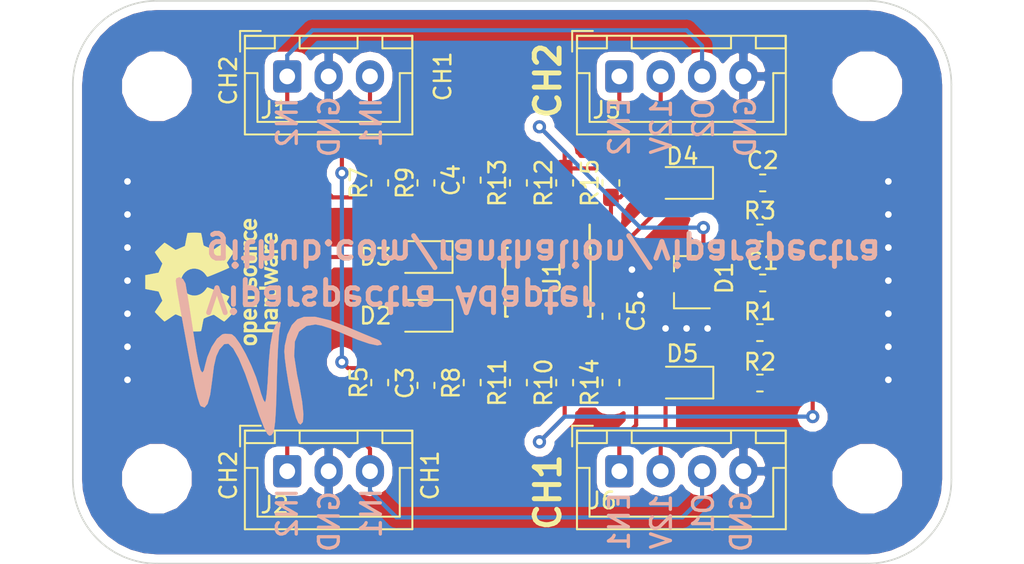
<source format=kicad_pcb>
(kicad_pcb (version 20171130) (host pcbnew "(5.0.1)-3")

  (general
    (thickness 1.6)
    (drawings 30)
    (tracks 158)
    (zones 0)
    (modules 34)
    (nets 15)
  )

  (page A4)
  (layers
    (0 F.Cu signal)
    (31 B.Cu signal)
    (32 B.Adhes user)
    (33 F.Adhes user)
    (34 B.Paste user)
    (35 F.Paste user)
    (36 B.SilkS user)
    (37 F.SilkS user)
    (38 B.Mask user)
    (39 F.Mask user)
    (40 Dwgs.User user)
    (41 Cmts.User user)
    (42 Eco1.User user)
    (43 Eco2.User user)
    (44 Edge.Cuts user)
    (45 Margin user)
    (46 B.CrtYd user)
    (47 F.CrtYd user)
    (48 B.Fab user)
    (49 F.Fab user)
  )

  (setup
    (last_trace_width 0.25)
    (trace_clearance 0.2)
    (zone_clearance 0.508)
    (zone_45_only no)
    (trace_min 0.2)
    (segment_width 0.2)
    (edge_width 0.1)
    (via_size 0.8)
    (via_drill 0.4)
    (via_min_size 0.4)
    (via_min_drill 0.3)
    (uvia_size 0.3)
    (uvia_drill 0.1)
    (uvias_allowed no)
    (uvia_min_size 0.2)
    (uvia_min_drill 0.1)
    (pcb_text_width 0.3)
    (pcb_text_size 1.5 1.5)
    (mod_edge_width 0.15)
    (mod_text_size 1 1)
    (mod_text_width 0.15)
    (pad_size 1.5 1.5)
    (pad_drill 0.6)
    (pad_to_mask_clearance 0)
    (aux_axis_origin 0 0)
    (visible_elements FFFFFFFF)
    (pcbplotparams
      (layerselection 0x010fc_ffffffff)
      (usegerberextensions false)
      (usegerberattributes false)
      (usegerberadvancedattributes false)
      (creategerberjobfile false)
      (excludeedgelayer true)
      (linewidth 0.100000)
      (plotframeref false)
      (viasonmask false)
      (mode 1)
      (useauxorigin false)
      (hpglpennumber 1)
      (hpglpenspeed 20)
      (hpglpendiameter 15.000000)
      (psnegative false)
      (psa4output false)
      (plotreference true)
      (plotvalue true)
      (plotinvisibletext false)
      (padsonsilk false)
      (subtractmaskfromsilk false)
      (outputformat 1)
      (mirror false)
      (drillshape 0)
      (scaleselection 1)
      (outputdirectory "gerbers"))
  )

  (net 0 "")
  (net 1 /Vref)
  (net 2 GND)
  (net 3 +12V)
  (net 4 "Net-(C3-Pad1)")
  (net 5 "Net-(C4-Pad1)")
  (net 6 "Net-(D1-Pad1)")
  (net 7 /ch2_input)
  (net 8 /ch1_input)
  (net 9 "Net-(D4-Pad2)")
  (net 10 "Net-(D5-Pad2)")
  (net 11 /ch1_enable)
  (net 12 /ch2_enable)
  (net 13 "Net-(R10-Pad2)")
  (net 14 "Net-(R12-Pad2)")

  (net_class Default "This is the default net class."
    (clearance 0.2)
    (trace_width 0.25)
    (via_dia 0.8)
    (via_drill 0.4)
    (uvia_dia 0.3)
    (uvia_drill 0.1)
    (add_net +12V)
    (add_net /Vref)
    (add_net /ch1_enable)
    (add_net /ch1_input)
    (add_net /ch2_enable)
    (add_net /ch2_input)
    (add_net GND)
    (add_net "Net-(C3-Pad1)")
    (add_net "Net-(C4-Pad1)")
    (add_net "Net-(D1-Pad1)")
    (add_net "Net-(D4-Pad2)")
    (add_net "Net-(D5-Pad2)")
    (add_net "Net-(R10-Pad2)")
    (add_net "Net-(R12-Pad2)")
  )

  (module Capacitor_SMD:C_0603_1608Metric (layer F.Cu) (tedit 5B301BBE) (tstamp 5E72BE4F)
    (at 164.621 75.021)
    (descr "Capacitor SMD 0603 (1608 Metric), square (rectangular) end terminal, IPC_7351 nominal, (Body size source: http://www.tortai-tech.com/upload/download/2011102023233369053.pdf), generated with kicad-footprint-generator")
    (tags capacitor)
    (path /5C820B4C)
    (attr smd)
    (fp_text reference C2 (at 0 -1.361) (layer F.SilkS)
      (effects (font (size 1 1) (thickness 0.15)))
    )
    (fp_text value 0.1uF (at 0 1.43) (layer F.Fab)
      (effects (font (size 1 1) (thickness 0.15)))
    )
    (fp_text user %R (at 0 0) (layer F.Fab)
      (effects (font (size 0.4 0.4) (thickness 0.06)))
    )
    (fp_line (start 1.48 0.73) (end -1.48 0.73) (layer F.CrtYd) (width 0.05))
    (fp_line (start 1.48 -0.73) (end 1.48 0.73) (layer F.CrtYd) (width 0.05))
    (fp_line (start -1.48 -0.73) (end 1.48 -0.73) (layer F.CrtYd) (width 0.05))
    (fp_line (start -1.48 0.73) (end -1.48 -0.73) (layer F.CrtYd) (width 0.05))
    (fp_line (start -0.162779 0.51) (end 0.162779 0.51) (layer F.SilkS) (width 0.12))
    (fp_line (start -0.162779 -0.51) (end 0.162779 -0.51) (layer F.SilkS) (width 0.12))
    (fp_line (start 0.8 0.4) (end -0.8 0.4) (layer F.Fab) (width 0.1))
    (fp_line (start 0.8 -0.4) (end 0.8 0.4) (layer F.Fab) (width 0.1))
    (fp_line (start -0.8 -0.4) (end 0.8 -0.4) (layer F.Fab) (width 0.1))
    (fp_line (start -0.8 0.4) (end -0.8 -0.4) (layer F.Fab) (width 0.1))
    (pad 2 smd roundrect (at 0.7875 0) (size 0.875 0.95) (layers F.Cu F.Paste F.Mask) (roundrect_rratio 0.25)
      (net 2 GND))
    (pad 1 smd roundrect (at -0.7875 0) (size 0.875 0.95) (layers F.Cu F.Paste F.Mask) (roundrect_rratio 0.25)
      (net 3 +12V))
    (model ${KISYS3DMOD}/Capacitor_SMD.3dshapes/C_0603_1608Metric.wrl
      (at (xyz 0 0 0))
      (scale (xyz 1 1 1))
      (rotate (xyz 0 0 0))
    )
  )

  (module MountingHole:MountingHole_3.2mm_M3 (layer F.Cu) (tedit 5E72CD2B) (tstamp 5E732439)
    (at 170.942 69.18)
    (descr "Mounting Hole 3.2mm, no annular, M3")
    (tags "mounting hole 3.2mm no annular m3")
    (attr virtual)
    (fp_text reference REF** (at 0.254 -0.092) (layer F.SilkS) hide
      (effects (font (size 1 1) (thickness 0.15)))
    )
    (fp_text value MountingHole_3.2mm_M3 (at 0 4.2) (layer F.Fab)
      (effects (font (size 1 1) (thickness 0.15)))
    )
    (fp_text user %R (at 0.3 0) (layer F.Fab)
      (effects (font (size 1 1) (thickness 0.15)))
    )
    (fp_circle (center 0 0) (end 3.2 0) (layer Cmts.User) (width 0.15))
    (fp_circle (center 0 0) (end 3.45 0) (layer F.CrtYd) (width 0.05))
    (pad 1 np_thru_hole circle (at 0 0) (size 3.2 3.2) (drill 3.2) (layers *.Cu *.Mask))
  )

  (module MountingHole:MountingHole_3.2mm_M3 (layer F.Cu) (tedit 5E72CD10) (tstamp 5E732432)
    (at 128.016 69.18)
    (descr "Mounting Hole 3.2mm, no annular, M3")
    (tags "mounting hole 3.2mm no annular m3")
    (attr virtual)
    (fp_text reference REF** (at 0.254 -0.092) (layer F.SilkS) hide
      (effects (font (size 1 1) (thickness 0.15)))
    )
    (fp_text value MountingHole_3.2mm_M3 (at 0 4.2) (layer F.Fab)
      (effects (font (size 1 1) (thickness 0.15)))
    )
    (fp_text user %R (at 0.3 0) (layer F.Fab)
      (effects (font (size 1 1) (thickness 0.15)))
    )
    (fp_circle (center 0 0) (end 3.2 0) (layer Cmts.User) (width 0.15))
    (fp_circle (center 0 0) (end 3.45 0) (layer F.CrtYd) (width 0.05))
    (pad 1 np_thru_hole circle (at 0 0) (size 3.2 3.2) (drill 3.2) (layers *.Cu *.Mask))
  )

  (module MountingHole:MountingHole_3.2mm_M3 (layer F.Cu) (tedit 5E72CD1B) (tstamp 5E73242B)
    (at 128.016 92.906)
    (descr "Mounting Hole 3.2mm, no annular, M3")
    (tags "mounting hole 3.2mm no annular m3")
    (attr virtual)
    (fp_text reference REF** (at 0.254 0.058) (layer F.SilkS) hide
      (effects (font (size 1 1) (thickness 0.15)))
    )
    (fp_text value MountingHole_3.2mm_M3 (at 0 4.2) (layer F.Fab)
      (effects (font (size 1 1) (thickness 0.15)))
    )
    (fp_text user %R (at 0.3 0) (layer F.Fab)
      (effects (font (size 1 1) (thickness 0.15)))
    )
    (fp_circle (center 0 0) (end 3.2 0) (layer Cmts.User) (width 0.15))
    (fp_circle (center 0 0) (end 3.45 0) (layer F.CrtYd) (width 0.05))
    (pad 1 np_thru_hole circle (at 0 0) (size 3.2 3.2) (drill 3.2) (layers *.Cu *.Mask))
  )

  (module Capacitor_SMD:C_0603_1608Metric (layer F.Cu) (tedit 5B301BBE) (tstamp 5E72CE4A)
    (at 164.621 81.0715)
    (descr "Capacitor SMD 0603 (1608 Metric), square (rectangular) end terminal, IPC_7351 nominal, (Body size source: http://www.tortai-tech.com/upload/download/2011102023233369053.pdf), generated with kicad-footprint-generator")
    (tags capacitor)
    (path /5D1D38EE)
    (attr smd)
    (fp_text reference C1 (at 0 -1.3155) (layer F.SilkS)
      (effects (font (size 1 1) (thickness 0.15)))
    )
    (fp_text value 10nF (at 0 1.43) (layer F.Fab)
      (effects (font (size 1 1) (thickness 0.15)))
    )
    (fp_line (start -0.8 0.4) (end -0.8 -0.4) (layer F.Fab) (width 0.1))
    (fp_line (start -0.8 -0.4) (end 0.8 -0.4) (layer F.Fab) (width 0.1))
    (fp_line (start 0.8 -0.4) (end 0.8 0.4) (layer F.Fab) (width 0.1))
    (fp_line (start 0.8 0.4) (end -0.8 0.4) (layer F.Fab) (width 0.1))
    (fp_line (start -0.162779 -0.51) (end 0.162779 -0.51) (layer F.SilkS) (width 0.12))
    (fp_line (start -0.162779 0.51) (end 0.162779 0.51) (layer F.SilkS) (width 0.12))
    (fp_line (start -1.48 0.73) (end -1.48 -0.73) (layer F.CrtYd) (width 0.05))
    (fp_line (start -1.48 -0.73) (end 1.48 -0.73) (layer F.CrtYd) (width 0.05))
    (fp_line (start 1.48 -0.73) (end 1.48 0.73) (layer F.CrtYd) (width 0.05))
    (fp_line (start 1.48 0.73) (end -1.48 0.73) (layer F.CrtYd) (width 0.05))
    (fp_text user %R (at 0 0) (layer F.Fab)
      (effects (font (size 0.4 0.4) (thickness 0.06)))
    )
    (pad 1 smd roundrect (at -0.7875 0) (size 0.875 0.95) (layers F.Cu F.Paste F.Mask) (roundrect_rratio 0.25)
      (net 1 /Vref))
    (pad 2 smd roundrect (at 0.7875 0) (size 0.875 0.95) (layers F.Cu F.Paste F.Mask) (roundrect_rratio 0.25)
      (net 2 GND))
    (model ${KISYS3DMOD}/Capacitor_SMD.3dshapes/C_0603_1608Metric.wrl
      (at (xyz 0 0 0))
      (scale (xyz 1 1 1))
      (rotate (xyz 0 0 0))
    )
  )

  (module Capacitor_SMD:C_0603_1608Metric (layer F.Cu) (tedit 5B301BBE) (tstamp 5E72BE60)
    (at 144.272 87.2665 270)
    (descr "Capacitor SMD 0603 (1608 Metric), square (rectangular) end terminal, IPC_7351 nominal, (Body size source: http://www.tortai-tech.com/upload/download/2011102023233369053.pdf), generated with kicad-footprint-generator")
    (tags capacitor)
    (path /5E76F4A8)
    (attr smd)
    (fp_text reference C3 (at -0.1445 1.27 270) (layer F.SilkS)
      (effects (font (size 1 1) (thickness 0.15)))
    )
    (fp_text value 0.1uF (at 0 1.43 270) (layer F.Fab)
      (effects (font (size 1 1) (thickness 0.15)))
    )
    (fp_line (start -0.8 0.4) (end -0.8 -0.4) (layer F.Fab) (width 0.1))
    (fp_line (start -0.8 -0.4) (end 0.8 -0.4) (layer F.Fab) (width 0.1))
    (fp_line (start 0.8 -0.4) (end 0.8 0.4) (layer F.Fab) (width 0.1))
    (fp_line (start 0.8 0.4) (end -0.8 0.4) (layer F.Fab) (width 0.1))
    (fp_line (start -0.162779 -0.51) (end 0.162779 -0.51) (layer F.SilkS) (width 0.12))
    (fp_line (start -0.162779 0.51) (end 0.162779 0.51) (layer F.SilkS) (width 0.12))
    (fp_line (start -1.48 0.73) (end -1.48 -0.73) (layer F.CrtYd) (width 0.05))
    (fp_line (start -1.48 -0.73) (end 1.48 -0.73) (layer F.CrtYd) (width 0.05))
    (fp_line (start 1.48 -0.73) (end 1.48 0.73) (layer F.CrtYd) (width 0.05))
    (fp_line (start 1.48 0.73) (end -1.48 0.73) (layer F.CrtYd) (width 0.05))
    (fp_text user %R (at 0 0 270) (layer F.Fab)
      (effects (font (size 0.4 0.4) (thickness 0.06)))
    )
    (pad 1 smd roundrect (at -0.7875 0 270) (size 0.875 0.95) (layers F.Cu F.Paste F.Mask) (roundrect_rratio 0.25)
      (net 4 "Net-(C3-Pad1)"))
    (pad 2 smd roundrect (at 0.7875 0 270) (size 0.875 0.95) (layers F.Cu F.Paste F.Mask) (roundrect_rratio 0.25)
      (net 2 GND))
    (model ${KISYS3DMOD}/Capacitor_SMD.3dshapes/C_0603_1608Metric.wrl
      (at (xyz 0 0 0))
      (scale (xyz 1 1 1))
      (rotate (xyz 0 0 0))
    )
  )

  (module Capacitor_SMD:C_0603_1608Metric (layer F.Cu) (tedit 5B301BBE) (tstamp 5E72BE71)
    (at 147.066 74.851 90)
    (descr "Capacitor SMD 0603 (1608 Metric), square (rectangular) end terminal, IPC_7351 nominal, (Body size source: http://www.tortai-tech.com/upload/download/2011102023233369053.pdf), generated with kicad-footprint-generator")
    (tags capacitor)
    (path /5C803A46)
    (attr smd)
    (fp_text reference C4 (at 0 -1.27 90) (layer F.SilkS)
      (effects (font (size 1 1) (thickness 0.15)))
    )
    (fp_text value 0.1uF (at 0 1.43 90) (layer F.Fab)
      (effects (font (size 1 1) (thickness 0.15)))
    )
    (fp_text user %R (at 0 0 90) (layer F.Fab)
      (effects (font (size 0.4 0.4) (thickness 0.06)))
    )
    (fp_line (start 1.48 0.73) (end -1.48 0.73) (layer F.CrtYd) (width 0.05))
    (fp_line (start 1.48 -0.73) (end 1.48 0.73) (layer F.CrtYd) (width 0.05))
    (fp_line (start -1.48 -0.73) (end 1.48 -0.73) (layer F.CrtYd) (width 0.05))
    (fp_line (start -1.48 0.73) (end -1.48 -0.73) (layer F.CrtYd) (width 0.05))
    (fp_line (start -0.162779 0.51) (end 0.162779 0.51) (layer F.SilkS) (width 0.12))
    (fp_line (start -0.162779 -0.51) (end 0.162779 -0.51) (layer F.SilkS) (width 0.12))
    (fp_line (start 0.8 0.4) (end -0.8 0.4) (layer F.Fab) (width 0.1))
    (fp_line (start 0.8 -0.4) (end 0.8 0.4) (layer F.Fab) (width 0.1))
    (fp_line (start -0.8 -0.4) (end 0.8 -0.4) (layer F.Fab) (width 0.1))
    (fp_line (start -0.8 0.4) (end -0.8 -0.4) (layer F.Fab) (width 0.1))
    (pad 2 smd roundrect (at 0.7875 0 90) (size 0.875 0.95) (layers F.Cu F.Paste F.Mask) (roundrect_rratio 0.25)
      (net 2 GND))
    (pad 1 smd roundrect (at -0.7875 0 90) (size 0.875 0.95) (layers F.Cu F.Paste F.Mask) (roundrect_rratio 0.25)
      (net 5 "Net-(C4-Pad1)"))
    (model ${KISYS3DMOD}/Capacitor_SMD.3dshapes/C_0603_1608Metric.wrl
      (at (xyz 0 0 0))
      (scale (xyz 1 1 1))
      (rotate (xyz 0 0 0))
    )
  )

  (module Capacitor_SMD:C_0603_1608Metric (layer F.Cu) (tedit 5B301BBE) (tstamp 5E72BE82)
    (at 155.448 83.0835 90)
    (descr "Capacitor SMD 0603 (1608 Metric), square (rectangular) end terminal, IPC_7351 nominal, (Body size source: http://www.tortai-tech.com/upload/download/2011102023233369053.pdf), generated with kicad-footprint-generator")
    (tags capacitor)
    (path /5C8192F3)
    (attr smd)
    (fp_text reference C5 (at 0.0255 1.524 90) (layer F.SilkS)
      (effects (font (size 1 1) (thickness 0.15)))
    )
    (fp_text value 0.1uF (at 0 1.43 90) (layer F.Fab)
      (effects (font (size 1 1) (thickness 0.15)))
    )
    (fp_line (start -0.8 0.4) (end -0.8 -0.4) (layer F.Fab) (width 0.1))
    (fp_line (start -0.8 -0.4) (end 0.8 -0.4) (layer F.Fab) (width 0.1))
    (fp_line (start 0.8 -0.4) (end 0.8 0.4) (layer F.Fab) (width 0.1))
    (fp_line (start 0.8 0.4) (end -0.8 0.4) (layer F.Fab) (width 0.1))
    (fp_line (start -0.162779 -0.51) (end 0.162779 -0.51) (layer F.SilkS) (width 0.12))
    (fp_line (start -0.162779 0.51) (end 0.162779 0.51) (layer F.SilkS) (width 0.12))
    (fp_line (start -1.48 0.73) (end -1.48 -0.73) (layer F.CrtYd) (width 0.05))
    (fp_line (start -1.48 -0.73) (end 1.48 -0.73) (layer F.CrtYd) (width 0.05))
    (fp_line (start 1.48 -0.73) (end 1.48 0.73) (layer F.CrtYd) (width 0.05))
    (fp_line (start 1.48 0.73) (end -1.48 0.73) (layer F.CrtYd) (width 0.05))
    (fp_text user %R (at 0 0 90) (layer F.Fab)
      (effects (font (size 0.4 0.4) (thickness 0.06)))
    )
    (pad 1 smd roundrect (at -0.7875 0 90) (size 0.875 0.95) (layers F.Cu F.Paste F.Mask) (roundrect_rratio 0.25)
      (net 3 +12V))
    (pad 2 smd roundrect (at 0.7875 0 90) (size 0.875 0.95) (layers F.Cu F.Paste F.Mask) (roundrect_rratio 0.25)
      (net 2 GND))
    (model ${KISYS3DMOD}/Capacitor_SMD.3dshapes/C_0603_1608Metric.wrl
      (at (xyz 0 0 0))
      (scale (xyz 1 1 1))
      (rotate (xyz 0 0 0))
    )
  )

  (module Package_TO_SOT_SMD:SOT-23 (layer F.Cu) (tedit 5A02FF57) (tstamp 5E72BE97)
    (at 160.02 81.026 180)
    (descr "SOT-23, Standard")
    (tags SOT-23)
    (path /5D1EF6F2)
    (attr smd)
    (fp_text reference D1 (at -2.286 0.254 270) (layer F.SilkS)
      (effects (font (size 1 1) (thickness 0.15)))
    )
    (fp_text value TL432DBZ (at 0 2.5 180) (layer F.Fab)
      (effects (font (size 1 1) (thickness 0.15)))
    )
    (fp_text user %R (at 0 0 270) (layer F.Fab)
      (effects (font (size 0.5 0.5) (thickness 0.075)))
    )
    (fp_line (start -0.7 -0.95) (end -0.7 1.5) (layer F.Fab) (width 0.1))
    (fp_line (start -0.15 -1.52) (end 0.7 -1.52) (layer F.Fab) (width 0.1))
    (fp_line (start -0.7 -0.95) (end -0.15 -1.52) (layer F.Fab) (width 0.1))
    (fp_line (start 0.7 -1.52) (end 0.7 1.52) (layer F.Fab) (width 0.1))
    (fp_line (start -0.7 1.52) (end 0.7 1.52) (layer F.Fab) (width 0.1))
    (fp_line (start 0.76 1.58) (end 0.76 0.65) (layer F.SilkS) (width 0.12))
    (fp_line (start 0.76 -1.58) (end 0.76 -0.65) (layer F.SilkS) (width 0.12))
    (fp_line (start -1.7 -1.75) (end 1.7 -1.75) (layer F.CrtYd) (width 0.05))
    (fp_line (start 1.7 -1.75) (end 1.7 1.75) (layer F.CrtYd) (width 0.05))
    (fp_line (start 1.7 1.75) (end -1.7 1.75) (layer F.CrtYd) (width 0.05))
    (fp_line (start -1.7 1.75) (end -1.7 -1.75) (layer F.CrtYd) (width 0.05))
    (fp_line (start 0.76 -1.58) (end -1.4 -1.58) (layer F.SilkS) (width 0.12))
    (fp_line (start 0.76 1.58) (end -0.7 1.58) (layer F.SilkS) (width 0.12))
    (pad 1 smd rect (at -1 -0.95 180) (size 0.9 0.8) (layers F.Cu F.Paste F.Mask)
      (net 6 "Net-(D1-Pad1)"))
    (pad 2 smd rect (at -1 0.95 180) (size 0.9 0.8) (layers F.Cu F.Paste F.Mask)
      (net 1 /Vref))
    (pad 3 smd rect (at 1 0 180) (size 0.9 0.8) (layers F.Cu F.Paste F.Mask)
      (net 2 GND))
    (model ${KISYS3DMOD}/Package_TO_SOT_SMD.3dshapes/SOT-23.wrl
      (at (xyz 0 0 0))
      (scale (xyz 1 1 1))
      (rotate (xyz 0 0 0))
    )
  )

  (module Diode_SMD:D_0805_2012Metric_Pad1.15x1.40mm_HandSolder (layer F.Cu) (tedit 5B4B45C8) (tstamp 5E72BEAA)
    (at 144.018 83.058 180)
    (descr "Diode SMD 0805 (2012 Metric), square (rectangular) end terminal, IPC_7351 nominal, (Body size source: https://docs.google.com/spreadsheets/d/1BsfQQcO9C6DZCsRaXUlFlo91Tg2WpOkGARC1WS5S8t0/edit?usp=sharing), generated with kicad-footprint-generator")
    (tags "diode handsolder")
    (path /5E76F4CA)
    (attr smd)
    (fp_text reference D2 (at 2.794 0 180) (layer F.SilkS)
      (effects (font (size 1 1) (thickness 0.15)))
    )
    (fp_text value 1N4148 (at 0 1.65 180) (layer F.Fab)
      (effects (font (size 1 1) (thickness 0.15)))
    )
    (fp_line (start 1 -0.6) (end -0.7 -0.6) (layer F.Fab) (width 0.1))
    (fp_line (start -0.7 -0.6) (end -1 -0.3) (layer F.Fab) (width 0.1))
    (fp_line (start -1 -0.3) (end -1 0.6) (layer F.Fab) (width 0.1))
    (fp_line (start -1 0.6) (end 1 0.6) (layer F.Fab) (width 0.1))
    (fp_line (start 1 0.6) (end 1 -0.6) (layer F.Fab) (width 0.1))
    (fp_line (start 1 -0.96) (end -1.86 -0.96) (layer F.SilkS) (width 0.12))
    (fp_line (start -1.86 -0.96) (end -1.86 0.96) (layer F.SilkS) (width 0.12))
    (fp_line (start -1.86 0.96) (end 1 0.96) (layer F.SilkS) (width 0.12))
    (fp_line (start -1.85 0.95) (end -1.85 -0.95) (layer F.CrtYd) (width 0.05))
    (fp_line (start -1.85 -0.95) (end 1.85 -0.95) (layer F.CrtYd) (width 0.05))
    (fp_line (start 1.85 -0.95) (end 1.85 0.95) (layer F.CrtYd) (width 0.05))
    (fp_line (start 1.85 0.95) (end -1.85 0.95) (layer F.CrtYd) (width 0.05))
    (fp_text user %R (at 0 0 180) (layer F.Fab)
      (effects (font (size 0.5 0.5) (thickness 0.08)))
    )
    (pad 1 smd roundrect (at -1.025 0 180) (size 1.15 1.4) (layers F.Cu F.Paste F.Mask) (roundrect_rratio 0.217391)
      (net 4 "Net-(C3-Pad1)"))
    (pad 2 smd roundrect (at 1.025 0 180) (size 1.15 1.4) (layers F.Cu F.Paste F.Mask) (roundrect_rratio 0.217391)
      (net 7 /ch2_input))
    (model ${KISYS3DMOD}/Diode_SMD.3dshapes/D_0805_2012Metric.wrl
      (at (xyz 0 0 0))
      (scale (xyz 1 1 1))
      (rotate (xyz 0 0 0))
    )
  )

  (module Diode_SMD:D_0805_2012Metric_Pad1.15x1.40mm_HandSolder (layer F.Cu) (tedit 5B4B45C8) (tstamp 5E72D9B7)
    (at 144.018 79.502 180)
    (descr "Diode SMD 0805 (2012 Metric), square (rectangular) end terminal, IPC_7351 nominal, (Body size source: https://docs.google.com/spreadsheets/d/1BsfQQcO9C6DZCsRaXUlFlo91Tg2WpOkGARC1WS5S8t0/edit?usp=sharing), generated with kicad-footprint-generator")
    (tags "diode handsolder")
    (path /5E6DCC91)
    (attr smd)
    (fp_text reference D3 (at 2.794 0 180) (layer F.SilkS)
      (effects (font (size 1 1) (thickness 0.15)))
    )
    (fp_text value 1N4148 (at 0 1.65 180) (layer F.Fab)
      (effects (font (size 1 1) (thickness 0.15)))
    )
    (fp_text user %R (at 0 0 180) (layer F.Fab)
      (effects (font (size 0.5 0.5) (thickness 0.08)))
    )
    (fp_line (start 1.85 0.95) (end -1.85 0.95) (layer F.CrtYd) (width 0.05))
    (fp_line (start 1.85 -0.95) (end 1.85 0.95) (layer F.CrtYd) (width 0.05))
    (fp_line (start -1.85 -0.95) (end 1.85 -0.95) (layer F.CrtYd) (width 0.05))
    (fp_line (start -1.85 0.95) (end -1.85 -0.95) (layer F.CrtYd) (width 0.05))
    (fp_line (start -1.86 0.96) (end 1 0.96) (layer F.SilkS) (width 0.12))
    (fp_line (start -1.86 -0.96) (end -1.86 0.96) (layer F.SilkS) (width 0.12))
    (fp_line (start 1 -0.96) (end -1.86 -0.96) (layer F.SilkS) (width 0.12))
    (fp_line (start 1 0.6) (end 1 -0.6) (layer F.Fab) (width 0.1))
    (fp_line (start -1 0.6) (end 1 0.6) (layer F.Fab) (width 0.1))
    (fp_line (start -1 -0.3) (end -1 0.6) (layer F.Fab) (width 0.1))
    (fp_line (start -0.7 -0.6) (end -1 -0.3) (layer F.Fab) (width 0.1))
    (fp_line (start 1 -0.6) (end -0.7 -0.6) (layer F.Fab) (width 0.1))
    (pad 2 smd roundrect (at 1.025 0 180) (size 1.15 1.4) (layers F.Cu F.Paste F.Mask) (roundrect_rratio 0.217391)
      (net 8 /ch1_input))
    (pad 1 smd roundrect (at -1.025 0 180) (size 1.15 1.4) (layers F.Cu F.Paste F.Mask) (roundrect_rratio 0.217391)
      (net 5 "Net-(C4-Pad1)"))
    (model ${KISYS3DMOD}/Diode_SMD.3dshapes/D_0805_2012Metric.wrl
      (at (xyz 0 0 0))
      (scale (xyz 1 1 1))
      (rotate (xyz 0 0 0))
    )
  )

  (module Diode_SMD:D_0805_2012Metric_Pad1.15x1.40mm_HandSolder (layer F.Cu) (tedit 5B4B45C8) (tstamp 5E72BED0)
    (at 159.757 75.021 180)
    (descr "Diode SMD 0805 (2012 Metric), square (rectangular) end terminal, IPC_7351 nominal, (Body size source: https://docs.google.com/spreadsheets/d/1BsfQQcO9C6DZCsRaXUlFlo91Tg2WpOkGARC1WS5S8t0/edit?usp=sharing), generated with kicad-footprint-generator")
    (tags "diode handsolder")
    (path /5C852391)
    (attr smd)
    (fp_text reference D4 (at -0.009 1.615 180) (layer F.SilkS)
      (effects (font (size 1 1) (thickness 0.15)))
    )
    (fp_text value D_Schottky (at 0 1.65 180) (layer F.Fab)
      (effects (font (size 1 1) (thickness 0.15)))
    )
    (fp_line (start 1 -0.6) (end -0.7 -0.6) (layer F.Fab) (width 0.1))
    (fp_line (start -0.7 -0.6) (end -1 -0.3) (layer F.Fab) (width 0.1))
    (fp_line (start -1 -0.3) (end -1 0.6) (layer F.Fab) (width 0.1))
    (fp_line (start -1 0.6) (end 1 0.6) (layer F.Fab) (width 0.1))
    (fp_line (start 1 0.6) (end 1 -0.6) (layer F.Fab) (width 0.1))
    (fp_line (start 1 -0.96) (end -1.86 -0.96) (layer F.SilkS) (width 0.12))
    (fp_line (start -1.86 -0.96) (end -1.86 0.96) (layer F.SilkS) (width 0.12))
    (fp_line (start -1.86 0.96) (end 1 0.96) (layer F.SilkS) (width 0.12))
    (fp_line (start -1.85 0.95) (end -1.85 -0.95) (layer F.CrtYd) (width 0.05))
    (fp_line (start -1.85 -0.95) (end 1.85 -0.95) (layer F.CrtYd) (width 0.05))
    (fp_line (start 1.85 -0.95) (end 1.85 0.95) (layer F.CrtYd) (width 0.05))
    (fp_line (start 1.85 0.95) (end -1.85 0.95) (layer F.CrtYd) (width 0.05))
    (fp_text user %R (at 0 0 180) (layer F.Fab)
      (effects (font (size 0.5 0.5) (thickness 0.08)))
    )
    (pad 1 smd roundrect (at -1.025 0 180) (size 1.15 1.4) (layers F.Cu F.Paste F.Mask) (roundrect_rratio 0.217391)
      (net 3 +12V))
    (pad 2 smd roundrect (at 1.025 0 180) (size 1.15 1.4) (layers F.Cu F.Paste F.Mask) (roundrect_rratio 0.217391)
      (net 9 "Net-(D4-Pad2)"))
    (model ${KISYS3DMOD}/Diode_SMD.3dshapes/D_0805_2012Metric.wrl
      (at (xyz 0 0 0))
      (scale (xyz 1 1 1))
      (rotate (xyz 0 0 0))
    )
  )

  (module Diode_SMD:D_0805_2012Metric_Pad1.15x1.40mm_HandSolder (layer F.Cu) (tedit 5B4B45C8) (tstamp 5E72BEE3)
    (at 159.775 87.0965 180)
    (descr "Diode SMD 0805 (2012 Metric), square (rectangular) end terminal, IPC_7351 nominal, (Body size source: https://docs.google.com/spreadsheets/d/1BsfQQcO9C6DZCsRaXUlFlo91Tg2WpOkGARC1WS5S8t0/edit?usp=sharing), generated with kicad-footprint-generator")
    (tags "diode handsolder")
    (path /5C84E26A)
    (attr smd)
    (fp_text reference D5 (at 0.009 1.7525 180) (layer F.SilkS)
      (effects (font (size 1 1) (thickness 0.15)))
    )
    (fp_text value D_Schottky (at 0 1.65 180) (layer F.Fab)
      (effects (font (size 1 1) (thickness 0.15)))
    )
    (fp_text user %R (at 0 0 180) (layer F.Fab)
      (effects (font (size 0.5 0.5) (thickness 0.08)))
    )
    (fp_line (start 1.85 0.95) (end -1.85 0.95) (layer F.CrtYd) (width 0.05))
    (fp_line (start 1.85 -0.95) (end 1.85 0.95) (layer F.CrtYd) (width 0.05))
    (fp_line (start -1.85 -0.95) (end 1.85 -0.95) (layer F.CrtYd) (width 0.05))
    (fp_line (start -1.85 0.95) (end -1.85 -0.95) (layer F.CrtYd) (width 0.05))
    (fp_line (start -1.86 0.96) (end 1 0.96) (layer F.SilkS) (width 0.12))
    (fp_line (start -1.86 -0.96) (end -1.86 0.96) (layer F.SilkS) (width 0.12))
    (fp_line (start 1 -0.96) (end -1.86 -0.96) (layer F.SilkS) (width 0.12))
    (fp_line (start 1 0.6) (end 1 -0.6) (layer F.Fab) (width 0.1))
    (fp_line (start -1 0.6) (end 1 0.6) (layer F.Fab) (width 0.1))
    (fp_line (start -1 -0.3) (end -1 0.6) (layer F.Fab) (width 0.1))
    (fp_line (start -0.7 -0.6) (end -1 -0.3) (layer F.Fab) (width 0.1))
    (fp_line (start 1 -0.6) (end -0.7 -0.6) (layer F.Fab) (width 0.1))
    (pad 2 smd roundrect (at 1.025 0 180) (size 1.15 1.4) (layers F.Cu F.Paste F.Mask) (roundrect_rratio 0.217391)
      (net 10 "Net-(D5-Pad2)"))
    (pad 1 smd roundrect (at -1.025 0 180) (size 1.15 1.4) (layers F.Cu F.Paste F.Mask) (roundrect_rratio 0.217391)
      (net 3 +12V))
    (model ${KISYS3DMOD}/Diode_SMD.3dshapes/D_0805_2012Metric.wrl
      (at (xyz 0 0 0))
      (scale (xyz 1 1 1))
      (rotate (xyz 0 0 0))
    )
  )

  (module Connector_JST:JST_XH_B03B-XH-A_1x03_P2.50mm_Vertical (layer F.Cu) (tedit 5B7754C5) (tstamp 5E72BF0D)
    (at 135.89 68.58)
    (descr "JST XH series connector, B03B-XH-A (http://www.jst-mfg.com/product/pdf/eng/eXH.pdf), generated with kicad-footprint-generator")
    (tags "connector JST XH side entry")
    (path /5C801E75)
    (fp_text reference J1 (at -0.762 2.032) (layer F.SilkS)
      (effects (font (size 1 1) (thickness 0.15)))
    )
    (fp_text value Conn_01x03 (at 2.5 4.6) (layer F.Fab)
      (effects (font (size 1 1) (thickness 0.15)))
    )
    (fp_line (start -2.45 -2.35) (end -2.45 3.4) (layer F.Fab) (width 0.1))
    (fp_line (start -2.45 3.4) (end 7.45 3.4) (layer F.Fab) (width 0.1))
    (fp_line (start 7.45 3.4) (end 7.45 -2.35) (layer F.Fab) (width 0.1))
    (fp_line (start 7.45 -2.35) (end -2.45 -2.35) (layer F.Fab) (width 0.1))
    (fp_line (start -2.56 -2.46) (end -2.56 3.51) (layer F.SilkS) (width 0.12))
    (fp_line (start -2.56 3.51) (end 7.56 3.51) (layer F.SilkS) (width 0.12))
    (fp_line (start 7.56 3.51) (end 7.56 -2.46) (layer F.SilkS) (width 0.12))
    (fp_line (start 7.56 -2.46) (end -2.56 -2.46) (layer F.SilkS) (width 0.12))
    (fp_line (start -2.95 -2.85) (end -2.95 3.9) (layer F.CrtYd) (width 0.05))
    (fp_line (start -2.95 3.9) (end 7.95 3.9) (layer F.CrtYd) (width 0.05))
    (fp_line (start 7.95 3.9) (end 7.95 -2.85) (layer F.CrtYd) (width 0.05))
    (fp_line (start 7.95 -2.85) (end -2.95 -2.85) (layer F.CrtYd) (width 0.05))
    (fp_line (start -0.625 -2.35) (end 0 -1.35) (layer F.Fab) (width 0.1))
    (fp_line (start 0 -1.35) (end 0.625 -2.35) (layer F.Fab) (width 0.1))
    (fp_line (start 0.75 -2.45) (end 0.75 -1.7) (layer F.SilkS) (width 0.12))
    (fp_line (start 0.75 -1.7) (end 4.25 -1.7) (layer F.SilkS) (width 0.12))
    (fp_line (start 4.25 -1.7) (end 4.25 -2.45) (layer F.SilkS) (width 0.12))
    (fp_line (start 4.25 -2.45) (end 0.75 -2.45) (layer F.SilkS) (width 0.12))
    (fp_line (start -2.55 -2.45) (end -2.55 -1.7) (layer F.SilkS) (width 0.12))
    (fp_line (start -2.55 -1.7) (end -0.75 -1.7) (layer F.SilkS) (width 0.12))
    (fp_line (start -0.75 -1.7) (end -0.75 -2.45) (layer F.SilkS) (width 0.12))
    (fp_line (start -0.75 -2.45) (end -2.55 -2.45) (layer F.SilkS) (width 0.12))
    (fp_line (start 5.75 -2.45) (end 5.75 -1.7) (layer F.SilkS) (width 0.12))
    (fp_line (start 5.75 -1.7) (end 7.55 -1.7) (layer F.SilkS) (width 0.12))
    (fp_line (start 7.55 -1.7) (end 7.55 -2.45) (layer F.SilkS) (width 0.12))
    (fp_line (start 7.55 -2.45) (end 5.75 -2.45) (layer F.SilkS) (width 0.12))
    (fp_line (start -2.55 -0.2) (end -1.8 -0.2) (layer F.SilkS) (width 0.12))
    (fp_line (start -1.8 -0.2) (end -1.8 2.75) (layer F.SilkS) (width 0.12))
    (fp_line (start -1.8 2.75) (end 2.5 2.75) (layer F.SilkS) (width 0.12))
    (fp_line (start 7.55 -0.2) (end 6.8 -0.2) (layer F.SilkS) (width 0.12))
    (fp_line (start 6.8 -0.2) (end 6.8 2.75) (layer F.SilkS) (width 0.12))
    (fp_line (start 6.8 2.75) (end 2.5 2.75) (layer F.SilkS) (width 0.12))
    (fp_line (start -1.6 -2.75) (end -2.85 -2.75) (layer F.SilkS) (width 0.12))
    (fp_line (start -2.85 -2.75) (end -2.85 -1.5) (layer F.SilkS) (width 0.12))
    (fp_text user %R (at 2.5 2.7) (layer F.Fab)
      (effects (font (size 1 1) (thickness 0.15)))
    )
    (pad 1 thru_hole roundrect (at 0 0) (size 1.7 1.95) (drill 0.95) (layers *.Cu *.Mask) (roundrect_rratio 0.147059)
      (net 8 /ch1_input))
    (pad 2 thru_hole oval (at 2.5 0) (size 1.7 1.95) (drill 0.95) (layers *.Cu *.Mask)
      (net 2 GND))
    (pad 3 thru_hole oval (at 5 0) (size 1.7 1.95) (drill 0.95) (layers *.Cu *.Mask)
      (net 7 /ch2_input))
    (model ${KISYS3DMOD}/Connector_JST.3dshapes/JST_XH_B03B-XH-A_1x03_P2.50mm_Vertical.wrl
      (at (xyz 0 0 0))
      (scale (xyz 1 1 1))
      (rotate (xyz 0 0 0))
    )
  )

  (module Connector_JST:JST_XH_B03B-XH-A_1x03_P2.50mm_Vertical (layer F.Cu) (tedit 5B7754C5) (tstamp 5E72BF37)
    (at 135.89 92.456)
    (descr "JST XH series connector, B03B-XH-A (http://www.jst-mfg.com/product/pdf/eng/eXH.pdf), generated with kicad-footprint-generator")
    (tags "connector JST XH side entry")
    (path /5C802138)
    (fp_text reference J2 (at -0.762 2.032) (layer F.SilkS)
      (effects (font (size 1 1) (thickness 0.15)))
    )
    (fp_text value Conn_01x03 (at 2.5 4.6) (layer F.Fab)
      (effects (font (size 1 1) (thickness 0.15)))
    )
    (fp_text user %R (at 2.5 2.7) (layer F.Fab)
      (effects (font (size 1 1) (thickness 0.15)))
    )
    (fp_line (start -2.85 -2.75) (end -2.85 -1.5) (layer F.SilkS) (width 0.12))
    (fp_line (start -1.6 -2.75) (end -2.85 -2.75) (layer F.SilkS) (width 0.12))
    (fp_line (start 6.8 2.75) (end 2.5 2.75) (layer F.SilkS) (width 0.12))
    (fp_line (start 6.8 -0.2) (end 6.8 2.75) (layer F.SilkS) (width 0.12))
    (fp_line (start 7.55 -0.2) (end 6.8 -0.2) (layer F.SilkS) (width 0.12))
    (fp_line (start -1.8 2.75) (end 2.5 2.75) (layer F.SilkS) (width 0.12))
    (fp_line (start -1.8 -0.2) (end -1.8 2.75) (layer F.SilkS) (width 0.12))
    (fp_line (start -2.55 -0.2) (end -1.8 -0.2) (layer F.SilkS) (width 0.12))
    (fp_line (start 7.55 -2.45) (end 5.75 -2.45) (layer F.SilkS) (width 0.12))
    (fp_line (start 7.55 -1.7) (end 7.55 -2.45) (layer F.SilkS) (width 0.12))
    (fp_line (start 5.75 -1.7) (end 7.55 -1.7) (layer F.SilkS) (width 0.12))
    (fp_line (start 5.75 -2.45) (end 5.75 -1.7) (layer F.SilkS) (width 0.12))
    (fp_line (start -0.75 -2.45) (end -2.55 -2.45) (layer F.SilkS) (width 0.12))
    (fp_line (start -0.75 -1.7) (end -0.75 -2.45) (layer F.SilkS) (width 0.12))
    (fp_line (start -2.55 -1.7) (end -0.75 -1.7) (layer F.SilkS) (width 0.12))
    (fp_line (start -2.55 -2.45) (end -2.55 -1.7) (layer F.SilkS) (width 0.12))
    (fp_line (start 4.25 -2.45) (end 0.75 -2.45) (layer F.SilkS) (width 0.12))
    (fp_line (start 4.25 -1.7) (end 4.25 -2.45) (layer F.SilkS) (width 0.12))
    (fp_line (start 0.75 -1.7) (end 4.25 -1.7) (layer F.SilkS) (width 0.12))
    (fp_line (start 0.75 -2.45) (end 0.75 -1.7) (layer F.SilkS) (width 0.12))
    (fp_line (start 0 -1.35) (end 0.625 -2.35) (layer F.Fab) (width 0.1))
    (fp_line (start -0.625 -2.35) (end 0 -1.35) (layer F.Fab) (width 0.1))
    (fp_line (start 7.95 -2.85) (end -2.95 -2.85) (layer F.CrtYd) (width 0.05))
    (fp_line (start 7.95 3.9) (end 7.95 -2.85) (layer F.CrtYd) (width 0.05))
    (fp_line (start -2.95 3.9) (end 7.95 3.9) (layer F.CrtYd) (width 0.05))
    (fp_line (start -2.95 -2.85) (end -2.95 3.9) (layer F.CrtYd) (width 0.05))
    (fp_line (start 7.56 -2.46) (end -2.56 -2.46) (layer F.SilkS) (width 0.12))
    (fp_line (start 7.56 3.51) (end 7.56 -2.46) (layer F.SilkS) (width 0.12))
    (fp_line (start -2.56 3.51) (end 7.56 3.51) (layer F.SilkS) (width 0.12))
    (fp_line (start -2.56 -2.46) (end -2.56 3.51) (layer F.SilkS) (width 0.12))
    (fp_line (start 7.45 -2.35) (end -2.45 -2.35) (layer F.Fab) (width 0.1))
    (fp_line (start 7.45 3.4) (end 7.45 -2.35) (layer F.Fab) (width 0.1))
    (fp_line (start -2.45 3.4) (end 7.45 3.4) (layer F.Fab) (width 0.1))
    (fp_line (start -2.45 -2.35) (end -2.45 3.4) (layer F.Fab) (width 0.1))
    (pad 3 thru_hole oval (at 5 0) (size 1.7 1.95) (drill 0.95) (layers *.Cu *.Mask)
      (net 7 /ch2_input))
    (pad 2 thru_hole oval (at 2.5 0) (size 1.7 1.95) (drill 0.95) (layers *.Cu *.Mask)
      (net 2 GND))
    (pad 1 thru_hole roundrect (at 0 0) (size 1.7 1.95) (drill 0.95) (layers *.Cu *.Mask) (roundrect_rratio 0.147059)
      (net 8 /ch1_input))
    (model ${KISYS3DMOD}/Connector_JST.3dshapes/JST_XH_B03B-XH-A_1x03_P2.50mm_Vertical.wrl
      (at (xyz 0 0 0))
      (scale (xyz 1 1 1))
      (rotate (xyz 0 0 0))
    )
  )

  (module Connector_JST:JST_XH_B04B-XH-A_1x04_P2.50mm_Vertical (layer F.Cu) (tedit 5B7754C5) (tstamp 5E72BF62)
    (at 155.956 68.58)
    (descr "JST XH series connector, B04B-XH-A (http://www.jst-mfg.com/product/pdf/eng/eXH.pdf), generated with kicad-footprint-generator")
    (tags "connector JST XH side entry")
    (path /5C801FA7)
    (fp_text reference J5 (at -0.762 2.032) (layer F.SilkS)
      (effects (font (size 1 1) (thickness 0.15)))
    )
    (fp_text value Conn_01x04 (at 3.75 4.6) (layer F.Fab)
      (effects (font (size 1 1) (thickness 0.15)))
    )
    (fp_text user %R (at 3.75 2.7) (layer F.Fab)
      (effects (font (size 1 1) (thickness 0.15)))
    )
    (fp_line (start -2.85 -2.75) (end -2.85 -1.5) (layer F.SilkS) (width 0.12))
    (fp_line (start -1.6 -2.75) (end -2.85 -2.75) (layer F.SilkS) (width 0.12))
    (fp_line (start 9.3 2.75) (end 3.75 2.75) (layer F.SilkS) (width 0.12))
    (fp_line (start 9.3 -0.2) (end 9.3 2.75) (layer F.SilkS) (width 0.12))
    (fp_line (start 10.05 -0.2) (end 9.3 -0.2) (layer F.SilkS) (width 0.12))
    (fp_line (start -1.8 2.75) (end 3.75 2.75) (layer F.SilkS) (width 0.12))
    (fp_line (start -1.8 -0.2) (end -1.8 2.75) (layer F.SilkS) (width 0.12))
    (fp_line (start -2.55 -0.2) (end -1.8 -0.2) (layer F.SilkS) (width 0.12))
    (fp_line (start 10.05 -2.45) (end 8.25 -2.45) (layer F.SilkS) (width 0.12))
    (fp_line (start 10.05 -1.7) (end 10.05 -2.45) (layer F.SilkS) (width 0.12))
    (fp_line (start 8.25 -1.7) (end 10.05 -1.7) (layer F.SilkS) (width 0.12))
    (fp_line (start 8.25 -2.45) (end 8.25 -1.7) (layer F.SilkS) (width 0.12))
    (fp_line (start -0.75 -2.45) (end -2.55 -2.45) (layer F.SilkS) (width 0.12))
    (fp_line (start -0.75 -1.7) (end -0.75 -2.45) (layer F.SilkS) (width 0.12))
    (fp_line (start -2.55 -1.7) (end -0.75 -1.7) (layer F.SilkS) (width 0.12))
    (fp_line (start -2.55 -2.45) (end -2.55 -1.7) (layer F.SilkS) (width 0.12))
    (fp_line (start 6.75 -2.45) (end 0.75 -2.45) (layer F.SilkS) (width 0.12))
    (fp_line (start 6.75 -1.7) (end 6.75 -2.45) (layer F.SilkS) (width 0.12))
    (fp_line (start 0.75 -1.7) (end 6.75 -1.7) (layer F.SilkS) (width 0.12))
    (fp_line (start 0.75 -2.45) (end 0.75 -1.7) (layer F.SilkS) (width 0.12))
    (fp_line (start 0 -1.35) (end 0.625 -2.35) (layer F.Fab) (width 0.1))
    (fp_line (start -0.625 -2.35) (end 0 -1.35) (layer F.Fab) (width 0.1))
    (fp_line (start 10.45 -2.85) (end -2.95 -2.85) (layer F.CrtYd) (width 0.05))
    (fp_line (start 10.45 3.9) (end 10.45 -2.85) (layer F.CrtYd) (width 0.05))
    (fp_line (start -2.95 3.9) (end 10.45 3.9) (layer F.CrtYd) (width 0.05))
    (fp_line (start -2.95 -2.85) (end -2.95 3.9) (layer F.CrtYd) (width 0.05))
    (fp_line (start 10.06 -2.46) (end -2.56 -2.46) (layer F.SilkS) (width 0.12))
    (fp_line (start 10.06 3.51) (end 10.06 -2.46) (layer F.SilkS) (width 0.12))
    (fp_line (start -2.56 3.51) (end 10.06 3.51) (layer F.SilkS) (width 0.12))
    (fp_line (start -2.56 -2.46) (end -2.56 3.51) (layer F.SilkS) (width 0.12))
    (fp_line (start 9.95 -2.35) (end -2.45 -2.35) (layer F.Fab) (width 0.1))
    (fp_line (start 9.95 3.4) (end 9.95 -2.35) (layer F.Fab) (width 0.1))
    (fp_line (start -2.45 3.4) (end 9.95 3.4) (layer F.Fab) (width 0.1))
    (fp_line (start -2.45 -2.35) (end -2.45 3.4) (layer F.Fab) (width 0.1))
    (pad 4 thru_hole oval (at 7.5 0) (size 1.7 1.95) (drill 0.95) (layers *.Cu *.Mask)
      (net 2 GND))
    (pad 3 thru_hole oval (at 5 0) (size 1.7 1.95) (drill 0.95) (layers *.Cu *.Mask)
      (net 8 /ch1_input))
    (pad 2 thru_hole oval (at 2.5 0) (size 1.7 1.95) (drill 0.95) (layers *.Cu *.Mask)
      (net 9 "Net-(D4-Pad2)"))
    (pad 1 thru_hole roundrect (at 0 0) (size 1.7 1.95) (drill 0.95) (layers *.Cu *.Mask) (roundrect_rratio 0.147059)
      (net 11 /ch1_enable))
    (model ${KISYS3DMOD}/Connector_JST.3dshapes/JST_XH_B04B-XH-A_1x04_P2.50mm_Vertical.wrl
      (at (xyz 0 0 0))
      (scale (xyz 1 1 1))
      (rotate (xyz 0 0 0))
    )
  )

  (module Connector_JST:JST_XH_B04B-XH-A_1x04_P2.50mm_Vertical (layer F.Cu) (tedit 5B7754C5) (tstamp 5E72BF8D)
    (at 155.956 92.456)
    (descr "JST XH series connector, B04B-XH-A (http://www.jst-mfg.com/product/pdf/eng/eXH.pdf), generated with kicad-footprint-generator")
    (tags "connector JST XH side entry")
    (path /5C80287E)
    (fp_text reference J6 (at -1.016 1.778) (layer F.SilkS)
      (effects (font (size 1 1) (thickness 0.15)))
    )
    (fp_text value Conn_01x04 (at 3.75 4.6) (layer F.Fab)
      (effects (font (size 1 1) (thickness 0.15)))
    )
    (fp_line (start -2.45 -2.35) (end -2.45 3.4) (layer F.Fab) (width 0.1))
    (fp_line (start -2.45 3.4) (end 9.95 3.4) (layer F.Fab) (width 0.1))
    (fp_line (start 9.95 3.4) (end 9.95 -2.35) (layer F.Fab) (width 0.1))
    (fp_line (start 9.95 -2.35) (end -2.45 -2.35) (layer F.Fab) (width 0.1))
    (fp_line (start -2.56 -2.46) (end -2.56 3.51) (layer F.SilkS) (width 0.12))
    (fp_line (start -2.56 3.51) (end 10.06 3.51) (layer F.SilkS) (width 0.12))
    (fp_line (start 10.06 3.51) (end 10.06 -2.46) (layer F.SilkS) (width 0.12))
    (fp_line (start 10.06 -2.46) (end -2.56 -2.46) (layer F.SilkS) (width 0.12))
    (fp_line (start -2.95 -2.85) (end -2.95 3.9) (layer F.CrtYd) (width 0.05))
    (fp_line (start -2.95 3.9) (end 10.45 3.9) (layer F.CrtYd) (width 0.05))
    (fp_line (start 10.45 3.9) (end 10.45 -2.85) (layer F.CrtYd) (width 0.05))
    (fp_line (start 10.45 -2.85) (end -2.95 -2.85) (layer F.CrtYd) (width 0.05))
    (fp_line (start -0.625 -2.35) (end 0 -1.35) (layer F.Fab) (width 0.1))
    (fp_line (start 0 -1.35) (end 0.625 -2.35) (layer F.Fab) (width 0.1))
    (fp_line (start 0.75 -2.45) (end 0.75 -1.7) (layer F.SilkS) (width 0.12))
    (fp_line (start 0.75 -1.7) (end 6.75 -1.7) (layer F.SilkS) (width 0.12))
    (fp_line (start 6.75 -1.7) (end 6.75 -2.45) (layer F.SilkS) (width 0.12))
    (fp_line (start 6.75 -2.45) (end 0.75 -2.45) (layer F.SilkS) (width 0.12))
    (fp_line (start -2.55 -2.45) (end -2.55 -1.7) (layer F.SilkS) (width 0.12))
    (fp_line (start -2.55 -1.7) (end -0.75 -1.7) (layer F.SilkS) (width 0.12))
    (fp_line (start -0.75 -1.7) (end -0.75 -2.45) (layer F.SilkS) (width 0.12))
    (fp_line (start -0.75 -2.45) (end -2.55 -2.45) (layer F.SilkS) (width 0.12))
    (fp_line (start 8.25 -2.45) (end 8.25 -1.7) (layer F.SilkS) (width 0.12))
    (fp_line (start 8.25 -1.7) (end 10.05 -1.7) (layer F.SilkS) (width 0.12))
    (fp_line (start 10.05 -1.7) (end 10.05 -2.45) (layer F.SilkS) (width 0.12))
    (fp_line (start 10.05 -2.45) (end 8.25 -2.45) (layer F.SilkS) (width 0.12))
    (fp_line (start -2.55 -0.2) (end -1.8 -0.2) (layer F.SilkS) (width 0.12))
    (fp_line (start -1.8 -0.2) (end -1.8 2.75) (layer F.SilkS) (width 0.12))
    (fp_line (start -1.8 2.75) (end 3.75 2.75) (layer F.SilkS) (width 0.12))
    (fp_line (start 10.05 -0.2) (end 9.3 -0.2) (layer F.SilkS) (width 0.12))
    (fp_line (start 9.3 -0.2) (end 9.3 2.75) (layer F.SilkS) (width 0.12))
    (fp_line (start 9.3 2.75) (end 3.75 2.75) (layer F.SilkS) (width 0.12))
    (fp_line (start -1.6 -2.75) (end -2.85 -2.75) (layer F.SilkS) (width 0.12))
    (fp_line (start -2.85 -2.75) (end -2.85 -1.5) (layer F.SilkS) (width 0.12))
    (fp_text user %R (at 3.75 2.7) (layer F.Fab)
      (effects (font (size 1 1) (thickness 0.15)))
    )
    (pad 1 thru_hole roundrect (at 0 0) (size 1.7 1.95) (drill 0.95) (layers *.Cu *.Mask) (roundrect_rratio 0.147059)
      (net 12 /ch2_enable))
    (pad 2 thru_hole oval (at 2.5 0) (size 1.7 1.95) (drill 0.95) (layers *.Cu *.Mask)
      (net 10 "Net-(D5-Pad2)"))
    (pad 3 thru_hole oval (at 5 0) (size 1.7 1.95) (drill 0.95) (layers *.Cu *.Mask)
      (net 7 /ch2_input))
    (pad 4 thru_hole oval (at 7.5 0) (size 1.7 1.95) (drill 0.95) (layers *.Cu *.Mask)
      (net 2 GND))
    (model ${KISYS3DMOD}/Connector_JST.3dshapes/JST_XH_B04B-XH-A_1x04_P2.50mm_Vertical.wrl
      (at (xyz 0 0 0))
      (scale (xyz 1 1 1))
      (rotate (xyz 0 0 0))
    )
  )

  (module Resistor_SMD:R_0603_1608Metric_Pad1.05x0.95mm_HandSolder (layer F.Cu) (tedit 5B301BBD) (tstamp 5E72CA2A)
    (at 164.451 84.074 180)
    (descr "Resistor SMD 0603 (1608 Metric), square (rectangular) end terminal, IPC_7351 nominal with elongated pad for handsoldering. (Body size source: http://www.tortai-tech.com/upload/download/2011102023233369053.pdf), generated with kicad-footprint-generator")
    (tags "resistor handsolder")
    (path /5D069473)
    (attr smd)
    (fp_text reference R1 (at 0 1.27 180) (layer F.SilkS)
      (effects (font (size 1 1) (thickness 0.15)))
    )
    (fp_text value 32k (at 0 1.43 180) (layer F.Fab)
      (effects (font (size 1 1) (thickness 0.15)))
    )
    (fp_text user %R (at 0 0 180) (layer F.Fab)
      (effects (font (size 0.4 0.4) (thickness 0.06)))
    )
    (fp_line (start 1.65 0.73) (end -1.65 0.73) (layer F.CrtYd) (width 0.05))
    (fp_line (start 1.65 -0.73) (end 1.65 0.73) (layer F.CrtYd) (width 0.05))
    (fp_line (start -1.65 -0.73) (end 1.65 -0.73) (layer F.CrtYd) (width 0.05))
    (fp_line (start -1.65 0.73) (end -1.65 -0.73) (layer F.CrtYd) (width 0.05))
    (fp_line (start -0.171267 0.51) (end 0.171267 0.51) (layer F.SilkS) (width 0.12))
    (fp_line (start -0.171267 -0.51) (end 0.171267 -0.51) (layer F.SilkS) (width 0.12))
    (fp_line (start 0.8 0.4) (end -0.8 0.4) (layer F.Fab) (width 0.1))
    (fp_line (start 0.8 -0.4) (end 0.8 0.4) (layer F.Fab) (width 0.1))
    (fp_line (start -0.8 -0.4) (end 0.8 -0.4) (layer F.Fab) (width 0.1))
    (fp_line (start -0.8 0.4) (end -0.8 -0.4) (layer F.Fab) (width 0.1))
    (pad 2 smd roundrect (at 0.875 0 180) (size 1.05 0.95) (layers F.Cu F.Paste F.Mask) (roundrect_rratio 0.25)
      (net 6 "Net-(D1-Pad1)"))
    (pad 1 smd roundrect (at -0.875 0 180) (size 1.05 0.95) (layers F.Cu F.Paste F.Mask) (roundrect_rratio 0.25)
      (net 1 /Vref))
    (model ${KISYS3DMOD}/Resistor_SMD.3dshapes/R_0603_1608Metric.wrl
      (at (xyz 0 0 0))
      (scale (xyz 1 1 1))
      (rotate (xyz 0 0 0))
    )
  )

  (module Resistor_SMD:R_0603_1608Metric_Pad1.05x0.95mm_HandSolder (layer F.Cu) (tedit 5B301BBD) (tstamp 5E72BFAF)
    (at 164.451 87.122)
    (descr "Resistor SMD 0603 (1608 Metric), square (rectangular) end terminal, IPC_7351 nominal with elongated pad for handsoldering. (Body size source: http://www.tortai-tech.com/upload/download/2011102023233369053.pdf), generated with kicad-footprint-generator")
    (tags "resistor handsolder")
    (path /5D0693E7)
    (attr smd)
    (fp_text reference R2 (at 0 -1.27) (layer F.SilkS)
      (effects (font (size 1 1) (thickness 0.15)))
    )
    (fp_text value 100k (at 0 1.43) (layer F.Fab)
      (effects (font (size 1 1) (thickness 0.15)))
    )
    (fp_line (start -0.8 0.4) (end -0.8 -0.4) (layer F.Fab) (width 0.1))
    (fp_line (start -0.8 -0.4) (end 0.8 -0.4) (layer F.Fab) (width 0.1))
    (fp_line (start 0.8 -0.4) (end 0.8 0.4) (layer F.Fab) (width 0.1))
    (fp_line (start 0.8 0.4) (end -0.8 0.4) (layer F.Fab) (width 0.1))
    (fp_line (start -0.171267 -0.51) (end 0.171267 -0.51) (layer F.SilkS) (width 0.12))
    (fp_line (start -0.171267 0.51) (end 0.171267 0.51) (layer F.SilkS) (width 0.12))
    (fp_line (start -1.65 0.73) (end -1.65 -0.73) (layer F.CrtYd) (width 0.05))
    (fp_line (start -1.65 -0.73) (end 1.65 -0.73) (layer F.CrtYd) (width 0.05))
    (fp_line (start 1.65 -0.73) (end 1.65 0.73) (layer F.CrtYd) (width 0.05))
    (fp_line (start 1.65 0.73) (end -1.65 0.73) (layer F.CrtYd) (width 0.05))
    (fp_text user %R (at 0 0) (layer F.Fab)
      (effects (font (size 0.4 0.4) (thickness 0.06)))
    )
    (pad 1 smd roundrect (at -0.875 0) (size 1.05 0.95) (layers F.Cu F.Paste F.Mask) (roundrect_rratio 0.25)
      (net 6 "Net-(D1-Pad1)"))
    (pad 2 smd roundrect (at 0.875 0) (size 1.05 0.95) (layers F.Cu F.Paste F.Mask) (roundrect_rratio 0.25)
      (net 2 GND))
    (model ${KISYS3DMOD}/Resistor_SMD.3dshapes/R_0603_1608Metric.wrl
      (at (xyz 0 0 0))
      (scale (xyz 1 1 1))
      (rotate (xyz 0 0 0))
    )
  )

  (module Resistor_SMD:R_0603_1608Metric_Pad1.05x0.95mm_HandSolder (layer F.Cu) (tedit 5B301BBD) (tstamp 5E72BFC0)
    (at 164.451 78.04625)
    (descr "Resistor SMD 0603 (1608 Metric), square (rectangular) end terminal, IPC_7351 nominal with elongated pad for handsoldering. (Body size source: http://www.tortai-tech.com/upload/download/2011102023233369053.pdf), generated with kicad-footprint-generator")
    (tags "resistor handsolder")
    (path /5C834122)
    (attr smd)
    (fp_text reference R3 (at 0 -1.33825) (layer F.SilkS)
      (effects (font (size 1 1) (thickness 0.15)))
    )
    (fp_text value 470 (at 0 1.43) (layer F.Fab)
      (effects (font (size 1 1) (thickness 0.15)))
    )
    (fp_text user %R (at 0 0) (layer F.Fab)
      (effects (font (size 0.4 0.4) (thickness 0.06)))
    )
    (fp_line (start 1.65 0.73) (end -1.65 0.73) (layer F.CrtYd) (width 0.05))
    (fp_line (start 1.65 -0.73) (end 1.65 0.73) (layer F.CrtYd) (width 0.05))
    (fp_line (start -1.65 -0.73) (end 1.65 -0.73) (layer F.CrtYd) (width 0.05))
    (fp_line (start -1.65 0.73) (end -1.65 -0.73) (layer F.CrtYd) (width 0.05))
    (fp_line (start -0.171267 0.51) (end 0.171267 0.51) (layer F.SilkS) (width 0.12))
    (fp_line (start -0.171267 -0.51) (end 0.171267 -0.51) (layer F.SilkS) (width 0.12))
    (fp_line (start 0.8 0.4) (end -0.8 0.4) (layer F.Fab) (width 0.1))
    (fp_line (start 0.8 -0.4) (end 0.8 0.4) (layer F.Fab) (width 0.1))
    (fp_line (start -0.8 -0.4) (end 0.8 -0.4) (layer F.Fab) (width 0.1))
    (fp_line (start -0.8 0.4) (end -0.8 -0.4) (layer F.Fab) (width 0.1))
    (pad 2 smd roundrect (at 0.875 0) (size 1.05 0.95) (layers F.Cu F.Paste F.Mask) (roundrect_rratio 0.25)
      (net 1 /Vref))
    (pad 1 smd roundrect (at -0.875 0) (size 1.05 0.95) (layers F.Cu F.Paste F.Mask) (roundrect_rratio 0.25)
      (net 3 +12V))
    (model ${KISYS3DMOD}/Resistor_SMD.3dshapes/R_0603_1608Metric.wrl
      (at (xyz 0 0 0))
      (scale (xyz 1 1 1))
      (rotate (xyz 0 0 0))
    )
  )

  (module Resistor_SMD:R_0603_1608Metric_Pad1.05x0.95mm_HandSolder (layer F.Cu) (tedit 5B301BBD) (tstamp 5E72BFD1)
    (at 141.478 87.0965 90)
    (descr "Resistor SMD 0603 (1608 Metric), square (rectangular) end terminal, IPC_7351 nominal with elongated pad for handsoldering. (Body size source: http://www.tortai-tech.com/upload/download/2011102023233369053.pdf), generated with kicad-footprint-generator")
    (tags "resistor handsolder")
    (path /5E76F485)
    (attr smd)
    (fp_text reference R5 (at 0 -1.27 90) (layer F.SilkS)
      (effects (font (size 1 1) (thickness 0.15)))
    )
    (fp_text value 200k (at 0 1.43 90) (layer F.Fab)
      (effects (font (size 1 1) (thickness 0.15)))
    )
    (fp_line (start -0.8 0.4) (end -0.8 -0.4) (layer F.Fab) (width 0.1))
    (fp_line (start -0.8 -0.4) (end 0.8 -0.4) (layer F.Fab) (width 0.1))
    (fp_line (start 0.8 -0.4) (end 0.8 0.4) (layer F.Fab) (width 0.1))
    (fp_line (start 0.8 0.4) (end -0.8 0.4) (layer F.Fab) (width 0.1))
    (fp_line (start -0.171267 -0.51) (end 0.171267 -0.51) (layer F.SilkS) (width 0.12))
    (fp_line (start -0.171267 0.51) (end 0.171267 0.51) (layer F.SilkS) (width 0.12))
    (fp_line (start -1.65 0.73) (end -1.65 -0.73) (layer F.CrtYd) (width 0.05))
    (fp_line (start -1.65 -0.73) (end 1.65 -0.73) (layer F.CrtYd) (width 0.05))
    (fp_line (start 1.65 -0.73) (end 1.65 0.73) (layer F.CrtYd) (width 0.05))
    (fp_line (start 1.65 0.73) (end -1.65 0.73) (layer F.CrtYd) (width 0.05))
    (fp_text user %R (at 0 0 90) (layer F.Fab)
      (effects (font (size 0.4 0.4) (thickness 0.06)))
    )
    (pad 1 smd roundrect (at -0.875 0 90) (size 1.05 0.95) (layers F.Cu F.Paste F.Mask) (roundrect_rratio 0.25)
      (net 2 GND))
    (pad 2 smd roundrect (at 0.875 0 90) (size 1.05 0.95) (layers F.Cu F.Paste F.Mask) (roundrect_rratio 0.25)
      (net 7 /ch2_input))
    (model ${KISYS3DMOD}/Resistor_SMD.3dshapes/R_0603_1608Metric.wrl
      (at (xyz 0 0 0))
      (scale (xyz 1 1 1))
      (rotate (xyz 0 0 0))
    )
  )

  (module Resistor_SMD:R_0603_1608Metric_Pad1.05x0.95mm_HandSolder (layer F.Cu) (tedit 5B301BBD) (tstamp 5E730E5A)
    (at 141.478 75.021 270)
    (descr "Resistor SMD 0603 (1608 Metric), square (rectangular) end terminal, IPC_7351 nominal with elongated pad for handsoldering. (Body size source: http://www.tortai-tech.com/upload/download/2011102023233369053.pdf), generated with kicad-footprint-generator")
    (tags "resistor handsolder")
    (path /5C803452)
    (attr smd)
    (fp_text reference R7 (at 0 1.27 270) (layer F.SilkS)
      (effects (font (size 1 1) (thickness 0.15)))
    )
    (fp_text value 200k (at 0 1.43 270) (layer F.Fab)
      (effects (font (size 1 1) (thickness 0.15)))
    )
    (fp_line (start -0.8 0.4) (end -0.8 -0.4) (layer F.Fab) (width 0.1))
    (fp_line (start -0.8 -0.4) (end 0.8 -0.4) (layer F.Fab) (width 0.1))
    (fp_line (start 0.8 -0.4) (end 0.8 0.4) (layer F.Fab) (width 0.1))
    (fp_line (start 0.8 0.4) (end -0.8 0.4) (layer F.Fab) (width 0.1))
    (fp_line (start -0.171267 -0.51) (end 0.171267 -0.51) (layer F.SilkS) (width 0.12))
    (fp_line (start -0.171267 0.51) (end 0.171267 0.51) (layer F.SilkS) (width 0.12))
    (fp_line (start -1.65 0.73) (end -1.65 -0.73) (layer F.CrtYd) (width 0.05))
    (fp_line (start -1.65 -0.73) (end 1.65 -0.73) (layer F.CrtYd) (width 0.05))
    (fp_line (start 1.65 -0.73) (end 1.65 0.73) (layer F.CrtYd) (width 0.05))
    (fp_line (start 1.65 0.73) (end -1.65 0.73) (layer F.CrtYd) (width 0.05))
    (fp_text user %R (at 0 0 270) (layer F.Fab)
      (effects (font (size 0.4 0.4) (thickness 0.06)))
    )
    (pad 1 smd roundrect (at -0.875 0 270) (size 1.05 0.95) (layers F.Cu F.Paste F.Mask) (roundrect_rratio 0.25)
      (net 2 GND))
    (pad 2 smd roundrect (at 0.875 0 270) (size 1.05 0.95) (layers F.Cu F.Paste F.Mask) (roundrect_rratio 0.25)
      (net 8 /ch1_input))
    (model ${KISYS3DMOD}/Resistor_SMD.3dshapes/R_0603_1608Metric.wrl
      (at (xyz 0 0 0))
      (scale (xyz 1 1 1))
      (rotate (xyz 0 0 0))
    )
  )

  (module Resistor_SMD:R_0603_1608Metric_Pad1.05x0.95mm_HandSolder (layer F.Cu) (tedit 5B301BBD) (tstamp 5E72BFF3)
    (at 147.066 87.0965 270)
    (descr "Resistor SMD 0603 (1608 Metric), square (rectangular) end terminal, IPC_7351 nominal with elongated pad for handsoldering. (Body size source: http://www.tortai-tech.com/upload/download/2011102023233369053.pdf), generated with kicad-footprint-generator")
    (tags "resistor handsolder")
    (path /5E76F48C)
    (attr smd)
    (fp_text reference R8 (at 0.0255 1.27 270) (layer F.SilkS)
      (effects (font (size 1 1) (thickness 0.15)))
    )
    (fp_text value 100k (at 0 1.43 270) (layer F.Fab)
      (effects (font (size 1 1) (thickness 0.15)))
    )
    (fp_line (start -0.8 0.4) (end -0.8 -0.4) (layer F.Fab) (width 0.1))
    (fp_line (start -0.8 -0.4) (end 0.8 -0.4) (layer F.Fab) (width 0.1))
    (fp_line (start 0.8 -0.4) (end 0.8 0.4) (layer F.Fab) (width 0.1))
    (fp_line (start 0.8 0.4) (end -0.8 0.4) (layer F.Fab) (width 0.1))
    (fp_line (start -0.171267 -0.51) (end 0.171267 -0.51) (layer F.SilkS) (width 0.12))
    (fp_line (start -0.171267 0.51) (end 0.171267 0.51) (layer F.SilkS) (width 0.12))
    (fp_line (start -1.65 0.73) (end -1.65 -0.73) (layer F.CrtYd) (width 0.05))
    (fp_line (start -1.65 -0.73) (end 1.65 -0.73) (layer F.CrtYd) (width 0.05))
    (fp_line (start 1.65 -0.73) (end 1.65 0.73) (layer F.CrtYd) (width 0.05))
    (fp_line (start 1.65 0.73) (end -1.65 0.73) (layer F.CrtYd) (width 0.05))
    (fp_text user %R (at 0 0 270) (layer F.Fab)
      (effects (font (size 0.4 0.4) (thickness 0.06)))
    )
    (pad 1 smd roundrect (at -0.875 0 270) (size 1.05 0.95) (layers F.Cu F.Paste F.Mask) (roundrect_rratio 0.25)
      (net 4 "Net-(C3-Pad1)"))
    (pad 2 smd roundrect (at 0.875 0 270) (size 1.05 0.95) (layers F.Cu F.Paste F.Mask) (roundrect_rratio 0.25)
      (net 2 GND))
    (model ${KISYS3DMOD}/Resistor_SMD.3dshapes/R_0603_1608Metric.wrl
      (at (xyz 0 0 0))
      (scale (xyz 1 1 1))
      (rotate (xyz 0 0 0))
    )
  )

  (module Resistor_SMD:R_0603_1608Metric_Pad1.05x0.95mm_HandSolder (layer F.Cu) (tedit 5B301BBD) (tstamp 5E72C004)
    (at 144.272 75.021 90)
    (descr "Resistor SMD 0603 (1608 Metric), square (rectangular) end terminal, IPC_7351 nominal with elongated pad for handsoldering. (Body size source: http://www.tortai-tech.com/upload/download/2011102023233369053.pdf), generated with kicad-footprint-generator")
    (tags "resistor handsolder")
    (path /5C8034B0)
    (attr smd)
    (fp_text reference R9 (at 0 -1.27 90) (layer F.SilkS)
      (effects (font (size 1 1) (thickness 0.15)))
    )
    (fp_text value 100k (at 0 1.43 90) (layer F.Fab)
      (effects (font (size 1 1) (thickness 0.15)))
    )
    (fp_text user %R (at 0 0 90) (layer F.Fab)
      (effects (font (size 0.4 0.4) (thickness 0.06)))
    )
    (fp_line (start 1.65 0.73) (end -1.65 0.73) (layer F.CrtYd) (width 0.05))
    (fp_line (start 1.65 -0.73) (end 1.65 0.73) (layer F.CrtYd) (width 0.05))
    (fp_line (start -1.65 -0.73) (end 1.65 -0.73) (layer F.CrtYd) (width 0.05))
    (fp_line (start -1.65 0.73) (end -1.65 -0.73) (layer F.CrtYd) (width 0.05))
    (fp_line (start -0.171267 0.51) (end 0.171267 0.51) (layer F.SilkS) (width 0.12))
    (fp_line (start -0.171267 -0.51) (end 0.171267 -0.51) (layer F.SilkS) (width 0.12))
    (fp_line (start 0.8 0.4) (end -0.8 0.4) (layer F.Fab) (width 0.1))
    (fp_line (start 0.8 -0.4) (end 0.8 0.4) (layer F.Fab) (width 0.1))
    (fp_line (start -0.8 -0.4) (end 0.8 -0.4) (layer F.Fab) (width 0.1))
    (fp_line (start -0.8 0.4) (end -0.8 -0.4) (layer F.Fab) (width 0.1))
    (pad 2 smd roundrect (at 0.875 0 90) (size 1.05 0.95) (layers F.Cu F.Paste F.Mask) (roundrect_rratio 0.25)
      (net 2 GND))
    (pad 1 smd roundrect (at -0.875 0 90) (size 1.05 0.95) (layers F.Cu F.Paste F.Mask) (roundrect_rratio 0.25)
      (net 5 "Net-(C4-Pad1)"))
    (model ${KISYS3DMOD}/Resistor_SMD.3dshapes/R_0603_1608Metric.wrl
      (at (xyz 0 0 0))
      (scale (xyz 1 1 1))
      (rotate (xyz 0 0 0))
    )
  )

  (module Resistor_SMD:R_0603_1608Metric_Pad1.05x0.95mm_HandSolder (layer F.Cu) (tedit 5B301BBD) (tstamp 5E72C015)
    (at 152.654 87.0965 90)
    (descr "Resistor SMD 0603 (1608 Metric), square (rectangular) end terminal, IPC_7351 nominal with elongated pad for handsoldering. (Body size source: http://www.tortai-tech.com/upload/download/2011102023233369053.pdf), generated with kicad-footprint-generator")
    (tags "resistor handsolder")
    (path /5E76F4A1)
    (attr smd)
    (fp_text reference R10 (at 0 -1.27 90) (layer F.SilkS)
      (effects (font (size 1 1) (thickness 0.15)))
    )
    (fp_text value 100k (at 0 1.43 90) (layer F.Fab)
      (effects (font (size 1 1) (thickness 0.15)))
    )
    (fp_line (start -0.8 0.4) (end -0.8 -0.4) (layer F.Fab) (width 0.1))
    (fp_line (start -0.8 -0.4) (end 0.8 -0.4) (layer F.Fab) (width 0.1))
    (fp_line (start 0.8 -0.4) (end 0.8 0.4) (layer F.Fab) (width 0.1))
    (fp_line (start 0.8 0.4) (end -0.8 0.4) (layer F.Fab) (width 0.1))
    (fp_line (start -0.171267 -0.51) (end 0.171267 -0.51) (layer F.SilkS) (width 0.12))
    (fp_line (start -0.171267 0.51) (end 0.171267 0.51) (layer F.SilkS) (width 0.12))
    (fp_line (start -1.65 0.73) (end -1.65 -0.73) (layer F.CrtYd) (width 0.05))
    (fp_line (start -1.65 -0.73) (end 1.65 -0.73) (layer F.CrtYd) (width 0.05))
    (fp_line (start 1.65 -0.73) (end 1.65 0.73) (layer F.CrtYd) (width 0.05))
    (fp_line (start 1.65 0.73) (end -1.65 0.73) (layer F.CrtYd) (width 0.05))
    (fp_text user %R (at 0 0 90) (layer F.Fab)
      (effects (font (size 0.4 0.4) (thickness 0.06)))
    )
    (pad 1 smd roundrect (at -0.875 0 90) (size 1.05 0.95) (layers F.Cu F.Paste F.Mask) (roundrect_rratio 0.25)
      (net 1 /Vref))
    (pad 2 smd roundrect (at 0.875 0 90) (size 1.05 0.95) (layers F.Cu F.Paste F.Mask) (roundrect_rratio 0.25)
      (net 13 "Net-(R10-Pad2)"))
    (model ${KISYS3DMOD}/Resistor_SMD.3dshapes/R_0603_1608Metric.wrl
      (at (xyz 0 0 0))
      (scale (xyz 1 1 1))
      (rotate (xyz 0 0 0))
    )
  )

  (module Resistor_SMD:R_0603_1608Metric_Pad1.05x0.95mm_HandSolder (layer F.Cu) (tedit 5B301BBD) (tstamp 5E72C026)
    (at 149.86 87.0965 270)
    (descr "Resistor SMD 0603 (1608 Metric), square (rectangular) end terminal, IPC_7351 nominal with elongated pad for handsoldering. (Body size source: http://www.tortai-tech.com/upload/download/2011102023233369053.pdf), generated with kicad-footprint-generator")
    (tags "resistor handsolder")
    (path /5E76F49A)
    (attr smd)
    (fp_text reference R11 (at 0 1.27 270) (layer F.SilkS)
      (effects (font (size 1 1) (thickness 0.15)))
    )
    (fp_text value 10k (at 0 1.43 270) (layer F.Fab)
      (effects (font (size 1 1) (thickness 0.15)))
    )
    (fp_text user %R (at 0 0 270) (layer F.Fab)
      (effects (font (size 0.4 0.4) (thickness 0.06)))
    )
    (fp_line (start 1.65 0.73) (end -1.65 0.73) (layer F.CrtYd) (width 0.05))
    (fp_line (start 1.65 -0.73) (end 1.65 0.73) (layer F.CrtYd) (width 0.05))
    (fp_line (start -1.65 -0.73) (end 1.65 -0.73) (layer F.CrtYd) (width 0.05))
    (fp_line (start -1.65 0.73) (end -1.65 -0.73) (layer F.CrtYd) (width 0.05))
    (fp_line (start -0.171267 0.51) (end 0.171267 0.51) (layer F.SilkS) (width 0.12))
    (fp_line (start -0.171267 -0.51) (end 0.171267 -0.51) (layer F.SilkS) (width 0.12))
    (fp_line (start 0.8 0.4) (end -0.8 0.4) (layer F.Fab) (width 0.1))
    (fp_line (start 0.8 -0.4) (end 0.8 0.4) (layer F.Fab) (width 0.1))
    (fp_line (start -0.8 -0.4) (end 0.8 -0.4) (layer F.Fab) (width 0.1))
    (fp_line (start -0.8 0.4) (end -0.8 -0.4) (layer F.Fab) (width 0.1))
    (pad 2 smd roundrect (at 0.875 0 270) (size 1.05 0.95) (layers F.Cu F.Paste F.Mask) (roundrect_rratio 0.25)
      (net 2 GND))
    (pad 1 smd roundrect (at -0.875 0 270) (size 1.05 0.95) (layers F.Cu F.Paste F.Mask) (roundrect_rratio 0.25)
      (net 13 "Net-(R10-Pad2)"))
    (model ${KISYS3DMOD}/Resistor_SMD.3dshapes/R_0603_1608Metric.wrl
      (at (xyz 0 0 0))
      (scale (xyz 1 1 1))
      (rotate (xyz 0 0 0))
    )
  )

  (module Resistor_SMD:R_0603_1608Metric_Pad1.05x0.95mm_HandSolder (layer F.Cu) (tedit 5B301BBD) (tstamp 5E72E362)
    (at 152.654 75.021 270)
    (descr "Resistor SMD 0603 (1608 Metric), square (rectangular) end terminal, IPC_7351 nominal with elongated pad for handsoldering. (Body size source: http://www.tortai-tech.com/upload/download/2011102023233369053.pdf), generated with kicad-footprint-generator")
    (tags "resistor handsolder")
    (path /5C803943)
    (attr smd)
    (fp_text reference R12 (at 0 1.27 270) (layer F.SilkS)
      (effects (font (size 1 1) (thickness 0.15)))
    )
    (fp_text value 100k (at 0 1.43 270) (layer F.Fab)
      (effects (font (size 1 1) (thickness 0.15)))
    )
    (fp_text user %R (at 0 0 270) (layer F.Fab)
      (effects (font (size 0.4 0.4) (thickness 0.06)))
    )
    (fp_line (start 1.65 0.73) (end -1.65 0.73) (layer F.CrtYd) (width 0.05))
    (fp_line (start 1.65 -0.73) (end 1.65 0.73) (layer F.CrtYd) (width 0.05))
    (fp_line (start -1.65 -0.73) (end 1.65 -0.73) (layer F.CrtYd) (width 0.05))
    (fp_line (start -1.65 0.73) (end -1.65 -0.73) (layer F.CrtYd) (width 0.05))
    (fp_line (start -0.171267 0.51) (end 0.171267 0.51) (layer F.SilkS) (width 0.12))
    (fp_line (start -0.171267 -0.51) (end 0.171267 -0.51) (layer F.SilkS) (width 0.12))
    (fp_line (start 0.8 0.4) (end -0.8 0.4) (layer F.Fab) (width 0.1))
    (fp_line (start 0.8 -0.4) (end 0.8 0.4) (layer F.Fab) (width 0.1))
    (fp_line (start -0.8 -0.4) (end 0.8 -0.4) (layer F.Fab) (width 0.1))
    (fp_line (start -0.8 0.4) (end -0.8 -0.4) (layer F.Fab) (width 0.1))
    (pad 2 smd roundrect (at 0.875 0 270) (size 1.05 0.95) (layers F.Cu F.Paste F.Mask) (roundrect_rratio 0.25)
      (net 14 "Net-(R12-Pad2)"))
    (pad 1 smd roundrect (at -0.875 0 270) (size 1.05 0.95) (layers F.Cu F.Paste F.Mask) (roundrect_rratio 0.25)
      (net 1 /Vref))
    (model ${KISYS3DMOD}/Resistor_SMD.3dshapes/R_0603_1608Metric.wrl
      (at (xyz 0 0 0))
      (scale (xyz 1 1 1))
      (rotate (xyz 0 0 0))
    )
  )

  (module Resistor_SMD:R_0603_1608Metric_Pad1.05x0.95mm_HandSolder (layer F.Cu) (tedit 5B301BBD) (tstamp 5E72E302)
    (at 149.86 75.021 90)
    (descr "Resistor SMD 0603 (1608 Metric), square (rectangular) end terminal, IPC_7351 nominal with elongated pad for handsoldering. (Body size source: http://www.tortai-tech.com/upload/download/2011102023233369053.pdf), generated with kicad-footprint-generator")
    (tags "resistor handsolder")
    (path /5C8038D3)
    (attr smd)
    (fp_text reference R13 (at 0 -1.27 90) (layer F.SilkS)
      (effects (font (size 1 1) (thickness 0.15)))
    )
    (fp_text value 10k (at 0 1.43 90) (layer F.Fab)
      (effects (font (size 1 1) (thickness 0.15)))
    )
    (fp_line (start -0.8 0.4) (end -0.8 -0.4) (layer F.Fab) (width 0.1))
    (fp_line (start -0.8 -0.4) (end 0.8 -0.4) (layer F.Fab) (width 0.1))
    (fp_line (start 0.8 -0.4) (end 0.8 0.4) (layer F.Fab) (width 0.1))
    (fp_line (start 0.8 0.4) (end -0.8 0.4) (layer F.Fab) (width 0.1))
    (fp_line (start -0.171267 -0.51) (end 0.171267 -0.51) (layer F.SilkS) (width 0.12))
    (fp_line (start -0.171267 0.51) (end 0.171267 0.51) (layer F.SilkS) (width 0.12))
    (fp_line (start -1.65 0.73) (end -1.65 -0.73) (layer F.CrtYd) (width 0.05))
    (fp_line (start -1.65 -0.73) (end 1.65 -0.73) (layer F.CrtYd) (width 0.05))
    (fp_line (start 1.65 -0.73) (end 1.65 0.73) (layer F.CrtYd) (width 0.05))
    (fp_line (start 1.65 0.73) (end -1.65 0.73) (layer F.CrtYd) (width 0.05))
    (fp_text user %R (at 0 0 90) (layer F.Fab)
      (effects (font (size 0.4 0.4) (thickness 0.06)))
    )
    (pad 1 smd roundrect (at -0.875 0 90) (size 1.05 0.95) (layers F.Cu F.Paste F.Mask) (roundrect_rratio 0.25)
      (net 14 "Net-(R12-Pad2)"))
    (pad 2 smd roundrect (at 0.875 0 90) (size 1.05 0.95) (layers F.Cu F.Paste F.Mask) (roundrect_rratio 0.25)
      (net 2 GND))
    (model ${KISYS3DMOD}/Resistor_SMD.3dshapes/R_0603_1608Metric.wrl
      (at (xyz 0 0 0))
      (scale (xyz 1 1 1))
      (rotate (xyz 0 0 0))
    )
  )

  (module Resistor_SMD:R_0603_1608Metric_Pad1.05x0.95mm_HandSolder (layer F.Cu) (tedit 5B301BBD) (tstamp 5E72C059)
    (at 155.448 87.0965 90)
    (descr "Resistor SMD 0603 (1608 Metric), square (rectangular) end terminal, IPC_7351 nominal with elongated pad for handsoldering. (Body size source: http://www.tortai-tech.com/upload/download/2011102023233369053.pdf), generated with kicad-footprint-generator")
    (tags "resistor handsolder")
    (path /5C84869D)
    (attr smd)
    (fp_text reference R14 (at 0 -1.27 90) (layer F.SilkS)
      (effects (font (size 1 1) (thickness 0.15)))
    )
    (fp_text value 10k (at 0 1.43 90) (layer F.Fab)
      (effects (font (size 1 1) (thickness 0.15)))
    )
    (fp_line (start -0.8 0.4) (end -0.8 -0.4) (layer F.Fab) (width 0.1))
    (fp_line (start -0.8 -0.4) (end 0.8 -0.4) (layer F.Fab) (width 0.1))
    (fp_line (start 0.8 -0.4) (end 0.8 0.4) (layer F.Fab) (width 0.1))
    (fp_line (start 0.8 0.4) (end -0.8 0.4) (layer F.Fab) (width 0.1))
    (fp_line (start -0.171267 -0.51) (end 0.171267 -0.51) (layer F.SilkS) (width 0.12))
    (fp_line (start -0.171267 0.51) (end 0.171267 0.51) (layer F.SilkS) (width 0.12))
    (fp_line (start -1.65 0.73) (end -1.65 -0.73) (layer F.CrtYd) (width 0.05))
    (fp_line (start -1.65 -0.73) (end 1.65 -0.73) (layer F.CrtYd) (width 0.05))
    (fp_line (start 1.65 -0.73) (end 1.65 0.73) (layer F.CrtYd) (width 0.05))
    (fp_line (start 1.65 0.73) (end -1.65 0.73) (layer F.CrtYd) (width 0.05))
    (fp_text user %R (at 0 0 90) (layer F.Fab)
      (effects (font (size 0.4 0.4) (thickness 0.06)))
    )
    (pad 1 smd roundrect (at -0.875 0 90) (size 1.05 0.95) (layers F.Cu F.Paste F.Mask) (roundrect_rratio 0.25)
      (net 1 /Vref))
    (pad 2 smd roundrect (at 0.875 0 90) (size 1.05 0.95) (layers F.Cu F.Paste F.Mask) (roundrect_rratio 0.25)
      (net 12 /ch2_enable))
    (model ${KISYS3DMOD}/Resistor_SMD.3dshapes/R_0603_1608Metric.wrl
      (at (xyz 0 0 0))
      (scale (xyz 1 1 1))
      (rotate (xyz 0 0 0))
    )
  )

  (module Resistor_SMD:R_0603_1608Metric_Pad1.05x0.95mm_HandSolder (layer F.Cu) (tedit 5B301BBD) (tstamp 5E72E332)
    (at 155.448 75.021 270)
    (descr "Resistor SMD 0603 (1608 Metric), square (rectangular) end terminal, IPC_7351 nominal with elongated pad for handsoldering. (Body size source: http://www.tortai-tech.com/upload/download/2011102023233369053.pdf), generated with kicad-footprint-generator")
    (tags "resistor handsolder")
    (path /5E75CA56)
    (attr smd)
    (fp_text reference R15 (at 0 1.27 270) (layer F.SilkS)
      (effects (font (size 1 1) (thickness 0.15)))
    )
    (fp_text value 10k (at 0 1.43 270) (layer F.Fab)
      (effects (font (size 1 1) (thickness 0.15)))
    )
    (fp_text user %R (at 0 0 270) (layer F.Fab)
      (effects (font (size 0.4 0.4) (thickness 0.06)))
    )
    (fp_line (start 1.65 0.73) (end -1.65 0.73) (layer F.CrtYd) (width 0.05))
    (fp_line (start 1.65 -0.73) (end 1.65 0.73) (layer F.CrtYd) (width 0.05))
    (fp_line (start -1.65 -0.73) (end 1.65 -0.73) (layer F.CrtYd) (width 0.05))
    (fp_line (start -1.65 0.73) (end -1.65 -0.73) (layer F.CrtYd) (width 0.05))
    (fp_line (start -0.171267 0.51) (end 0.171267 0.51) (layer F.SilkS) (width 0.12))
    (fp_line (start -0.171267 -0.51) (end 0.171267 -0.51) (layer F.SilkS) (width 0.12))
    (fp_line (start 0.8 0.4) (end -0.8 0.4) (layer F.Fab) (width 0.1))
    (fp_line (start 0.8 -0.4) (end 0.8 0.4) (layer F.Fab) (width 0.1))
    (fp_line (start -0.8 -0.4) (end 0.8 -0.4) (layer F.Fab) (width 0.1))
    (fp_line (start -0.8 0.4) (end -0.8 -0.4) (layer F.Fab) (width 0.1))
    (pad 2 smd roundrect (at 0.875 0 270) (size 1.05 0.95) (layers F.Cu F.Paste F.Mask) (roundrect_rratio 0.25)
      (net 11 /ch1_enable))
    (pad 1 smd roundrect (at -0.875 0 270) (size 1.05 0.95) (layers F.Cu F.Paste F.Mask) (roundrect_rratio 0.25)
      (net 1 /Vref))
    (model ${KISYS3DMOD}/Resistor_SMD.3dshapes/R_0603_1608Metric.wrl
      (at (xyz 0 0 0))
      (scale (xyz 1 1 1))
      (rotate (xyz 0 0 0))
    )
  )

  (module Package_SO:SOIC-8_3.9x4.9mm_P1.27mm (layer F.Cu) (tedit 5A02F2D3) (tstamp 5E72C087)
    (at 151.638 81.026 270)
    (descr "8-Lead Plastic Small Outline (SN) - Narrow, 3.90 mm Body [SOIC] (see Microchip Packaging Specification 00000049BS.pdf)")
    (tags "SOIC 1.27")
    (path /5C8031A3)
    (attr smd)
    (fp_text reference U1 (at -0.254 -0.254 270) (layer F.SilkS)
      (effects (font (size 1 1) (thickness 0.15)))
    )
    (fp_text value LM393 (at 0 3.5 270) (layer F.Fab)
      (effects (font (size 1 1) (thickness 0.15)))
    )
    (fp_text user %R (at 0 0 270) (layer F.Fab)
      (effects (font (size 1 1) (thickness 0.15)))
    )
    (fp_line (start -0.95 -2.45) (end 1.95 -2.45) (layer F.Fab) (width 0.1))
    (fp_line (start 1.95 -2.45) (end 1.95 2.45) (layer F.Fab) (width 0.1))
    (fp_line (start 1.95 2.45) (end -1.95 2.45) (layer F.Fab) (width 0.1))
    (fp_line (start -1.95 2.45) (end -1.95 -1.45) (layer F.Fab) (width 0.1))
    (fp_line (start -1.95 -1.45) (end -0.95 -2.45) (layer F.Fab) (width 0.1))
    (fp_line (start -3.73 -2.7) (end -3.73 2.7) (layer F.CrtYd) (width 0.05))
    (fp_line (start 3.73 -2.7) (end 3.73 2.7) (layer F.CrtYd) (width 0.05))
    (fp_line (start -3.73 -2.7) (end 3.73 -2.7) (layer F.CrtYd) (width 0.05))
    (fp_line (start -3.73 2.7) (end 3.73 2.7) (layer F.CrtYd) (width 0.05))
    (fp_line (start -2.075 -2.575) (end -2.075 -2.525) (layer F.SilkS) (width 0.15))
    (fp_line (start 2.075 -2.575) (end 2.075 -2.43) (layer F.SilkS) (width 0.15))
    (fp_line (start 2.075 2.575) (end 2.075 2.43) (layer F.SilkS) (width 0.15))
    (fp_line (start -2.075 2.575) (end -2.075 2.43) (layer F.SilkS) (width 0.15))
    (fp_line (start -2.075 -2.575) (end 2.075 -2.575) (layer F.SilkS) (width 0.15))
    (fp_line (start -2.075 2.575) (end 2.075 2.575) (layer F.SilkS) (width 0.15))
    (fp_line (start -2.075 -2.525) (end -3.475 -2.525) (layer F.SilkS) (width 0.15))
    (pad 1 smd rect (at -2.7 -1.905 270) (size 1.55 0.6) (layers F.Cu F.Paste F.Mask)
      (net 11 /ch1_enable))
    (pad 2 smd rect (at -2.7 -0.635 270) (size 1.55 0.6) (layers F.Cu F.Paste F.Mask)
      (net 14 "Net-(R12-Pad2)"))
    (pad 3 smd rect (at -2.7 0.635 270) (size 1.55 0.6) (layers F.Cu F.Paste F.Mask)
      (net 5 "Net-(C4-Pad1)"))
    (pad 4 smd rect (at -2.7 1.905 270) (size 1.55 0.6) (layers F.Cu F.Paste F.Mask)
      (net 2 GND))
    (pad 5 smd rect (at 2.7 1.905 270) (size 1.55 0.6) (layers F.Cu F.Paste F.Mask)
      (net 4 "Net-(C3-Pad1)"))
    (pad 6 smd rect (at 2.7 0.635 270) (size 1.55 0.6) (layers F.Cu F.Paste F.Mask)
      (net 13 "Net-(R10-Pad2)"))
    (pad 7 smd rect (at 2.7 -0.635 270) (size 1.55 0.6) (layers F.Cu F.Paste F.Mask)
      (net 12 /ch2_enable))
    (pad 8 smd rect (at 2.7 -1.905 270) (size 1.55 0.6) (layers F.Cu F.Paste F.Mask)
      (net 3 +12V))
    (model ${KISYS3DMOD}/Package_SO.3dshapes/SOIC-8_3.9x4.9mm_P1.27mm.wrl
      (at (xyz 0 0 0))
      (scale (xyz 1 1 1))
      (rotate (xyz 0 0 0))
    )
  )

  (module MountingHole:MountingHole_3.2mm_M3 (layer F.Cu) (tedit 5E72CD21) (tstamp 5E73241A)
    (at 170.942 92.906)
    (descr "Mounting Hole 3.2mm, no annular, M3")
    (tags "mounting hole 3.2mm no annular m3")
    (attr virtual)
    (fp_text reference REF** (at 0 0.058) (layer F.SilkS) hide
      (effects (font (size 1 1) (thickness 0.15)))
    )
    (fp_text value MountingHole_3.2mm_M3 (at 0 4.2) (layer F.Fab)
      (effects (font (size 1 1) (thickness 0.15)))
    )
    (fp_circle (center 0 0) (end 3.45 0) (layer F.CrtYd) (width 0.05))
    (fp_circle (center 0 0) (end 3.2 0) (layer Cmts.User) (width 0.15))
    (fp_text user %R (at 0.3 0) (layer F.Fab)
      (effects (font (size 1 1) (thickness 0.15)))
    )
    (pad 1 np_thru_hole circle (at 0 0) (size 3.2 3.2) (drill 3.2) (layers *.Cu *.Mask))
  )

  (module ml_logo:ML_Logo (layer B.Cu) (tedit 0) (tstamp 5E7337E3)
    (at 135.382 85.598)
    (fp_text reference G*** (at 0 0) (layer B.SilkS) hide
      (effects (font (size 1.524 1.524) (thickness 0.3)) (justify mirror))
    )
    (fp_text value LOGO (at 0.75 0) (layer B.SilkS) hide
      (effects (font (size 1.524 1.524) (thickness 0.3)) (justify mirror))
    )
    (fp_poly (pts (xy 1.453015 3.880254) (xy 1.486479 3.418381) (xy 1.411872 2.664402) (xy 1.230095 1.631252)
      (xy 1.100201 1.018098) (xy 0.927611 -0.109332) (xy 0.966577 -0.97695) (xy 1.21686 -1.584098)
      (xy 1.678216 -1.930119) (xy 2.214865 -2.018543) (xy 2.58487 -1.949839) (xy 3.145836 -1.768138)
      (xy 3.787397 -1.510056) (xy 3.901609 -1.458913) (xy 4.76076 -1.095062) (xy 5.456136 -0.855597)
      (xy 5.9488 -0.75072) (xy 6.199814 -0.790631) (xy 6.223842 -0.850544) (xy 6.086782 -1.040256)
      (xy 5.929471 -1.120354) (xy 5.652766 -1.228084) (xy 5.151615 -1.43478) (xy 4.510178 -1.705463)
      (xy 4.120899 -1.872028) (xy 3.039497 -2.283428) (xy 2.184746 -2.484242) (xy 1.524917 -2.47934)
      (xy 1.11967 -2.332673) (xy 0.783673 -1.978373) (xy 0.51366 -1.403055) (xy 0.355945 -0.721551)
      (xy 0.333692 -0.38388) (xy 0.364747 0.041488) (xy 0.450911 0.698507) (xy 0.578113 1.489593)
      (xy 0.698276 2.144702) (xy 0.884526 3.033718) (xy 1.042856 3.622655) (xy 1.184292 3.945595)
      (xy 1.310579 4.037086) (xy 1.453015 3.880254)) (layer B.SilkS) (width 0.01))
    (fp_poly (pts (xy -0.447799 4.677159) (xy -0.350536 4.551497) (xy -0.277038 4.291944) (xy -0.22199 3.857495)
      (xy -0.180079 3.207146) (xy -0.145991 2.299892) (xy -0.116364 1.177483) (xy -0.086755 0.226168)
      (xy -0.047148 -0.621582) (xy -0.001542 -1.302222) (xy 0.046066 -1.752205) (xy 0.076817 -1.892384)
      (xy 0.1137 -2.132539) (xy 0.044998 -2.186755) (xy -0.183918 -2.021975) (xy -0.372225 -1.537226)
      (xy -0.51656 -0.746893) (xy -0.613563 0.334636) (xy -0.632983 0.7149) (xy -0.675531 1.48523)
      (xy -0.727483 2.115182) (xy -0.782218 2.539105) (xy -0.832349 2.691391) (xy -0.933714 2.543351)
      (xy -1.07226 2.163236) (xy -1.165679 1.83296) (xy -1.375501 1.172042) (xy -1.667109 0.456141)
      (xy -2.001167 -0.238347) (xy -2.338337 -0.835025) (xy -2.639282 -1.257497) (xy -2.842996 -1.424531)
      (xy -3.244705 -1.456647) (xy -3.416895 -1.418594) (xy -3.735704 -1.155621) (xy -4.056408 -0.66466)
      (xy -4.321367 -0.048837) (xy -4.4474 0.425236) (xy -4.533679 0.776758) (xy -4.623136 0.893202)
      (xy -4.722196 0.755938) (xy -4.837284 0.346336) (xy -4.974827 -0.354234) (xy -5.141247 -1.364402)
      (xy -5.203195 -1.766225) (xy -5.339266 -2.648673) (xy -5.463959 -3.43734) (xy -5.565581 -4.059669)
      (xy -5.632437 -4.443101) (xy -5.643744 -4.499669) (xy -5.79234 -4.766295) (xy -6.014664 -4.879658)
      (xy -6.190763 -4.805012) (xy -6.224476 -4.667881) (xy -6.193656 -4.407975) (xy -6.104516 -3.85109)
      (xy -5.96294 -3.030483) (xy -5.774815 -1.979416) (xy -5.546027 -0.731148) (xy -5.282461 0.681061)
      (xy -5.207727 1.077535) (xy -5.057832 1.799753) (xy -4.907751 2.402058) (xy -4.778845 2.804213)
      (xy -4.717365 2.919455) (xy -4.489736 3.008993) (xy -4.300316 2.7791) (xy -4.14678 2.224546)
      (xy -4.030013 1.372216) (xy -3.921272 0.5106) (xy -3.783506 -0.089719) (xy -3.59174 -0.503843)
      (xy -3.320996 -0.806872) (xy -3.299232 -0.825208) (xy -3.051155 -0.855484) (xy -2.758481 -0.56816)
      (xy -2.419318 0.040278) (xy -2.031774 0.973346) (xy -1.593955 2.234559) (xy -1.5086 2.500036)
      (xy -1.177243 3.48848) (xy -0.902625 4.196369) (xy -0.691852 4.606899) (xy -0.57414 4.709934)
      (xy -0.447799 4.677159)) (layer B.SilkS) (width 0.01))
  )

  (module Symbol:OSHW-Logo_7.5x8mm_SilkScreen (layer F.Cu) (tedit 0) (tstamp 5E734C41)
    (at 131.318 81.026 90)
    (descr "Open Source Hardware Logo")
    (tags "Logo OSHW")
    (attr virtual)
    (fp_text reference REF** (at 0 0 90) (layer F.SilkS) hide
      (effects (font (size 1 1) (thickness 0.15)))
    )
    (fp_text value OSHW-Logo_7.5x8mm_SilkScreen (at 0.75 0 90) (layer F.Fab) hide
      (effects (font (size 1 1) (thickness 0.15)))
    )
    (fp_poly (pts (xy 0.500964 -3.601424) (xy 0.576513 -3.200678) (xy 1.134041 -2.970846) (xy 1.468465 -3.198252)
      (xy 1.562122 -3.261569) (xy 1.646782 -3.318104) (xy 1.718495 -3.365273) (xy 1.773311 -3.400498)
      (xy 1.80728 -3.421195) (xy 1.81653 -3.425658) (xy 1.833195 -3.41418) (xy 1.868806 -3.382449)
      (xy 1.919371 -3.334517) (xy 1.9809 -3.274438) (xy 2.049399 -3.206267) (xy 2.120879 -3.134055)
      (xy 2.191347 -3.061858) (xy 2.256811 -2.993727) (xy 2.31328 -2.933717) (xy 2.356763 -2.885881)
      (xy 2.383268 -2.854273) (xy 2.389605 -2.843695) (xy 2.380486 -2.824194) (xy 2.35492 -2.781469)
      (xy 2.315597 -2.719702) (xy 2.265203 -2.643069) (xy 2.206427 -2.555752) (xy 2.172368 -2.505948)
      (xy 2.110289 -2.415007) (xy 2.055126 -2.332941) (xy 2.009554 -2.263837) (xy 1.97625 -2.211778)
      (xy 1.95789 -2.18085) (xy 1.955131 -2.17435) (xy 1.961385 -2.155879) (xy 1.978434 -2.112828)
      (xy 2.003703 -2.051251) (xy 2.034622 -1.977201) (xy 2.068618 -1.89673) (xy 2.103118 -1.815893)
      (xy 2.135551 -1.740742) (xy 2.163343 -1.677329) (xy 2.183923 -1.631707) (xy 2.194719 -1.609931)
      (xy 2.195356 -1.609074) (xy 2.212307 -1.604916) (xy 2.257451 -1.595639) (xy 2.32611 -1.582156)
      (xy 2.413602 -1.565379) (xy 2.51525 -1.546219) (xy 2.574556 -1.53517) (xy 2.683172 -1.51449)
      (xy 2.781277 -1.494811) (xy 2.863909 -1.477211) (xy 2.926104 -1.462767) (xy 2.962899 -1.452554)
      (xy 2.970296 -1.449314) (xy 2.97754 -1.427383) (xy 2.983385 -1.377853) (xy 2.987835 -1.306515)
      (xy 2.990893 -1.219161) (xy 2.992565 -1.121583) (xy 2.992853 -1.019574) (xy 2.991761 -0.918925)
      (xy 2.989294 -0.825428) (xy 2.985456 -0.744875) (xy 2.98025 -0.683058) (xy 2.973681 -0.64577)
      (xy 2.969741 -0.638007) (xy 2.946188 -0.628702) (xy 2.896282 -0.6154) (xy 2.826623 -0.599663)
      (xy 2.743813 -0.583054) (xy 2.714905 -0.577681) (xy 2.575531 -0.552152) (xy 2.465436 -0.531592)
      (xy 2.380982 -0.515185) (xy 2.31853 -0.502113) (xy 2.274444 -0.491559) (xy 2.245085 -0.482706)
      (xy 2.226815 -0.474737) (xy 2.215998 -0.466835) (xy 2.214485 -0.465273) (xy 2.199377 -0.440114)
      (xy 2.176329 -0.39115) (xy 2.147644 -0.324379) (xy 2.115622 -0.245795) (xy 2.082565 -0.161393)
      (xy 2.050773 -0.07717) (xy 2.022549 0.000879) (xy 2.000193 0.066759) (xy 1.986007 0.114473)
      (xy 1.982293 0.138027) (xy 1.982602 0.138852) (xy 1.995189 0.158104) (xy 2.023744 0.200463)
      (xy 2.065267 0.261521) (xy 2.116756 0.336868) (xy 2.175211 0.422096) (xy 2.191858 0.446315)
      (xy 2.251215 0.534123) (xy 2.303447 0.614238) (xy 2.345708 0.682062) (xy 2.375153 0.732993)
      (xy 2.388937 0.762431) (xy 2.389605 0.766048) (xy 2.378024 0.785057) (xy 2.346024 0.822714)
      (xy 2.297718 0.874973) (xy 2.23722 0.937786) (xy 2.168644 1.007106) (xy 2.096104 1.078885)
      (xy 2.023712 1.149077) (xy 1.955584 1.213635) (xy 1.895832 1.26851) (xy 1.848571 1.309656)
      (xy 1.817913 1.333026) (xy 1.809432 1.336842) (xy 1.789691 1.327855) (xy 1.749274 1.303616)
      (xy 1.694763 1.268209) (xy 1.652823 1.239711) (xy 1.576829 1.187418) (xy 1.486834 1.125845)
      (xy 1.396564 1.06437) (xy 1.348032 1.031469) (xy 1.183762 0.920359) (xy 1.045869 0.994916)
      (xy 0.983049 1.027578) (xy 0.929629 1.052966) (xy 0.893484 1.067446) (xy 0.884284 1.06946)
      (xy 0.873221 1.054584) (xy 0.851394 1.012547) (xy 0.820434 0.947227) (xy 0.78197 0.8625)
      (xy 0.737632 0.762245) (xy 0.689047 0.650339) (xy 0.637846 0.530659) (xy 0.585659 0.407084)
      (xy 0.534113 0.283491) (xy 0.48484 0.163757) (xy 0.439467 0.051759) (xy 0.399625 -0.048623)
      (xy 0.366942 -0.133514) (xy 0.343049 -0.199035) (xy 0.329574 -0.24131) (xy 0.327406 -0.255828)
      (xy 0.344583 -0.274347) (xy 0.38219 -0.30441) (xy 0.432366 -0.339768) (xy 0.436578 -0.342566)
      (xy 0.566264 -0.446375) (xy 0.670834 -0.567485) (xy 0.749381 -0.702024) (xy 0.800999 -0.846118)
      (xy 0.824782 -0.995895) (xy 0.819823 -1.147483) (xy 0.785217 -1.297008) (xy 0.720057 -1.4406)
      (xy 0.700886 -1.472016) (xy 0.601174 -1.598875) (xy 0.483377 -1.700745) (xy 0.351571 -1.777096)
      (xy 0.209833 -1.827398) (xy 0.062242 -1.851121) (xy -0.087127 -1.847735) (xy -0.234197 -1.816712)
      (xy -0.374889 -1.75752) (xy -0.505127 -1.669631) (xy -0.545414 -1.633958) (xy -0.647945 -1.522294)
      (xy -0.722659 -1.404743) (xy -0.77391 -1.27298) (xy -0.802454 -1.142493) (xy -0.8095 -0.995784)
      (xy -0.786004 -0.848347) (xy -0.734351 -0.705166) (xy -0.656929 -0.571223) (xy -0.556125 -0.451502)
      (xy -0.434324 -0.350986) (xy -0.418316 -0.340391) (xy -0.367602 -0.305694) (xy -0.32905 -0.27563)
      (xy -0.310619 -0.256435) (xy -0.310351 -0.255828) (xy -0.314308 -0.235064) (xy -0.329993 -0.187938)
      (xy -0.355778 -0.118327) (xy -0.390031 -0.030107) (xy -0.431123 0.072844) (xy -0.477424 0.18665)
      (xy -0.527304 0.307435) (xy -0.579133 0.431321) (xy -0.631281 0.554432) (xy -0.682118 0.672891)
      (xy -0.730013 0.782823) (xy -0.773338 0.880349) (xy -0.810462 0.961593) (xy -0.839756 1.022679)
      (xy -0.859588 1.05973) (xy -0.867574 1.06946) (xy -0.891979 1.061883) (xy -0.937642 1.04156)
      (xy -0.99669 1.012125) (xy -1.02916 0.994916) (xy -1.167053 0.920359) (xy -1.331323 1.031469)
      (xy -1.415179 1.08839) (xy -1.506987 1.15103) (xy -1.59302 1.210011) (xy -1.636113 1.239711)
      (xy -1.696723 1.28041) (xy -1.748045 1.312663) (xy -1.783385 1.332384) (xy -1.794863 1.336554)
      (xy -1.81157 1.325307) (xy -1.848546 1.293911) (xy -1.902205 1.245624) (xy -1.968962 1.183708)
      (xy -2.045234 1.111421) (xy -2.093473 1.065008) (xy -2.177867 0.982087) (xy -2.250803 0.90792)
      (xy -2.309331 0.84568) (xy -2.350503 0.798541) (xy -2.371372 0.769673) (xy -2.373374 0.763815)
      (xy -2.364083 0.741532) (xy -2.338409 0.696477) (xy -2.2992 0.633211) (xy -2.249303 0.556295)
      (xy -2.191567 0.470292) (xy -2.175149 0.446315) (xy -2.115323 0.35917) (xy -2.06165 0.28071)
      (xy -2.01713 0.215345) (xy -1.984765 0.167484) (xy -1.967555 0.141535) (xy -1.965893 0.138852)
      (xy -1.968379 0.118172) (xy -1.981577 0.072704) (xy -2.003186 0.008444) (xy -2.030904 -0.068613)
      (xy -2.06243 -0.152471) (xy -2.095463 -0.237134) (xy -2.127701 -0.316608) (xy -2.156843 -0.384896)
      (xy -2.180588 -0.436003) (xy -2.196635 -0.463933) (xy -2.197775 -0.465273) (xy -2.207588 -0.473255)
      (xy -2.224161 -0.481149) (xy -2.251132 -0.489771) (xy -2.292139 -0.499938) (xy -2.35082 -0.512469)
      (xy -2.430813 -0.528179) (xy -2.535755 -0.547887) (xy -2.669285 -0.572408) (xy -2.698196 -0.577681)
      (xy -2.783882 -0.594236) (xy -2.858582 -0.610431) (xy -2.915694 -0.624704) (xy -2.948617 -0.635492)
      (xy -2.953031 -0.638007) (xy -2.960306 -0.660304) (xy -2.966219 -0.710131) (xy -2.970766 -0.781696)
      (xy -2.973945 -0.869207) (xy -2.975749 -0.966872) (xy -2.976177 -1.068899) (xy -2.975223 -1.169497)
      (xy -2.972884 -1.262873) (xy -2.969156 -1.343235) (xy -2.964034 -1.404791) (xy -2.957516 -1.44175)
      (xy -2.953586 -1.449314) (xy -2.931708 -1.456944) (xy -2.881891 -1.469358) (xy -2.809097 -1.485478)
      (xy -2.718289 -1.504227) (xy -2.614431 -1.524529) (xy -2.557846 -1.53517) (xy -2.450486 -1.55524)
      (xy -2.354746 -1.57342) (xy -2.275306 -1.588801) (xy -2.216846 -1.600469) (xy -2.184045 -1.607512)
      (xy -2.178646 -1.609074) (xy -2.169522 -1.626678) (xy -2.150235 -1.669082) (xy -2.123355 -1.730228)
      (xy -2.091454 -1.804057) (xy -2.057102 -1.884511) (xy -2.022871 -1.965532) (xy -1.991331 -2.041063)
      (xy -1.965054 -2.105045) (xy -1.946611 -2.15142) (xy -1.938571 -2.174131) (xy -1.938422 -2.175124)
      (xy -1.947535 -2.193039) (xy -1.973086 -2.234267) (xy -2.012388 -2.294709) (xy -2.062757 -2.370269)
      (xy -2.121506 -2.456848) (xy -2.155658 -2.506579) (xy -2.21789 -2.597764) (xy -2.273164 -2.680551)
      (xy -2.318782 -2.750751) (xy -2.352048 -2.804176) (xy -2.370264 -2.836639) (xy -2.372895 -2.843917)
      (xy -2.361586 -2.860855) (xy -2.330319 -2.897022) (xy -2.28309 -2.948365) (xy -2.223892 -3.010833)
      (xy -2.156719 -3.080374) (xy -2.085566 -3.152935) (xy -2.014426 -3.224465) (xy -1.947293 -3.290913)
      (xy -1.888161 -3.348226) (xy -1.841025 -3.392353) (xy -1.809877 -3.419241) (xy -1.799457 -3.425658)
      (xy -1.782491 -3.416635) (xy -1.741911 -3.391285) (xy -1.681663 -3.35219) (xy -1.605693 -3.301929)
      (xy -1.517946 -3.243083) (xy -1.451756 -3.198252) (xy -1.117332 -2.970846) (xy -0.838567 -3.085762)
      (xy -0.559803 -3.200678) (xy -0.484254 -3.601424) (xy -0.408706 -4.002171) (xy 0.425415 -4.002171)
      (xy 0.500964 -3.601424)) (layer F.SilkS) (width 0.01))
    (fp_poly (pts (xy 2.391388 1.937645) (xy 2.448865 1.955206) (xy 2.485872 1.977395) (xy 2.497927 1.994942)
      (xy 2.494609 2.015742) (xy 2.473079 2.048419) (xy 2.454874 2.071562) (xy 2.417344 2.113402)
      (xy 2.389148 2.131005) (xy 2.365111 2.129856) (xy 2.293808 2.11171) (xy 2.241442 2.112534)
      (xy 2.198918 2.133098) (xy 2.184642 2.145134) (xy 2.138947 2.187483) (xy 2.138947 2.740526)
      (xy 1.955131 2.740526) (xy 1.955131 1.938421) (xy 2.047039 1.938421) (xy 2.102219 1.940603)
      (xy 2.130688 1.948351) (xy 2.138943 1.963468) (xy 2.138947 1.963916) (xy 2.142845 1.979749)
      (xy 2.160474 1.977684) (xy 2.184901 1.966261) (xy 2.23535 1.945005) (xy 2.276316 1.932216)
      (xy 2.329028 1.928938) (xy 2.391388 1.937645)) (layer F.SilkS) (width 0.01))
    (fp_poly (pts (xy -1.002043 1.952226) (xy -0.960454 1.97209) (xy -0.920175 2.000784) (xy -0.88949 2.033809)
      (xy -0.867139 2.075931) (xy -0.851864 2.131915) (xy -0.842408 2.206528) (xy -0.837513 2.304535)
      (xy -0.835919 2.430702) (xy -0.835894 2.443914) (xy -0.835527 2.740526) (xy -1.019343 2.740526)
      (xy -1.019343 2.467081) (xy -1.019473 2.365777) (xy -1.020379 2.292353) (xy -1.022827 2.241271)
      (xy -1.027586 2.20699) (xy -1.035426 2.183971) (xy -1.047115 2.166673) (xy -1.063398 2.149581)
      (xy -1.120366 2.112857) (xy -1.182555 2.106042) (xy -1.241801 2.129261) (xy -1.262405 2.146543)
      (xy -1.27753 2.162791) (xy -1.28839 2.180191) (xy -1.29569 2.204212) (xy -1.300137 2.240322)
      (xy -1.302436 2.293988) (xy -1.303296 2.37068) (xy -1.303422 2.464043) (xy -1.303422 2.740526)
      (xy -1.487237 2.740526) (xy -1.487237 1.938421) (xy -1.395329 1.938421) (xy -1.340149 1.940603)
      (xy -1.31168 1.948351) (xy -1.303425 1.963468) (xy -1.303422 1.963916) (xy -1.299592 1.97872)
      (xy -1.282699 1.97704) (xy -1.249112 1.960773) (xy -1.172937 1.93684) (xy -1.0858 1.934178)
      (xy -1.002043 1.952226)) (layer F.SilkS) (width 0.01))
    (fp_poly (pts (xy 3.558784 1.935554) (xy 3.601574 1.945949) (xy 3.683609 1.984013) (xy 3.753757 2.042149)
      (xy 3.802305 2.111852) (xy 3.808975 2.127502) (xy 3.818124 2.168496) (xy 3.824529 2.229138)
      (xy 3.82671 2.29043) (xy 3.82671 2.406316) (xy 3.584407 2.406316) (xy 3.484471 2.406693)
      (xy 3.414069 2.408987) (xy 3.369313 2.414938) (xy 3.346315 2.426285) (xy 3.341189 2.444771)
      (xy 3.350048 2.472136) (xy 3.365917 2.504155) (xy 3.410184 2.557592) (xy 3.471699 2.584215)
      (xy 3.546885 2.583347) (xy 3.632053 2.554371) (xy 3.705659 2.518611) (xy 3.766734 2.566904)
      (xy 3.82781 2.615197) (xy 3.770351 2.668285) (xy 3.693641 2.718445) (xy 3.599302 2.748688)
      (xy 3.497827 2.757151) (xy 3.399711 2.741974) (xy 3.383881 2.736824) (xy 3.297647 2.691791)
      (xy 3.233501 2.624652) (xy 3.190091 2.533405) (xy 3.166064 2.416044) (xy 3.165784 2.413529)
      (xy 3.163633 2.285627) (xy 3.172329 2.239997) (xy 3.342105 2.239997) (xy 3.357697 2.247013)
      (xy 3.400029 2.252388) (xy 3.462434 2.255457) (xy 3.501981 2.255921) (xy 3.575728 2.25563)
      (xy 3.62184 2.253783) (xy 3.6461 2.248912) (xy 3.654294 2.239555) (xy 3.652206 2.224245)
      (xy 3.650455 2.218322) (xy 3.62056 2.162668) (xy 3.573542 2.117815) (xy 3.532049 2.098105)
      (xy 3.476926 2.099295) (xy 3.421068 2.123875) (xy 3.374212 2.16457) (xy 3.346094 2.214108)
      (xy 3.342105 2.239997) (xy 3.172329 2.239997) (xy 3.185074 2.173133) (xy 3.227611 2.078727)
      (xy 3.288747 2.005088) (xy 3.365985 1.954893) (xy 3.45683 1.930822) (xy 3.558784 1.935554)) (layer F.SilkS) (width 0.01))
    (fp_poly (pts (xy 2.946576 1.945419) (xy 3.043395 1.986549) (xy 3.07389 2.006571) (xy 3.112865 2.03734)
      (xy 3.137331 2.061533) (xy 3.141578 2.069413) (xy 3.129584 2.086899) (xy 3.098887 2.11657)
      (xy 3.074312 2.137279) (xy 3.007046 2.191336) (xy 2.95393 2.146642) (xy 2.912884 2.117789)
      (xy 2.872863 2.107829) (xy 2.827059 2.110261) (xy 2.754324 2.128345) (xy 2.704256 2.165881)
      (xy 2.673829 2.226562) (xy 2.660017 2.314081) (xy 2.660013 2.314136) (xy 2.661208 2.411958)
      (xy 2.679772 2.48373) (xy 2.716804 2.532595) (xy 2.74205 2.549143) (xy 2.809097 2.569749)
      (xy 2.880709 2.569762) (xy 2.943015 2.549768) (xy 2.957763 2.54) (xy 2.99475 2.515047)
      (xy 3.023668 2.510958) (xy 3.054856 2.52953) (xy 3.089336 2.562887) (xy 3.143912 2.619196)
      (xy 3.083318 2.669142) (xy 2.989698 2.725513) (xy 2.884125 2.753293) (xy 2.773798 2.751282)
      (xy 2.701343 2.732862) (xy 2.616656 2.68731) (xy 2.548927 2.61565) (xy 2.518157 2.565066)
      (xy 2.493236 2.492488) (xy 2.480766 2.400569) (xy 2.48067 2.300948) (xy 2.49287 2.205267)
      (xy 2.51729 2.125169) (xy 2.521136 2.116956) (xy 2.578093 2.036413) (xy 2.655209 1.977771)
      (xy 2.74639 1.942247) (xy 2.845543 1.931057) (xy 2.946576 1.945419)) (layer F.SilkS) (width 0.01))
    (fp_poly (pts (xy 1.320131 2.198533) (xy 1.32171 2.321089) (xy 1.327481 2.414179) (xy 1.338991 2.481651)
      (xy 1.35779 2.527355) (xy 1.385426 2.555139) (xy 1.423448 2.568854) (xy 1.470526 2.572358)
      (xy 1.519832 2.568432) (xy 1.557283 2.554089) (xy 1.584428 2.525478) (xy 1.602815 2.478751)
      (xy 1.613993 2.410058) (xy 1.619511 2.31555) (xy 1.620921 2.198533) (xy 1.620921 1.938421)
      (xy 1.804736 1.938421) (xy 1.804736 2.740526) (xy 1.712828 2.740526) (xy 1.657422 2.738281)
      (xy 1.628891 2.730396) (xy 1.620921 2.715428) (xy 1.61612 2.702097) (xy 1.597014 2.704917)
      (xy 1.558504 2.723783) (xy 1.470239 2.752887) (xy 1.376623 2.750825) (xy 1.286921 2.719221)
      (xy 1.244204 2.694257) (xy 1.211621 2.667226) (xy 1.187817 2.633405) (xy 1.171439 2.588068)
      (xy 1.161131 2.526489) (xy 1.155541 2.443943) (xy 1.153312 2.335705) (xy 1.153026 2.252004)
      (xy 1.153026 1.938421) (xy 1.320131 1.938421) (xy 1.320131 2.198533)) (layer F.SilkS) (width 0.01))
    (fp_poly (pts (xy 0.811669 1.94831) (xy 0.896192 1.99434) (xy 0.962321 2.067006) (xy 0.993478 2.126106)
      (xy 1.006855 2.178305) (xy 1.015522 2.252719) (xy 1.019237 2.338442) (xy 1.017754 2.424569)
      (xy 1.010831 2.500193) (xy 1.002745 2.540584) (xy 0.975465 2.59584) (xy 0.92822 2.65453)
      (xy 0.871282 2.705852) (xy 0.814924 2.739005) (xy 0.81355 2.739531) (xy 0.743616 2.754018)
      (xy 0.660737 2.754377) (xy 0.581977 2.741188) (xy 0.551566 2.730617) (xy 0.473239 2.686201)
      (xy 0.417143 2.628007) (xy 0.380286 2.550965) (xy 0.35968 2.450001) (xy 0.355018 2.397116)
      (xy 0.355613 2.330663) (xy 0.534736 2.330663) (xy 0.54077 2.42763) (xy 0.558138 2.501523)
      (xy 0.58574 2.548736) (xy 0.605404 2.562237) (xy 0.655787 2.571651) (xy 0.715673 2.568864)
      (xy 0.767449 2.555316) (xy 0.781027 2.547862) (xy 0.816849 2.504451) (xy 0.840493 2.438014)
      (xy 0.850558 2.357161) (xy 0.845642 2.270502) (xy 0.834655 2.218349) (xy 0.803109 2.157951)
      (xy 0.753311 2.120197) (xy 0.693337 2.107143) (xy 0.631264 2.120849) (xy 0.583582 2.154372)
      (xy 0.558525 2.182031) (xy 0.5439 2.209294) (xy 0.536929 2.24619) (xy 0.534833 2.30275)
      (xy 0.534736 2.330663) (xy 0.355613 2.330663) (xy 0.356282 2.255994) (xy 0.379265 2.140271)
      (xy 0.423972 2.049941) (xy 0.490405 1.985) (xy 0.578565 1.945445) (xy 0.597495 1.940858)
      (xy 0.711266 1.93009) (xy 0.811669 1.94831)) (layer F.SilkS) (width 0.01))
    (fp_poly (pts (xy 0.018628 1.935547) (xy 0.081908 1.947548) (xy 0.147557 1.972648) (xy 0.154572 1.975848)
      (xy 0.204356 2.002026) (xy 0.238834 2.026353) (xy 0.249978 2.041937) (xy 0.239366 2.067353)
      (xy 0.213588 2.104853) (xy 0.202146 2.118852) (xy 0.154992 2.173954) (xy 0.094201 2.138086)
      (xy 0.036347 2.114192) (xy -0.0305 2.10142) (xy -0.094606 2.100613) (xy -0.144236 2.112615)
      (xy -0.156146 2.120105) (xy -0.178828 2.15445) (xy -0.181584 2.194013) (xy -0.164612 2.22492)
      (xy -0.154573 2.230913) (xy -0.12449 2.238357) (xy -0.071611 2.247106) (xy -0.006425 2.255467)
      (xy 0.0056 2.256778) (xy 0.110297 2.274888) (xy 0.186232 2.305651) (xy 0.236592 2.351907)
      (xy 0.264564 2.416497) (xy 0.273278 2.495387) (xy 0.26124 2.585065) (xy 0.222151 2.655486)
      (xy 0.155855 2.706777) (xy 0.062194 2.739067) (xy -0.041777 2.751807) (xy -0.126562 2.751654)
      (xy -0.195335 2.740083) (xy -0.242303 2.724109) (xy -0.30165 2.696275) (xy -0.356494 2.663973)
      (xy -0.375987 2.649755) (xy -0.426119 2.608835) (xy -0.305197 2.486477) (xy -0.236457 2.531967)
      (xy -0.167512 2.566133) (xy -0.093889 2.584004) (xy -0.023117 2.585889) (xy 0.037274 2.572101)
      (xy 0.079757 2.542949) (xy 0.093474 2.518352) (xy 0.091417 2.478904) (xy 0.05733 2.448737)
      (xy -0.008692 2.427906) (xy -0.081026 2.418279) (xy -0.192348 2.39991) (xy -0.275048 2.365254)
      (xy -0.330235 2.313297) (xy -0.359012 2.243023) (xy -0.362999 2.159707) (xy -0.343307 2.072681)
      (xy -0.298411 2.006902) (xy -0.227909 1.962068) (xy -0.131399 1.937879) (xy -0.0599 1.933137)
      (xy 0.018628 1.935547)) (layer F.SilkS) (width 0.01))
    (fp_poly (pts (xy -1.802982 1.957027) (xy -1.78633 1.964866) (xy -1.728695 2.007086) (xy -1.674195 2.0687)
      (xy -1.633501 2.136543) (xy -1.621926 2.167734) (xy -1.611366 2.223449) (xy -1.605069 2.290781)
      (xy -1.604304 2.318585) (xy -1.604211 2.406316) (xy -2.10915 2.406316) (xy -2.098387 2.45227)
      (xy -2.071967 2.50662) (xy -2.025778 2.553591) (xy -1.970828 2.583848) (xy -1.935811 2.590131)
      (xy -1.888323 2.582506) (xy -1.831665 2.563383) (xy -1.812418 2.554584) (xy -1.741241 2.519036)
      (xy -1.680498 2.565367) (xy -1.645448 2.596703) (xy -1.626798 2.622567) (xy -1.625853 2.630158)
      (xy -1.642515 2.648556) (xy -1.67903 2.676515) (xy -1.712172 2.698327) (xy -1.801607 2.737537)
      (xy -1.901871 2.755285) (xy -2.001246 2.75067) (xy -2.080461 2.726551) (xy -2.16212 2.674884)
      (xy -2.220151 2.606856) (xy -2.256454 2.518843) (xy -2.272928 2.407216) (xy -2.274389 2.356138)
      (xy -2.268543 2.239091) (xy -2.267825 2.235686) (xy -2.100511 2.235686) (xy -2.095903 2.246662)
      (xy -2.076964 2.252715) (xy -2.037902 2.25531) (xy -1.972923 2.25591) (xy -1.947903 2.255921)
      (xy -1.871779 2.255014) (xy -1.823504 2.25172) (xy -1.79754 2.245181) (xy -1.788352 2.234537)
      (xy -1.788027 2.231119) (xy -1.798513 2.203956) (xy -1.824758 2.165903) (xy -1.836041 2.152579)
      (xy -1.877928 2.114896) (xy -1.921591 2.10008) (xy -1.945115 2.098842) (xy -2.008757 2.114329)
      (xy -2.062127 2.15593) (xy -2.095981 2.216353) (xy -2.096581 2.218322) (xy -2.100511 2.235686)
      (xy -2.267825 2.235686) (xy -2.249101 2.146928) (xy -2.214078 2.07319) (xy -2.171244 2.020848)
      (xy -2.092052 1.964092) (xy -1.99896 1.933762) (xy -1.899945 1.931021) (xy -1.802982 1.957027)) (layer F.SilkS) (width 0.01))
    (fp_poly (pts (xy -3.373216 1.947104) (xy -3.285795 1.985754) (xy -3.21943 2.05029) (xy -3.174024 2.140812)
      (xy -3.149482 2.257418) (xy -3.147723 2.275624) (xy -3.146344 2.403984) (xy -3.164216 2.516496)
      (xy -3.20025 2.607688) (xy -3.219545 2.637022) (xy -3.286755 2.699106) (xy -3.37235 2.739316)
      (xy -3.46811 2.756003) (xy -3.565813 2.747517) (xy -3.640083 2.72138) (xy -3.703953 2.677335)
      (xy -3.756154 2.619587) (xy -3.757057 2.618236) (xy -3.778256 2.582593) (xy -3.792033 2.546752)
      (xy -3.800376 2.501519) (xy -3.805273 2.437701) (xy -3.807431 2.385368) (xy -3.808329 2.33791)
      (xy -3.641257 2.33791) (xy -3.639624 2.385154) (xy -3.633696 2.448046) (xy -3.623239 2.488407)
      (xy -3.604381 2.517122) (xy -3.586719 2.533896) (xy -3.524106 2.569016) (xy -3.458592 2.57371)
      (xy -3.397579 2.54844) (xy -3.367072 2.520124) (xy -3.345089 2.491589) (xy -3.332231 2.464284)
      (xy -3.326588 2.42875) (xy -3.326249 2.375524) (xy -3.327988 2.326506) (xy -3.331729 2.256482)
      (xy -3.337659 2.211064) (xy -3.348347 2.18144) (xy -3.366361 2.158797) (xy -3.380637 2.145855)
      (xy -3.440349 2.11186) (xy -3.504766 2.110165) (xy -3.558781 2.130301) (xy -3.60486 2.172352)
      (xy -3.632311 2.241428) (xy -3.641257 2.33791) (xy -3.808329 2.33791) (xy -3.809401 2.281299)
      (xy -3.806036 2.203468) (xy -3.795955 2.14493) (xy -3.777774 2.098737) (xy -3.75011 2.057942)
      (xy -3.739854 2.045828) (xy -3.675722 1.985474) (xy -3.606934 1.95022) (xy -3.522811 1.93545)
      (xy -3.481791 1.934243) (xy -3.373216 1.947104)) (layer F.SilkS) (width 0.01))
    (fp_poly (pts (xy 2.701193 3.196078) (xy 2.781068 3.216845) (xy 2.847962 3.259705) (xy 2.880351 3.291723)
      (xy 2.933445 3.367413) (xy 2.963873 3.455216) (xy 2.974327 3.56315) (xy 2.97438 3.571875)
      (xy 2.974473 3.659605) (xy 2.469534 3.659605) (xy 2.480298 3.705559) (xy 2.499732 3.747178)
      (xy 2.533745 3.790544) (xy 2.54086 3.797467) (xy 2.602003 3.834935) (xy 2.671729 3.841289)
      (xy 2.751987 3.816638) (xy 2.765592 3.81) (xy 2.807319 3.789819) (xy 2.835268 3.778321)
      (xy 2.840145 3.777258) (xy 2.857168 3.787583) (xy 2.889633 3.812845) (xy 2.906114 3.82665)
      (xy 2.940264 3.858361) (xy 2.951478 3.879299) (xy 2.943695 3.89856) (xy 2.939535 3.903827)
      (xy 2.911357 3.926878) (xy 2.864862 3.954892) (xy 2.832434 3.971246) (xy 2.740385 4.000059)
      (xy 2.638476 4.009395) (xy 2.541963 3.998332) (xy 2.514934 3.990412) (xy 2.431276 3.945581)
      (xy 2.369266 3.876598) (xy 2.328545 3.782794) (xy 2.308755 3.663498) (xy 2.306582 3.601118)
      (xy 2.312926 3.510298) (xy 2.473157 3.510298) (xy 2.488655 3.517012) (xy 2.530312 3.52228)
      (xy 2.590876 3.525389) (xy 2.631907 3.525921) (xy 2.705711 3.525408) (xy 2.752293 3.523006)
      (xy 2.777848 3.517422) (xy 2.788569 3.507361) (xy 2.790657 3.492763) (xy 2.776331 3.447796)
      (xy 2.740262 3.403353) (xy 2.692815 3.369242) (xy 2.645349 3.355288) (xy 2.580879 3.367666)
      (xy 2.52507 3.403452) (xy 2.486374 3.455033) (xy 2.473157 3.510298) (xy 2.312926 3.510298)
      (xy 2.315821 3.468866) (xy 2.344336 3.363498) (xy 2.392729 3.284178) (xy 2.461604 3.230071)
      (xy 2.551565 3.200343) (xy 2.6003 3.194618) (xy 2.701193 3.196078)) (layer F.SilkS) (width 0.01))
    (fp_poly (pts (xy 2.173167 3.191447) (xy 2.237408 3.204112) (xy 2.27398 3.222864) (xy 2.312453 3.254017)
      (xy 2.257717 3.323127) (xy 2.223969 3.364979) (xy 2.201053 3.385398) (xy 2.178279 3.388517)
      (xy 2.144956 3.378472) (xy 2.129314 3.372789) (xy 2.065542 3.364404) (xy 2.00714 3.382378)
      (xy 1.964264 3.422982) (xy 1.957299 3.435929) (xy 1.949713 3.470224) (xy 1.943859 3.533427)
      (xy 1.940011 3.62106) (xy 1.938443 3.72864) (xy 1.938421 3.743944) (xy 1.938421 4.010526)
      (xy 1.754605 4.010526) (xy 1.754605 3.19171) (xy 1.846513 3.19171) (xy 1.899507 3.193094)
      (xy 1.927115 3.199252) (xy 1.937324 3.213194) (xy 1.938421 3.226344) (xy 1.938421 3.260978)
      (xy 1.98245 3.226344) (xy 2.032937 3.202716) (xy 2.10076 3.191033) (xy 2.173167 3.191447)) (layer F.SilkS) (width 0.01))
    (fp_poly (pts (xy 1.379992 3.196673) (xy 1.450427 3.21378) (xy 1.470787 3.222844) (xy 1.510253 3.246583)
      (xy 1.540541 3.273321) (xy 1.562952 3.307699) (xy 1.578786 3.35436) (xy 1.589343 3.417946)
      (xy 1.595924 3.503099) (xy 1.599828 3.614462) (xy 1.60131 3.688849) (xy 1.606765 4.010526)
      (xy 1.51358 4.010526) (xy 1.457047 4.008156) (xy 1.427922 4.000055) (xy 1.420394 3.986451)
      (xy 1.41642 3.971741) (xy 1.398652 3.974554) (xy 1.37444 3.986348) (xy 1.313828 4.004427)
      (xy 1.235929 4.009299) (xy 1.153995 4.00133) (xy 1.081281 3.980889) (xy 1.074759 3.978051)
      (xy 1.008302 3.931365) (xy 0.964491 3.866464) (xy 0.944332 3.7906) (xy 0.945872 3.763344)
      (xy 1.110345 3.763344) (xy 1.124837 3.800024) (xy 1.167805 3.826309) (xy 1.237129 3.840417)
      (xy 1.274177 3.84229) (xy 1.335919 3.837494) (xy 1.37696 3.818858) (xy 1.386973 3.81)
      (xy 1.4141 3.761806) (xy 1.420394 3.718092) (xy 1.420394 3.659605) (xy 1.33893 3.659605)
      (xy 1.244234 3.664432) (xy 1.177813 3.679613) (xy 1.135846 3.7062) (xy 1.126449 3.718052)
      (xy 1.110345 3.763344) (xy 0.945872 3.763344) (xy 0.948829 3.711026) (xy 0.978985 3.634995)
      (xy 1.020131 3.583612) (xy 1.045052 3.561397) (xy 1.069448 3.546798) (xy 1.101191 3.537897)
      (xy 1.148152 3.532775) (xy 1.218204 3.529515) (xy 1.24599 3.528577) (xy 1.420394 3.522879)
      (xy 1.420138 3.470091) (xy 1.413384 3.414603) (xy 1.388964 3.381052) (xy 1.33963 3.359618)
      (xy 1.338306 3.359236) (xy 1.26836 3.350808) (xy 1.199914 3.361816) (xy 1.149047 3.388585)
      (xy 1.128637 3.401803) (xy 1.106654 3.399974) (xy 1.072826 3.380824) (xy 1.052961 3.367308)
      (xy 1.014106 3.338432) (xy 0.990038 3.316786) (xy 0.986176 3.310589) (xy 1.002079 3.278519)
      (xy 1.049065 3.240219) (xy 1.069473 3.227297) (xy 1.128143 3.205041) (xy 1.207212 3.192432)
      (xy 1.295041 3.1896) (xy 1.379992 3.196673)) (layer F.SilkS) (width 0.01))
    (fp_poly (pts (xy 0.37413 3.195104) (xy 0.44022 3.200066) (xy 0.526626 3.459079) (xy 0.613031 3.718092)
      (xy 0.640124 3.626184) (xy 0.656428 3.569384) (xy 0.677875 3.492625) (xy 0.701035 3.408251)
      (xy 0.71328 3.362993) (xy 0.759344 3.19171) (xy 0.949387 3.19171) (xy 0.892582 3.371349)
      (xy 0.864607 3.459704) (xy 0.830813 3.566281) (xy 0.79552 3.677454) (xy 0.764013 3.776579)
      (xy 0.69225 4.002171) (xy 0.537286 4.012253) (xy 0.49527 3.873528) (xy 0.469359 3.787351)
      (xy 0.441083 3.692347) (xy 0.416369 3.608441) (xy 0.415394 3.605102) (xy 0.396935 3.548248)
      (xy 0.380649 3.509456) (xy 0.369242 3.494787) (xy 0.366898 3.496483) (xy 0.358671 3.519225)
      (xy 0.343038 3.56794) (xy 0.321904 3.636502) (xy 0.29717 3.718785) (xy 0.283787 3.764046)
      (xy 0.211311 4.010526) (xy 0.057495 4.010526) (xy -0.065469 3.622006) (xy -0.100012 3.513022)
      (xy -0.131479 3.414048) (xy -0.158384 3.329736) (xy -0.179241 3.264734) (xy -0.192562 3.223692)
      (xy -0.196612 3.211701) (xy -0.193406 3.199423) (xy -0.168235 3.194046) (xy -0.115854 3.194584)
      (xy -0.107655 3.19499) (xy -0.010518 3.200066) (xy 0.0531 3.434013) (xy 0.076484 3.519333)
      (xy 0.097381 3.594335) (xy 0.113951 3.652507) (xy 0.124354 3.687337) (xy 0.126276 3.693016)
      (xy 0.134241 3.686486) (xy 0.150304 3.652654) (xy 0.172621 3.596127) (xy 0.199345 3.52151)
      (xy 0.221937 3.454107) (xy 0.308041 3.190143) (xy 0.37413 3.195104)) (layer F.SilkS) (width 0.01))
    (fp_poly (pts (xy -0.267369 4.010526) (xy -0.359277 4.010526) (xy -0.412623 4.008962) (xy -0.440407 4.002485)
      (xy -0.45041 3.988418) (xy -0.451185 3.978906) (xy -0.452872 3.959832) (xy -0.46351 3.956174)
      (xy -0.491465 3.967932) (xy -0.513205 3.978906) (xy -0.596668 4.004911) (xy -0.687396 4.006416)
      (xy -0.761158 3.987021) (xy -0.829846 3.940165) (xy -0.882206 3.871004) (xy -0.910878 3.789427)
      (xy -0.911608 3.784866) (xy -0.915868 3.735101) (xy -0.917986 3.663659) (xy -0.917816 3.609626)
      (xy -0.73528 3.609626) (xy -0.731051 3.681441) (xy -0.721432 3.740634) (xy -0.70841 3.77406)
      (xy -0.659144 3.81974) (xy -0.60065 3.836115) (xy -0.540329 3.822873) (xy -0.488783 3.783373)
      (xy -0.469262 3.756807) (xy -0.457848 3.725106) (xy -0.452502 3.678832) (xy -0.451185 3.609328)
      (xy -0.453542 3.540499) (xy -0.459767 3.480026) (xy -0.468592 3.439556) (xy -0.470063 3.435929)
      (xy -0.505653 3.392802) (xy -0.5576 3.369124) (xy -0.615722 3.365301) (xy -0.66984 3.381738)
      (xy -0.709774 3.41884) (xy -0.713917 3.426222) (xy -0.726884 3.471239) (xy -0.733948 3.535967)
      (xy -0.73528 3.609626) (xy -0.917816 3.609626) (xy -0.917729 3.58223) (xy -0.916528 3.538405)
      (xy -0.908355 3.429988) (xy -0.89137 3.348588) (xy -0.863113 3.288412) (xy -0.821128 3.243666)
      (xy -0.780368 3.2174) (xy -0.723419 3.198935) (xy -0.652589 3.192602) (xy -0.580059 3.19776)
      (xy -0.518014 3.213769) (xy -0.485232 3.23292) (xy -0.451185 3.263732) (xy -0.451185 2.87421)
      (xy -0.267369 2.87421) (xy -0.267369 4.010526)) (layer F.SilkS) (width 0.01))
    (fp_poly (pts (xy -1.320119 3.193486) (xy -1.295112 3.200982) (xy -1.28705 3.217451) (xy -1.286711 3.224886)
      (xy -1.285264 3.245594) (xy -1.275302 3.248845) (xy -1.248388 3.234648) (xy -1.232402 3.224948)
      (xy -1.181967 3.204175) (xy -1.121728 3.193904) (xy -1.058566 3.193114) (xy -0.999363 3.200786)
      (xy -0.950998 3.215898) (xy -0.920354 3.237432) (xy -0.914311 3.264366) (xy -0.917361 3.27166)
      (xy -0.939594 3.301937) (xy -0.97407 3.339175) (xy -0.980306 3.345195) (xy -1.013167 3.372875)
      (xy -1.04152 3.381818) (xy -1.081173 3.375576) (xy -1.097058 3.371429) (xy -1.146491 3.361467)
      (xy -1.181248 3.365947) (xy -1.2106 3.381746) (xy -1.237487 3.402949) (xy -1.25729 3.429614)
      (xy -1.271052 3.466827) (xy -1.279816 3.519673) (xy -1.284626 3.593237) (xy -1.286526 3.692605)
      (xy -1.286711 3.752601) (xy -1.286711 4.010526) (xy -1.453816 4.010526) (xy -1.453816 3.19171)
      (xy -1.370264 3.19171) (xy -1.320119 3.193486)) (layer F.SilkS) (width 0.01))
    (fp_poly (pts (xy -1.839543 3.198184) (xy -1.76093 3.21916) (xy -1.701084 3.25718) (xy -1.658853 3.306978)
      (xy -1.645725 3.32823) (xy -1.636032 3.350492) (xy -1.629256 3.37897) (xy -1.624877 3.418871)
      (xy -1.622376 3.475401) (xy -1.621232 3.553767) (xy -1.620928 3.659176) (xy -1.620922 3.687142)
      (xy -1.620922 4.010526) (xy -1.701132 4.010526) (xy -1.752294 4.006943) (xy -1.790123 3.997866)
      (xy -1.799601 3.992268) (xy -1.825512 3.982606) (xy -1.851976 3.992268) (xy -1.895548 4.00433)
      (xy -1.95884 4.009185) (xy -2.02899 4.007078) (xy -2.09314 3.998256) (xy -2.130593 3.986937)
      (xy -2.203067 3.940412) (xy -2.24836 3.875846) (xy -2.268722 3.79) (xy -2.268912 3.787796)
      (xy -2.267125 3.749713) (xy -2.105527 3.749713) (xy -2.091399 3.79303) (xy -2.068388 3.817408)
      (xy -2.022196 3.835845) (xy -1.961225 3.843205) (xy -1.899051 3.839583) (xy -1.849249 3.825074)
      (xy -1.835297 3.815765) (xy -1.810915 3.772753) (xy -1.804737 3.723857) (xy -1.804737 3.659605)
      (xy -1.897182 3.659605) (xy -1.985005 3.666366) (xy -2.051582 3.68552) (xy -2.092998 3.715376)
      (xy -2.105527 3.749713) (xy -2.267125 3.749713) (xy -2.26451 3.694004) (xy -2.233576 3.619847)
      (xy -2.175419 3.563767) (xy -2.16738 3.558665) (xy -2.132837 3.542055) (xy -2.090082 3.531996)
      (xy -2.030314 3.527107) (xy -1.95931 3.525983) (xy -1.804737 3.525921) (xy -1.804737 3.461125)
      (xy -1.811294 3.41085) (xy -1.828025 3.377169) (xy -1.829984 3.375376) (xy -1.867217 3.360642)
      (xy -1.92342 3.354931) (xy -1.985533 3.357737) (xy -2.04049 3.368556) (xy -2.073101 3.384782)
      (xy -2.090772 3.39778) (xy -2.109431 3.400262) (xy -2.135181 3.389613) (xy -2.174127 3.363218)
      (xy -2.23237 3.318465) (xy -2.237716 3.314273) (xy -2.234977 3.29876) (xy -2.212124 3.27296)
      (xy -2.177391 3.244289) (xy -2.13901 3.220166) (xy -2.126952 3.21447) (xy -2.082966 3.203103)
      (xy -2.018513 3.194995) (xy -1.946503 3.191743) (xy -1.943136 3.191736) (xy -1.839543 3.198184)) (layer F.SilkS) (width 0.01))
    (fp_poly (pts (xy -2.53664 1.952468) (xy -2.501408 1.969874) (xy -2.45796 2.000206) (xy -2.426294 2.033283)
      (xy -2.404606 2.074817) (xy -2.391097 2.130522) (xy -2.383962 2.206111) (xy -2.3814 2.307296)
      (xy -2.38125 2.350797) (xy -2.381688 2.446135) (xy -2.383504 2.514271) (xy -2.387455 2.561418)
      (xy -2.394298 2.59379) (xy -2.404789 2.6176) (xy -2.415704 2.633843) (xy -2.485381 2.702952)
      (xy -2.567434 2.744521) (xy -2.65595 2.757023) (xy -2.745019 2.738934) (xy -2.773237 2.726142)
      (xy -2.84079 2.690931) (xy -2.84079 3.2427) (xy -2.791488 3.217205) (xy -2.726527 3.19748)
      (xy -2.64668 3.192427) (xy -2.566948 3.201756) (xy -2.506735 3.222714) (xy -2.456792 3.262627)
      (xy -2.414119 3.319741) (xy -2.41091 3.325605) (xy -2.397378 3.353227) (xy -2.387495 3.381068)
      (xy -2.380691 3.414794) (xy -2.376399 3.460071) (xy -2.374049 3.522562) (xy -2.373072 3.607935)
      (xy -2.372895 3.70401) (xy -2.372895 4.010526) (xy -2.556711 4.010526) (xy -2.556711 3.445339)
      (xy -2.608125 3.402077) (xy -2.661534 3.367472) (xy -2.712112 3.36118) (xy -2.76297 3.377372)
      (xy -2.790075 3.393227) (xy -2.810249 3.41581) (xy -2.824597 3.44994) (xy -2.834224 3.500434)
      (xy -2.840237 3.572111) (xy -2.84374 3.669788) (xy -2.844974 3.734802) (xy -2.849145 4.002171)
      (xy -2.936875 4.007222) (xy -3.024606 4.012273) (xy -3.024606 2.353101) (xy -2.84079 2.353101)
      (xy -2.836104 2.4456) (xy -2.820312 2.509809) (xy -2.790817 2.549759) (xy -2.74502 2.56948)
      (xy -2.69875 2.573421) (xy -2.646372 2.568892) (xy -2.61161 2.551069) (xy -2.589872 2.527519)
      (xy -2.57276 2.502189) (xy -2.562573 2.473969) (xy -2.55804 2.434431) (xy -2.557891 2.375142)
      (xy -2.559416 2.325498) (xy -2.562919 2.25071) (xy -2.568133 2.201611) (xy -2.576913 2.170467)
      (xy -2.591114 2.149545) (xy -2.604516 2.137452) (xy -2.660513 2.111081) (xy -2.726789 2.106822)
      (xy -2.764844 2.115906) (xy -2.802523 2.148196) (xy -2.827481 2.211006) (xy -2.839578 2.303894)
      (xy -2.84079 2.353101) (xy -3.024606 2.353101) (xy -3.024606 1.938421) (xy -2.932698 1.938421)
      (xy -2.877517 1.940603) (xy -2.849048 1.948351) (xy -2.840794 1.963468) (xy -2.84079 1.963916)
      (xy -2.83696 1.97872) (xy -2.820067 1.977039) (xy -2.786481 1.960772) (xy -2.708222 1.935887)
      (xy -2.620173 1.933271) (xy -2.53664 1.952468)) (layer F.SilkS) (width 0.01))
  )

  (gr_text github.com/ranthalion/viparspectra (at 151.384 79.248 180) (layer B.SilkS)
    (effects (font (size 1.5 1.5) (thickness 0.3)) (justify mirror))
  )
  (gr_text "Viparspectra Adapter" (at 142.748 82.042 180) (layer B.SilkS)
    (effects (font (size 1.5 1.5) (thickness 0.3)) (justify mirror))
  )
  (gr_text EN1 (at 155.956 95.504 90) (layer B.SilkS) (tstamp 5E73526C)
    (effects (font (size 1.2 1.2) (thickness 0.2)) (justify mirror))
  )
  (gr_text EN2 (at 155.956 71.628 90) (layer B.SilkS)
    (effects (font (size 1.2 1.2) (thickness 0.2)) (justify mirror))
  )
  (gr_text 12V (at 158.496 71.628 90) (layer B.SilkS) (tstamp 5E735268)
    (effects (font (size 1.2 1.2) (thickness 0.2)) (justify mirror))
  )
  (gr_text 12V (at 158.496 95.504 90) (layer B.SilkS)
    (effects (font (size 1.2 1.2) (thickness 0.2)) (justify mirror))
  )
  (gr_text "O2\n" (at 161.036 71.12 90) (layer B.SilkS) (tstamp 5E73525A)
    (effects (font (size 1.2 1.2) (thickness 0.2)) (justify mirror))
  )
  (gr_text O1 (at 161.036 94.996 90) (layer B.SilkS) (tstamp 5E735D15)
    (effects (font (size 1.2 1.2) (thickness 0.2)) (justify mirror))
  )
  (gr_text GND (at 163.322 95.504 90) (layer B.SilkS) (tstamp 5E735252)
    (effects (font (size 1.2 1.2) (thickness 0.2)) (justify mirror))
  )
  (gr_text GND (at 163.576 71.628 90) (layer B.SilkS) (tstamp 5E735250)
    (effects (font (size 1.2 1.2) (thickness 0.2)) (justify mirror))
  )
  (gr_text GND (at 138.43 71.628 90) (layer B.SilkS) (tstamp 5E73524E)
    (effects (font (size 1.2 1.2) (thickness 0.2)) (justify mirror))
  )
  (gr_text IN1 (at 140.97 71.374 90) (layer B.SilkS) (tstamp 5E73524B)
    (effects (font (size 1.2 1.2) (thickness 0.2)) (justify mirror))
  )
  (gr_text GND (at 138.43 95.504 90) (layer B.SilkS) (tstamp 5E735247)
    (effects (font (size 1.2 1.2) (thickness 0.2)) (justify mirror))
  )
  (gr_text IN1 (at 140.97 94.996 90) (layer B.SilkS) (tstamp 5E735243)
    (effects (font (size 1.2 1.2) (thickness 0.2)) (justify mirror))
  )
  (gr_text IN2 (at 135.89 94.996 90) (layer B.SilkS) (tstamp 5E735178)
    (effects (font (size 1.2 1.2) (thickness 0.2)) (justify mirror))
  )
  (gr_text IN2 (at 135.89 71.374 90) (layer B.SilkS) (tstamp 5E7350AF)
    (effects (font (size 1.2 1.2) (thickness 0.2)) (justify mirror))
  )
  (gr_text CH2 (at 132.334 92.71 90) (layer F.SilkS) (tstamp 5E734DF6)
    (effects (font (size 1 1) (thickness 0.15)))
  )
  (gr_text CH2 (at 132.334 68.834 90) (layer F.SilkS) (tstamp 5E734C4E)
    (effects (font (size 1 1) (thickness 0.15)))
  )
  (gr_text CH1 (at 145.288 68.58 90) (layer F.SilkS) (tstamp 5E734C4A)
    (effects (font (size 1 1) (thickness 0.15)))
  )
  (gr_text CH1 (at 144.526 92.71 90) (layer F.SilkS) (tstamp 5E734C47)
    (effects (font (size 1 1) (thickness 0.15)))
  )
  (gr_text CH2 (at 151.638 68.834 90) (layer F.SilkS)
    (effects (font (size 1.5 1.5) (thickness 0.3)))
  )
  (gr_text CH1 (at 151.638 93.726 90) (layer F.SilkS)
    (effects (font (size 1.5 1.5) (thickness 0.3)))
  )
  (gr_arc (start 170.942 69.088) (end 176.022 69.088) (angle -90) (layer Edge.Cuts) (width 0.1))
  (gr_arc (start 128.016 69.088) (end 128.016 64.008) (angle -90) (layer Edge.Cuts) (width 0.1))
  (gr_arc (start 170.942 92.964) (end 170.942 98.044) (angle -90) (layer Edge.Cuts) (width 0.1))
  (gr_arc (start 128.016 92.964) (end 122.936 92.964) (angle -90) (layer Edge.Cuts) (width 0.1))
  (gr_line (start 128.016 64.008) (end 170.942 64.008) (layer Edge.Cuts) (width 0.1))
  (gr_line (start 122.936 92.964) (end 122.936 69.088) (layer Edge.Cuts) (width 0.1))
  (gr_line (start 170.942 98.044) (end 128.016 98.044) (layer Edge.Cuts) (width 0.1))
  (gr_line (start 176.022 69.088) (end 176.022 92.964) (layer Edge.Cuts) (width 0.1))

  (segment (start 153.688 83.871) (end 153.543 83.726) (width 0.25) (layer F.Cu) (net 3))
  (segment (start 155.448 83.871) (end 153.688 83.871) (width 0.25) (layer F.Cu) (net 3))
  (segment (start 155.448 74.146) (end 152.654 74.146) (width 0.25) (layer F.Cu) (net 1))
  (segment (start 155.448 87.9715) (end 152.654 87.9715) (width 0.25) (layer F.Cu) (net 1))
  (segment (start 163.8335 81.0715) (end 163.3675 81.0715) (width 0.25) (layer F.Cu) (net 1))
  (segment (start 162.372 80.076) (end 161.02 80.076) (width 0.25) (layer F.Cu) (net 1))
  (segment (start 163.3675 81.0715) (end 162.372 80.076) (width 0.25) (layer F.Cu) (net 1))
  (segment (start 163.8335 81.0715) (end 163.8335 80.2605) (width 0.25) (layer F.Cu) (net 1))
  (segment (start 165.326 78.768) (end 165.326 78.04625) (width 0.25) (layer F.Cu) (net 1))
  (segment (start 163.8335 80.2605) (end 165.326 78.768) (width 0.25) (layer F.Cu) (net 1))
  (segment (start 165.326 84.074) (end 165.326 83.538) (width 0.25) (layer F.Cu) (net 1))
  (segment (start 163.8335 82.0455) (end 163.8335 81.0715) (width 0.25) (layer F.Cu) (net 1))
  (segment (start 165.326 83.538) (end 163.8335 82.0455) (width 0.25) (layer F.Cu) (net 1))
  (segment (start 152.654 87.9715) (end 152.654 89.154) (width 0.25) (layer F.Cu) (net 1))
  (via (at 151.13 90.678) (size 0.8) (drill 0.4) (layers F.Cu B.Cu) (net 1))
  (segment (start 152.654 89.154) (end 151.13 90.678) (width 0.25) (layer F.Cu) (net 1))
  (via (at 151.13 71.628) (size 0.8) (drill 0.4) (layers F.Cu B.Cu) (net 1))
  (segment (start 152.654 73.152) (end 151.13 71.628) (width 0.25) (layer F.Cu) (net 1))
  (segment (start 152.654 74.146) (end 152.654 73.152) (width 0.25) (layer F.Cu) (net 1))
  (segment (start 161.02 80.076) (end 161.02 78.724) (width 0.25) (layer F.Cu) (net 1))
  (segment (start 156.464 76.962) (end 151.13 71.628) (width 0.25) (layer B.Cu) (net 1))
  (segment (start 157.226 77.724) (end 156.464 76.962) (width 0.25) (layer B.Cu) (net 1))
  (segment (start 160.02 77.724) (end 157.226 77.724) (width 0.25) (layer B.Cu) (net 1))
  (segment (start 165.326 84.074) (end 166.878 84.074) (width 0.25) (layer F.Cu) (net 1))
  (segment (start 166.878 84.074) (end 167.64 84.836) (width 0.25) (layer F.Cu) (net 1))
  (via (at 167.64 89.154) (size 0.8) (drill 0.4) (layers F.Cu B.Cu) (net 1))
  (segment (start 167.64 84.836) (end 167.64 89.154) (width 0.25) (layer F.Cu) (net 1))
  (segment (start 152.654 89.154) (end 151.13 90.678) (width 0.25) (layer B.Cu) (net 1))
  (segment (start 167.64 89.154) (end 152.654 89.154) (width 0.25) (layer B.Cu) (net 1))
  (via (at 161.036 77.724) (size 0.8) (drill 0.4) (layers F.Cu B.Cu) (net 1))
  (segment (start 160.02 77.724) (end 161.036 77.724) (width 0.25) (layer B.Cu) (net 1))
  (segment (start 161.036 78.708) (end 161.02 78.724) (width 0.25) (layer F.Cu) (net 1))
  (segment (start 161.036 77.724) (end 161.036 78.708) (width 0.25) (layer F.Cu) (net 1))
  (via (at 156.718 80.264) (size 0.8) (drill 0.4) (layers F.Cu B.Cu) (net 2))
  (via (at 158.75 83.82) (size 0.8) (drill 0.4) (layers F.Cu B.Cu) (net 2))
  (via (at 160.02 83.82) (size 0.8) (drill 0.4) (layers F.Cu B.Cu) (net 2))
  (via (at 161.29 83.82) (size 0.8) (drill 0.4) (layers F.Cu B.Cu) (net 2))
  (via (at 157.226 81.788) (size 0.8) (drill 0.4) (layers F.Cu B.Cu) (net 2))
  (via (at 172.212 74.93) (size 0.8) (drill 0.4) (layers F.Cu B.Cu) (net 2))
  (via (at 172.212 76.93) (size 0.8) (drill 0.4) (layers F.Cu B.Cu) (net 2) (tstamp 5E735EED))
  (via (at 172.212 78.93) (size 0.8) (drill 0.4) (layers F.Cu B.Cu) (net 2) (tstamp 5E735EEE))
  (via (at 172.212 80.93) (size 0.8) (drill 0.4) (layers F.Cu B.Cu) (net 2) (tstamp 5E735EEF))
  (via (at 172.212 82.93) (size 0.8) (drill 0.4) (layers F.Cu B.Cu) (net 2) (tstamp 5E735EF0))
  (via (at 172.212 84.93) (size 0.8) (drill 0.4) (layers F.Cu B.Cu) (net 2) (tstamp 5E735EF1))
  (via (at 172.212 86.93) (size 0.8) (drill 0.4) (layers F.Cu B.Cu) (net 2) (tstamp 5E735EF2))
  (via (at 126.238 74.93) (size 0.8) (drill 0.4) (layers F.Cu B.Cu) (net 2) (tstamp 5E735EF4))
  (via (at 126.238 84.93) (size 0.8) (drill 0.4) (layers F.Cu B.Cu) (net 2) (tstamp 5E735EF5))
  (via (at 126.238 78.93) (size 0.8) (drill 0.4) (layers F.Cu B.Cu) (net 2) (tstamp 5E735EF6))
  (via (at 126.238 80.93) (size 0.8) (drill 0.4) (layers F.Cu B.Cu) (net 2) (tstamp 5E735EF7))
  (via (at 126.238 76.93) (size 0.8) (drill 0.4) (layers F.Cu B.Cu) (net 2) (tstamp 5E735EF8))
  (via (at 126.238 82.93) (size 0.8) (drill 0.4) (layers F.Cu B.Cu) (net 2) (tstamp 5E735EF9))
  (via (at 126.238 86.93) (size 0.8) (drill 0.4) (layers F.Cu B.Cu) (net 2) (tstamp 5E735EFA))
  (segment (start 160.8 87.0965) (end 160.8 85.616) (width 0.25) (layer F.Cu) (net 3))
  (segment (start 160.8 85.616) (end 160.274 85.09) (width 0.25) (layer F.Cu) (net 3))
  (segment (start 160.274 85.09) (end 158.242 85.09) (width 0.25) (layer F.Cu) (net 3))
  (segment (start 157.023 83.871) (end 155.448 83.871) (width 0.25) (layer F.Cu) (net 3))
  (segment (start 158.242 85.09) (end 157.023 83.871) (width 0.25) (layer F.Cu) (net 3))
  (segment (start 160.782 75.021) (end 163.8335 75.021) (width 0.25) (layer F.Cu) (net 3))
  (segment (start 163.8335 75.021) (end 163.8335 76.7045) (width 0.25) (layer F.Cu) (net 3))
  (segment (start 163.576 76.962) (end 163.576 78.04625) (width 0.25) (layer F.Cu) (net 3))
  (segment (start 163.8335 76.7045) (end 163.576 76.962) (width 0.25) (layer F.Cu) (net 3))
  (segment (start 153.543 83.726) (end 153.543 81.407) (width 0.25) (layer F.Cu) (net 3))
  (segment (start 153.543 81.407) (end 158.496 76.454) (width 0.25) (layer F.Cu) (net 3))
  (segment (start 158.496 76.454) (end 160.274 76.454) (width 0.25) (layer F.Cu) (net 3))
  (segment (start 160.274 76.454) (end 160.782 75.946) (width 0.25) (layer F.Cu) (net 3))
  (segment (start 160.782 75.946) (end 160.782 75.021) (width 0.25) (layer F.Cu) (net 3))
  (segment (start 149.733 83.726) (end 149.733 82.423) (width 0.25) (layer F.Cu) (net 4))
  (segment (start 149.733 82.423) (end 149.352 82.042) (width 0.25) (layer F.Cu) (net 4))
  (segment (start 149.352 82.042) (end 147.32 82.042) (width 0.25) (layer F.Cu) (net 4))
  (segment (start 146.304 83.058) (end 145.043 83.058) (width 0.25) (layer F.Cu) (net 4))
  (segment (start 147.32 82.042) (end 146.304 83.058) (width 0.25) (layer F.Cu) (net 4))
  (segment (start 145.043 83.058) (end 145.043 84.319) (width 0.25) (layer F.Cu) (net 4))
  (segment (start 144.272 85.09) (end 144.272 86.479) (width 0.25) (layer F.Cu) (net 4))
  (segment (start 145.043 84.319) (end 144.272 85.09) (width 0.25) (layer F.Cu) (net 4))
  (segment (start 146.8085 86.479) (end 147.066 86.2215) (width 0.25) (layer F.Cu) (net 4))
  (segment (start 144.272 86.479) (end 146.8085 86.479) (width 0.25) (layer F.Cu) (net 4))
  (segment (start 151.003 78.326) (end 151.003 79.629) (width 0.25) (layer F.Cu) (net 5))
  (segment (start 151.003 79.629) (end 150.368 80.264) (width 0.25) (layer F.Cu) (net 5))
  (segment (start 150.368 80.264) (end 147.066 80.264) (width 0.25) (layer F.Cu) (net 5))
  (segment (start 146.304 79.502) (end 145.043 79.502) (width 0.25) (layer F.Cu) (net 5))
  (segment (start 147.066 80.264) (end 146.304 79.502) (width 0.25) (layer F.Cu) (net 5))
  (segment (start 144.5295 75.6385) (end 144.272 75.896) (width 0.25) (layer F.Cu) (net 5))
  (segment (start 147.066 75.6385) (end 144.5295 75.6385) (width 0.25) (layer F.Cu) (net 5))
  (segment (start 144.272 75.896) (end 144.272 76.708) (width 0.25) (layer F.Cu) (net 5))
  (segment (start 145.043 77.479) (end 145.043 79.502) (width 0.25) (layer F.Cu) (net 5))
  (segment (start 144.272 76.708) (end 145.043 77.479) (width 0.25) (layer F.Cu) (net 5))
  (segment (start 163.576 87.122) (end 163.576 84.074) (width 0.25) (layer F.Cu) (net 6))
  (segment (start 161.02 81.976) (end 161.986 81.976) (width 0.25) (layer F.Cu) (net 6))
  (segment (start 163.576 83.566) (end 163.576 84.074) (width 0.25) (layer F.Cu) (net 6))
  (segment (start 161.986 81.976) (end 163.576 83.566) (width 0.25) (layer F.Cu) (net 6))
  (via (at 139.192 74.422) (size 0.8) (drill 0.4) (layers F.Cu B.Cu) (net 7))
  (segment (start 140.89 92.456) (end 140.89 91.106) (width 0.25) (layer F.Cu) (net 7))
  (segment (start 140.89 91.106) (end 139.446 89.662) (width 0.25) (layer F.Cu) (net 7))
  (segment (start 139.446 89.662) (end 139.446 87.376) (width 0.25) (layer F.Cu) (net 7))
  (segment (start 140.6005 86.2215) (end 141.478 86.2215) (width 0.25) (layer F.Cu) (net 7))
  (segment (start 139.446 87.376) (end 140.6005 86.2215) (width 0.25) (layer F.Cu) (net 7))
  (segment (start 141.478 86.2215) (end 141.478 83.312) (width 0.25) (layer F.Cu) (net 7))
  (segment (start 141.732 83.058) (end 142.993 83.058) (width 0.25) (layer F.Cu) (net 7))
  (segment (start 141.478 83.312) (end 141.732 83.058) (width 0.25) (layer F.Cu) (net 7))
  (segment (start 140.89 92.456) (end 140.89 93.646) (width 0.25) (layer B.Cu) (net 7))
  (segment (start 140.89 93.646) (end 142.494 95.25) (width 0.25) (layer B.Cu) (net 7))
  (segment (start 142.494 95.25) (end 159.766 95.25) (width 0.25) (layer B.Cu) (net 7))
  (segment (start 160.956 94.06) (end 160.956 92.456) (width 0.25) (layer B.Cu) (net 7))
  (segment (start 159.766 95.25) (end 160.956 94.06) (width 0.25) (layer B.Cu) (net 7))
  (segment (start 139.192 74.422) (end 139.192 72.644) (width 0.25) (layer F.Cu) (net 7))
  (segment (start 140.89 70.946) (end 140.89 68.58) (width 0.25) (layer F.Cu) (net 7))
  (segment (start 139.192 72.644) (end 140.89 70.946) (width 0.25) (layer F.Cu) (net 7))
  (segment (start 139.192 74.422) (end 139.192 82.042) (width 0.25) (layer B.Cu) (net 7))
  (via (at 139.192 85.852) (size 0.8) (drill 0.4) (layers F.Cu B.Cu) (net 7))
  (segment (start 139.192 82.042) (end 139.192 85.852) (width 0.25) (layer B.Cu) (net 7))
  (segment (start 139.5615 86.2215) (end 139.192 85.852) (width 0.25) (layer F.Cu) (net 7))
  (segment (start 141.478 86.2215) (end 139.5615 86.2215) (width 0.25) (layer F.Cu) (net 7))
  (segment (start 141.478 75.896) (end 141.478 76.708) (width 0.25) (layer F.Cu) (net 8))
  (segment (start 141.478 76.708) (end 143.002 78.232) (width 0.25) (layer F.Cu) (net 8))
  (segment (start 143.002 79.493) (end 142.993 79.502) (width 0.25) (layer F.Cu) (net 8))
  (segment (start 143.002 78.232) (end 143.002 79.493) (width 0.25) (layer F.Cu) (net 8))
  (segment (start 141.478 75.896) (end 138.634 75.896) (width 0.25) (layer F.Cu) (net 8))
  (segment (start 160.956 68.58) (end 160.956 66.722) (width 0.25) (layer B.Cu) (net 8))
  (segment (start 160.956 66.722) (end 160.02 65.786) (width 0.25) (layer B.Cu) (net 8))
  (segment (start 135.89 92.456) (end 135.89 82.042) (width 0.25) (layer F.Cu) (net 8))
  (segment (start 138.43 79.502) (end 142.993 79.502) (width 0.25) (layer F.Cu) (net 8))
  (segment (start 135.89 82.042) (end 138.43 79.502) (width 0.25) (layer F.Cu) (net 8))
  (segment (start 135.89 68.58) (end 135.89 73.152) (width 0.25) (layer F.Cu) (net 8))
  (segment (start 138.634 75.896) (end 135.89 73.152) (width 0.25) (layer F.Cu) (net 8))
  (segment (start 135.89 67.31) (end 137.414 65.786) (width 0.25) (layer B.Cu) (net 8))
  (segment (start 135.89 68.58) (end 135.89 67.31) (width 0.25) (layer B.Cu) (net 8))
  (segment (start 160.02 65.786) (end 137.414 65.786) (width 0.25) (layer B.Cu) (net 8))
  (segment (start 158.732 75.021) (end 158.732 71.356) (width 0.25) (layer F.Cu) (net 9))
  (segment (start 158.456 71.08) (end 158.456 68.58) (width 0.25) (layer F.Cu) (net 9))
  (segment (start 158.732 71.356) (end 158.456 71.08) (width 0.25) (layer F.Cu) (net 9))
  (segment (start 158.75 87.0965) (end 158.75 90.17) (width 0.25) (layer F.Cu) (net 10))
  (segment (start 158.456 90.464) (end 158.456 92.456) (width 0.25) (layer F.Cu) (net 10))
  (segment (start 158.75 90.17) (end 158.456 90.464) (width 0.25) (layer F.Cu) (net 10))
  (segment (start 153.543 78.326) (end 154.338 78.326) (width 0.25) (layer F.Cu) (net 11))
  (segment (start 155.448 77.216) (end 155.448 75.896) (width 0.25) (layer F.Cu) (net 11))
  (segment (start 154.338 78.326) (end 155.448 77.216) (width 0.25) (layer F.Cu) (net 11))
  (segment (start 156.006 75.896) (end 155.448 75.896) (width 0.25) (layer F.Cu) (net 11))
  (segment (start 156.972 74.93) (end 156.006 75.896) (width 0.25) (layer F.Cu) (net 11))
  (segment (start 156.972 71.374) (end 156.972 74.93) (width 0.25) (layer F.Cu) (net 11))
  (segment (start 155.956 68.58) (end 155.956 70.358) (width 0.25) (layer F.Cu) (net 11))
  (segment (start 155.956 70.358) (end 156.972 71.374) (width 0.25) (layer F.Cu) (net 11))
  (segment (start 152.273 83.726) (end 152.273 84.709) (width 0.25) (layer F.Cu) (net 12))
  (segment (start 152.273 84.709) (end 152.654 85.09) (width 0.25) (layer F.Cu) (net 12))
  (segment (start 152.654 85.09) (end 154.94 85.09) (width 0.25) (layer F.Cu) (net 12))
  (segment (start 155.448 85.598) (end 155.448 86.2215) (width 0.25) (layer F.Cu) (net 12))
  (segment (start 154.94 85.09) (end 155.448 85.598) (width 0.25) (layer F.Cu) (net 12))
  (segment (start 155.448 86.2215) (end 156.5795 86.2215) (width 0.25) (layer F.Cu) (net 12))
  (segment (start 156.5795 86.2215) (end 156.972 86.614) (width 0.25) (layer F.Cu) (net 12))
  (segment (start 156.972 86.614) (end 156.972 89.662) (width 0.25) (layer F.Cu) (net 12))
  (segment (start 155.956 90.678) (end 155.956 92.456) (width 0.25) (layer F.Cu) (net 12))
  (segment (start 156.972 89.662) (end 155.956 90.678) (width 0.25) (layer F.Cu) (net 12))
  (segment (start 151.003 85.0785) (end 149.86 86.2215) (width 0.25) (layer F.Cu) (net 13))
  (segment (start 151.003 83.726) (end 151.003 85.0785) (width 0.25) (layer F.Cu) (net 13))
  (segment (start 149.86 86.2215) (end 152.654 86.2215) (width 0.25) (layer F.Cu) (net 13))
  (segment (start 152.273 78.326) (end 152.273 77.089) (width 0.25) (layer F.Cu) (net 14))
  (segment (start 152.654 76.708) (end 152.654 75.896) (width 0.25) (layer F.Cu) (net 14))
  (segment (start 152.273 77.089) (end 152.654 76.708) (width 0.25) (layer F.Cu) (net 14))
  (segment (start 149.86 75.896) (end 152.654 75.896) (width 0.25) (layer F.Cu) (net 14))

  (zone (net 2) (net_name GND) (layer F.Cu) (tstamp 5E7368ED) (hatch edge 0.508)
    (connect_pads (clearance 0.508))
    (min_thickness 0.254)
    (fill yes (arc_segments 16) (thermal_gap 0.508) (thermal_bridge_width 0.508))
    (polygon
      (pts
        (xy 176.276 64.008) (xy 175.768 97.79) (xy 122.682 98.044) (xy 123.19 64.008)
      )
    )
    (filled_polygon
      (pts
        (xy 171.719803 64.765139) (xy 172.473023 64.971197) (xy 173.177852 65.307384) (xy 173.812002 65.763065) (xy 174.355441 66.323851)
        (xy 174.790981 66.972001) (xy 175.104862 67.687043) (xy 175.288424 68.451636) (xy 175.337 69.113112) (xy 175.337001 92.933483)
        (xy 175.264861 93.741805) (xy 175.058803 94.495023) (xy 174.722616 95.199852) (xy 174.266932 95.834005) (xy 173.706149 96.377441)
        (xy 173.057996 96.812982) (xy 172.342956 97.126863) (xy 171.578364 97.310424) (xy 170.916887 97.359) (xy 128.046506 97.359)
        (xy 127.238195 97.286861) (xy 126.484977 97.080803) (xy 125.780148 96.744616) (xy 125.145995 96.288932) (xy 124.602559 95.728149)
        (xy 124.167018 95.079996) (xy 123.853137 94.364956) (xy 123.669576 93.600364) (xy 123.621 92.938887) (xy 123.621 92.461431)
        (xy 125.781 92.461431) (xy 125.781 93.350569) (xy 126.121259 94.172026) (xy 126.749974 94.800741) (xy 127.571431 95.141)
        (xy 128.460569 95.141) (xy 129.282026 94.800741) (xy 129.910741 94.172026) (xy 130.251 93.350569) (xy 130.251 92.461431)
        (xy 129.910741 91.639974) (xy 129.282026 91.011259) (xy 128.460569 90.671) (xy 127.571431 90.671) (xy 126.749974 91.011259)
        (xy 126.121259 91.639974) (xy 125.781 92.461431) (xy 123.621 92.461431) (xy 123.621 69.118505) (xy 123.655188 68.735431)
        (xy 125.781 68.735431) (xy 125.781 69.624569) (xy 126.121259 70.446026) (xy 126.749974 71.074741) (xy 127.571431 71.415)
        (xy 128.460569 71.415) (xy 129.282026 71.074741) (xy 129.910741 70.446026) (xy 130.251 69.624569) (xy 130.251 68.735431)
        (xy 129.910741 67.913974) (xy 129.851767 67.855) (xy 134.39256 67.855) (xy 134.39256 69.305) (xy 134.460874 69.648435)
        (xy 134.655414 69.939586) (xy 134.946565 70.134126) (xy 135.13 70.170614) (xy 135.130001 73.077148) (xy 135.115112 73.152)
        (xy 135.130001 73.226852) (xy 135.168199 73.418888) (xy 135.174097 73.448537) (xy 135.274013 73.598071) (xy 135.342072 73.699929)
        (xy 135.405528 73.742329) (xy 138.043671 76.380473) (xy 138.086071 76.443929) (xy 138.337463 76.611904) (xy 138.559148 76.656)
        (xy 138.559152 76.656) (xy 138.633999 76.670888) (xy 138.708846 76.656) (xy 140.512356 76.656) (xy 140.614753 76.809247)
        (xy 140.739882 76.892855) (xy 140.760106 76.994527) (xy 140.762097 77.004537) (xy 140.88689 77.191302) (xy 140.930072 77.255929)
        (xy 140.993528 77.298329) (xy 142.080889 78.385692) (xy 142.033414 78.417414) (xy 141.838873 78.708564) (xy 141.832222 78.742)
        (xy 138.504846 78.742) (xy 138.429999 78.727112) (xy 138.355152 78.742) (xy 138.355148 78.742) (xy 138.133463 78.786096)
        (xy 138.133461 78.786097) (xy 138.133462 78.786097) (xy 137.945526 78.911671) (xy 137.945524 78.911673) (xy 137.882071 78.954071)
        (xy 137.839673 79.017524) (xy 135.405528 81.451671) (xy 135.342072 81.494071) (xy 135.299672 81.557527) (xy 135.299671 81.557528)
        (xy 135.174097 81.745463) (xy 135.115112 82.042) (xy 135.130001 82.116852) (xy 135.13 90.865386) (xy 134.946565 90.901874)
        (xy 134.655414 91.096414) (xy 134.460874 91.387565) (xy 134.39256 91.731) (xy 134.39256 93.181) (xy 134.460874 93.524435)
        (xy 134.655414 93.815586) (xy 134.946565 94.010126) (xy 135.29 94.07844) (xy 136.49 94.07844) (xy 136.833435 94.010126)
        (xy 137.124586 93.815586) (xy 137.302185 93.549789) (xy 137.518807 93.783497) (xy 138.03311 94.022476) (xy 138.263 93.901155)
        (xy 138.263 92.583) (xy 138.243 92.583) (xy 138.243 92.329) (xy 138.263 92.329) (xy 138.263 91.010845)
        (xy 138.03311 90.889524) (xy 137.518807 91.128503) (xy 137.302185 91.362211) (xy 137.124586 91.096414) (xy 136.833435 90.901874)
        (xy 136.65 90.865386) (xy 136.65 82.356801) (xy 138.744803 80.262) (xy 141.832222 80.262) (xy 141.838873 80.295436)
        (xy 142.033414 80.586586) (xy 142.324564 80.781127) (xy 142.667999 80.84944) (xy 143.318001 80.84944) (xy 143.661436 80.781127)
        (xy 143.952586 80.586586) (xy 144.018 80.488687) (xy 144.083414 80.586586) (xy 144.374564 80.781127) (xy 144.717999 80.84944)
        (xy 145.368001 80.84944) (xy 145.711436 80.781127) (xy 146.002586 80.586586) (xy 146.127235 80.400036) (xy 146.475671 80.748473)
        (xy 146.518071 80.811929) (xy 146.581527 80.854329) (xy 146.769462 80.979904) (xy 146.817605 80.98948) (xy 146.991148 81.024)
        (xy 146.991152 81.024) (xy 147.066 81.038888) (xy 147.140848 81.024) (xy 150.293153 81.024) (xy 150.368 81.038888)
        (xy 150.442847 81.024) (xy 150.442852 81.024) (xy 150.664537 80.979904) (xy 150.915929 80.811929) (xy 150.958331 80.74847)
        (xy 151.487473 80.219329) (xy 151.550929 80.176929) (xy 151.718904 79.925537) (xy 151.762461 79.706562) (xy 151.973 79.74844)
        (xy 152.573 79.74844) (xy 152.820765 79.699157) (xy 152.908 79.640868) (xy 152.995235 79.699157) (xy 153.243 79.74844)
        (xy 153.843 79.74844) (xy 154.090765 79.699157) (xy 154.300809 79.558809) (xy 154.441157 79.348765) (xy 154.49044 79.101)
        (xy 154.49044 79.070567) (xy 154.634537 79.041904) (xy 154.885929 78.873929) (xy 154.928331 78.81047) (xy 155.932473 77.806329)
        (xy 155.995929 77.763929) (xy 156.163904 77.512537) (xy 156.208 77.290852) (xy 156.208 77.290848) (xy 156.222888 77.216001)
        (xy 156.208 77.141154) (xy 156.208 76.878235) (xy 156.311247 76.809247) (xy 156.503078 76.522152) (xy 156.513228 76.471125)
        (xy 156.553929 76.443929) (xy 156.596331 76.380471) (xy 157.456475 75.520327) (xy 157.511993 75.483232) (xy 157.577873 75.814436)
        (xy 157.771292 76.103906) (xy 153.058528 80.816671) (xy 152.995072 80.859071) (xy 152.952672 80.922527) (xy 152.952671 80.922528)
        (xy 152.874922 81.038888) (xy 152.827097 81.110463) (xy 152.795938 81.267112) (xy 152.768112 81.407) (xy 152.783001 81.481852)
        (xy 152.783001 82.345331) (xy 152.573 82.30356) (xy 151.973 82.30356) (xy 151.725235 82.352843) (xy 151.638 82.411132)
        (xy 151.550765 82.352843) (xy 151.303 82.30356) (xy 150.703 82.30356) (xy 150.492461 82.345438) (xy 150.448904 82.126463)
        (xy 150.280929 81.875071) (xy 150.217472 81.832671) (xy 149.942331 81.557529) (xy 149.899929 81.494071) (xy 149.648537 81.326096)
        (xy 149.426852 81.282) (xy 149.426847 81.282) (xy 149.352 81.267112) (xy 149.277153 81.282) (xy 147.394847 81.282)
        (xy 147.32 81.267112) (xy 147.245153 81.282) (xy 147.245148 81.282) (xy 147.023463 81.326096) (xy 146.772071 81.494071)
        (xy 146.729671 81.557527) (xy 146.127235 82.159964) (xy 146.002586 81.973414) (xy 145.711436 81.778873) (xy 145.368001 81.71056)
        (xy 144.717999 81.71056) (xy 144.374564 81.778873) (xy 144.083414 81.973414) (xy 144.018 82.071313) (xy 143.952586 81.973414)
        (xy 143.661436 81.778873) (xy 143.318001 81.71056) (xy 142.667999 81.71056) (xy 142.324564 81.778873) (xy 142.033414 81.973414)
        (xy 141.838873 82.264564) (xy 141.832222 82.298) (xy 141.806846 82.298) (xy 141.731999 82.283112) (xy 141.657152 82.298)
        (xy 141.657148 82.298) (xy 141.435463 82.342096) (xy 141.184071 82.510071) (xy 141.141669 82.57353) (xy 140.993528 82.721671)
        (xy 140.930072 82.764071) (xy 140.887672 82.827527) (xy 140.887671 82.827528) (xy 140.762097 83.015463) (xy 140.703112 83.312)
        (xy 140.718001 83.386852) (xy 140.718 85.239265) (xy 140.614753 85.308253) (xy 140.512356 85.4615) (xy 140.150526 85.4615)
        (xy 140.069431 85.26572) (xy 139.77828 84.974569) (xy 139.397874 84.817) (xy 138.986126 84.817) (xy 138.60572 84.974569)
        (xy 138.314569 85.26572) (xy 138.157 85.646126) (xy 138.157 86.057874) (xy 138.314569 86.43828) (xy 138.60572 86.729431)
        (xy 138.88632 86.845659) (xy 138.855672 86.891527) (xy 138.855671 86.891528) (xy 138.825018 86.937404) (xy 138.730097 87.079463)
        (xy 138.707135 87.194903) (xy 138.671112 87.376) (xy 138.686001 87.450852) (xy 138.686 89.587153) (xy 138.671112 89.662)
        (xy 138.686 89.736847) (xy 138.686 89.736851) (xy 138.730096 89.958536) (xy 138.898071 90.209929) (xy 138.96153 90.252331)
        (xy 139.909412 91.200214) (xy 139.819375 91.260375) (xy 139.636754 91.533687) (xy 139.261193 91.128503) (xy 138.74689 90.889524)
        (xy 138.517 91.010845) (xy 138.517 92.329) (xy 138.537 92.329) (xy 138.537 92.583) (xy 138.517 92.583)
        (xy 138.517 93.901155) (xy 138.74689 94.022476) (xy 139.261193 93.783497) (xy 139.636754 93.378313) (xy 139.819375 93.651625)
        (xy 140.310583 93.979839) (xy 140.89 94.095092) (xy 141.469418 93.979839) (xy 141.960625 93.651625) (xy 142.288839 93.160417)
        (xy 142.375 92.727255) (xy 142.375 92.184744) (xy 142.288839 91.751582) (xy 141.960625 91.260375) (xy 141.654971 91.056144)
        (xy 141.65 91.031152) (xy 141.65 91.031148) (xy 141.605904 90.809463) (xy 141.513386 90.671) (xy 141.480329 90.621526)
        (xy 141.480327 90.621524) (xy 141.437929 90.558071) (xy 141.374476 90.515673) (xy 140.206 89.347199) (xy 140.206 88.25725)
        (xy 140.368 88.25725) (xy 140.368 88.622809) (xy 140.464673 88.856198) (xy 140.643301 89.034827) (xy 140.87669 89.1315)
        (xy 141.19225 89.1315) (xy 141.351 88.97275) (xy 141.351 88.0985) (xy 141.605 88.0985) (xy 141.605 88.97275)
        (xy 141.76375 89.1315) (xy 142.07931 89.1315) (xy 142.312699 89.034827) (xy 142.491327 88.856198) (xy 142.588 88.622809)
        (xy 142.588 88.33975) (xy 143.162 88.33975) (xy 143.162 88.617809) (xy 143.258673 88.851198) (xy 143.437301 89.029827)
        (xy 143.67069 89.1265) (xy 143.98625 89.1265) (xy 144.145 88.96775) (xy 144.145 88.181) (xy 144.399 88.181)
        (xy 144.399 88.96775) (xy 144.55775 89.1265) (xy 144.87331 89.1265) (xy 145.106699 89.029827) (xy 145.285327 88.851198)
        (xy 145.382 88.617809) (xy 145.382 88.33975) (xy 145.2995 88.25725) (xy 145.956 88.25725) (xy 145.956 88.622809)
        (xy 146.052673 88.856198) (xy 146.231301 89.034827) (xy 146.46469 89.1315) (xy 146.78025 89.1315) (xy 146.939 88.97275)
        (xy 146.939 88.0985) (xy 147.193 88.0985) (xy 147.193 88.97275) (xy 147.35175 89.1315) (xy 147.66731 89.1315)
        (xy 147.900699 89.034827) (xy 148.079327 88.856198) (xy 148.176 88.622809) (xy 148.176 88.25725) (xy 148.75 88.25725)
        (xy 148.75 88.622809) (xy 148.846673 88.856198) (xy 149.025301 89.034827) (xy 149.25869 89.1315) (xy 149.57425 89.1315)
        (xy 149.733 88.97275) (xy 149.733 88.0985) (xy 149.987 88.0985) (xy 149.987 88.97275) (xy 150.14575 89.1315)
        (xy 150.46131 89.1315) (xy 150.694699 89.034827) (xy 150.873327 88.856198) (xy 150.97 88.622809) (xy 150.97 88.25725)
        (xy 150.81125 88.0985) (xy 149.987 88.0985) (xy 149.733 88.0985) (xy 148.90875 88.0985) (xy 148.75 88.25725)
        (xy 148.176 88.25725) (xy 148.01725 88.0985) (xy 147.193 88.0985) (xy 146.939 88.0985) (xy 146.11475 88.0985)
        (xy 145.956 88.25725) (xy 145.2995 88.25725) (xy 145.22325 88.181) (xy 144.399 88.181) (xy 144.145 88.181)
        (xy 143.32075 88.181) (xy 143.162 88.33975) (xy 142.588 88.33975) (xy 142.588 88.25725) (xy 142.42925 88.0985)
        (xy 141.605 88.0985) (xy 141.351 88.0985) (xy 140.52675 88.0985) (xy 140.368 88.25725) (xy 140.206 88.25725)
        (xy 140.206 87.690801) (xy 140.368 87.528801) (xy 140.368 87.68575) (xy 140.52675 87.8445) (xy 141.351 87.8445)
        (xy 141.351 87.8245) (xy 141.605 87.8245) (xy 141.605 87.8445) (xy 142.42925 87.8445) (xy 142.588 87.68575)
        (xy 142.588 87.320191) (xy 142.491327 87.086802) (xy 142.420565 87.01604) (xy 142.533078 86.847652) (xy 142.60044 86.509)
        (xy 142.60044 85.934) (xy 142.533078 85.595348) (xy 142.341247 85.308253) (xy 142.238 85.239265) (xy 142.238 84.279287)
        (xy 142.324564 84.337127) (xy 142.667999 84.40544) (xy 143.318001 84.40544) (xy 143.661436 84.337127) (xy 143.952586 84.142586)
        (xy 144.018 84.044687) (xy 144.083414 84.142586) (xy 144.1201 84.167099) (xy 143.78753 84.499669) (xy 143.724071 84.542071)
        (xy 143.556096 84.793464) (xy 143.512 85.015149) (xy 143.512 85.015153) (xy 143.497112 85.09) (xy 143.512 85.164847)
        (xy 143.512 85.575104) (xy 143.403261 85.647761) (xy 143.215495 85.928773) (xy 143.14956 86.26025) (xy 143.14956 86.69775)
        (xy 143.215495 87.029227) (xy 143.323943 87.191531) (xy 143.258673 87.256802) (xy 143.162 87.490191) (xy 143.162 87.76825)
        (xy 143.32075 87.927) (xy 144.145 87.927) (xy 144.145 87.907) (xy 144.399 87.907) (xy 144.399 87.927)
        (xy 145.22325 87.927) (xy 145.382 87.76825) (xy 145.382 87.490191) (xy 145.285327 87.256802) (xy 145.267525 87.239)
        (xy 145.98963 87.239) (xy 145.956 87.320191) (xy 145.956 87.68575) (xy 146.11475 87.8445) (xy 146.939 87.8445)
        (xy 146.939 87.8245) (xy 147.193 87.8245) (xy 147.193 87.8445) (xy 148.01725 87.8445) (xy 148.176 87.68575)
        (xy 148.176 87.320191) (xy 148.079327 87.086802) (xy 148.008565 87.01604) (xy 148.121078 86.847652) (xy 148.18844 86.509)
        (xy 148.18844 85.934) (xy 148.121078 85.595348) (xy 147.929247 85.308253) (xy 147.642152 85.116422) (xy 147.3035 85.04906)
        (xy 146.8285 85.04906) (xy 146.489848 85.116422) (xy 146.202753 85.308253) (xy 146.010922 85.595348) (xy 145.986326 85.719)
        (xy 145.188339 85.719) (xy 145.140739 85.647761) (xy 145.032 85.575104) (xy 145.032 85.404801) (xy 145.527473 84.909329)
        (xy 145.590929 84.866929) (xy 145.640017 84.793464) (xy 145.758904 84.615538) (xy 145.781951 84.499671) (xy 145.803 84.393852)
        (xy 145.803 84.393848) (xy 145.817888 84.319) (xy 145.808582 84.272216) (xy 146.002586 84.142586) (xy 146.197127 83.851436)
        (xy 146.203778 83.818) (xy 146.229153 83.818) (xy 146.304 83.832888) (xy 146.378847 83.818) (xy 146.378852 83.818)
        (xy 146.600537 83.773904) (xy 146.851929 83.605929) (xy 146.894331 83.54247) (xy 147.634802 82.802) (xy 148.815198 82.802)
        (xy 148.78556 82.951) (xy 148.78556 84.501) (xy 148.834843 84.748765) (xy 148.975191 84.958809) (xy 149.185235 85.099157)
        (xy 149.281138 85.118233) (xy 148.996753 85.308253) (xy 148.804922 85.595348) (xy 148.73756 85.934) (xy 148.73756 86.509)
        (xy 148.804922 86.847652) (xy 148.917435 87.01604) (xy 148.846673 87.086802) (xy 148.75 87.320191) (xy 148.75 87.68575)
        (xy 148.90875 87.8445) (xy 149.733 87.8445) (xy 149.733 87.8245) (xy 149.987 87.8245) (xy 149.987 87.8445)
        (xy 150.81125 87.8445) (xy 150.97 87.68575) (xy 150.97 87.320191) (xy 150.873327 87.086802) (xy 150.802565 87.01604)
        (xy 150.825644 86.9815) (xy 151.688356 86.9815) (xy 151.765197 87.0965) (xy 151.598922 87.345348) (xy 151.53156 87.684)
        (xy 151.53156 88.259) (xy 151.598922 88.597652) (xy 151.790753 88.884747) (xy 151.82534 88.907857) (xy 151.090198 89.643)
        (xy 150.924126 89.643) (xy 150.54372 89.800569) (xy 150.252569 90.09172) (xy 150.095 90.472126) (xy 150.095 90.883874)
        (xy 150.252569 91.26428) (xy 150.54372 91.555431) (xy 150.924126 91.713) (xy 151.335874 91.713) (xy 151.71628 91.555431)
        (xy 152.007431 91.26428) (xy 152.165 90.883874) (xy 152.165 90.717802) (xy 153.138476 89.744327) (xy 153.201929 89.701929)
        (xy 153.244327 89.638476) (xy 153.244329 89.638474) (xy 153.369903 89.450538) (xy 153.369904 89.450537) (xy 153.414 89.228852)
        (xy 153.414 89.228848) (xy 153.428888 89.154001) (xy 153.414 89.079154) (xy 153.414 88.953735) (xy 153.517247 88.884747)
        (xy 153.619644 88.7315) (xy 154.482356 88.7315) (xy 154.584753 88.884747) (xy 154.871848 89.076578) (xy 155.2105 89.14394)
        (xy 155.6855 89.14394) (xy 156.024152 89.076578) (xy 156.212001 88.951061) (xy 156.212001 89.347197) (xy 155.47153 90.087669)
        (xy 155.408071 90.130071) (xy 155.240096 90.381464) (xy 155.196 90.603149) (xy 155.196 90.603153) (xy 155.181112 90.678)
        (xy 155.196 90.752847) (xy 155.196 90.865386) (xy 155.012565 90.901874) (xy 154.721414 91.096414) (xy 154.526874 91.387565)
        (xy 154.45856 91.731) (xy 154.45856 93.181) (xy 154.526874 93.524435) (xy 154.721414 93.815586) (xy 155.012565 94.010126)
        (xy 155.356 94.07844) (xy 156.556 94.07844) (xy 156.899435 94.010126) (xy 157.190586 93.815586) (xy 157.342758 93.587844)
        (xy 157.385375 93.651625) (xy 157.876583 93.979839) (xy 158.456 94.095092) (xy 159.035418 93.979839) (xy 159.526625 93.651625)
        (xy 159.706 93.383171) (xy 159.885375 93.651625) (xy 160.376583 93.979839) (xy 160.956 94.095092) (xy 161.535418 93.979839)
        (xy 162.026625 93.651625) (xy 162.209246 93.378313) (xy 162.584807 93.783497) (xy 163.09911 94.022476) (xy 163.329 93.901155)
        (xy 163.329 92.583) (xy 163.583 92.583) (xy 163.583 93.901155) (xy 163.81289 94.022476) (xy 164.327193 93.783497)
        (xy 164.721053 93.358571) (xy 164.92232 92.815267) (xy 164.782165 92.583) (xy 163.583 92.583) (xy 163.329 92.583)
        (xy 163.309 92.583) (xy 163.309 92.461431) (xy 168.707 92.461431) (xy 168.707 93.350569) (xy 169.047259 94.172026)
        (xy 169.675974 94.800741) (xy 170.497431 95.141) (xy 171.386569 95.141) (xy 172.208026 94.800741) (xy 172.836741 94.172026)
        (xy 173.177 93.350569) (xy 173.177 92.461431) (xy 172.836741 91.639974) (xy 172.208026 91.011259) (xy 171.386569 90.671)
        (xy 170.497431 90.671) (xy 169.675974 91.011259) (xy 169.047259 91.639974) (xy 168.707 92.461431) (xy 163.309 92.461431)
        (xy 163.309 92.329) (xy 163.329 92.329) (xy 163.329 91.010845) (xy 163.583 91.010845) (xy 163.583 92.329)
        (xy 164.782165 92.329) (xy 164.92232 92.096733) (xy 164.721053 91.553429) (xy 164.327193 91.128503) (xy 163.81289 90.889524)
        (xy 163.583 91.010845) (xy 163.329 91.010845) (xy 163.09911 90.889524) (xy 162.584807 91.128503) (xy 162.209246 91.533687)
        (xy 162.026625 91.260375) (xy 161.535417 90.932161) (xy 160.956 90.816908) (xy 160.376582 90.932161) (xy 159.885375 91.260375)
        (xy 159.706 91.528829) (xy 159.526625 91.260375) (xy 159.216 91.052822) (xy 159.216 90.778801) (xy 159.23447 90.760331)
        (xy 159.297929 90.717929) (xy 159.465904 90.466537) (xy 159.51 90.244852) (xy 159.51 90.244848) (xy 159.524888 90.17)
        (xy 159.51 90.095152) (xy 159.51 88.314446) (xy 159.709586 88.181086) (xy 159.775 88.083187) (xy 159.840414 88.181086)
        (xy 160.131564 88.375627) (xy 160.474999 88.44394) (xy 161.125001 88.44394) (xy 161.468436 88.375627) (xy 161.759586 88.181086)
        (xy 161.954127 87.889936) (xy 162.02244 87.546501) (xy 162.02244 86.646499) (xy 161.954127 86.303064) (xy 161.759586 86.011914)
        (xy 161.56 85.878554) (xy 161.56 85.690846) (xy 161.574888 85.615999) (xy 161.56 85.541152) (xy 161.56 85.541148)
        (xy 161.515904 85.319463) (xy 161.433703 85.19644) (xy 161.390329 85.131526) (xy 161.390327 85.131524) (xy 161.347929 85.068071)
        (xy 161.284475 85.025672) (xy 160.86433 84.605529) (xy 160.821929 84.542071) (xy 160.570537 84.374096) (xy 160.348852 84.33)
        (xy 160.348847 84.33) (xy 160.274 84.315112) (xy 160.199153 84.33) (xy 158.556803 84.33) (xy 157.613331 83.38653)
        (xy 157.570929 83.323071) (xy 157.319537 83.155096) (xy 157.097852 83.111) (xy 157.097847 83.111) (xy 157.023 83.096112)
        (xy 156.948153 83.111) (xy 156.443525 83.111) (xy 156.461327 83.093198) (xy 156.558 82.859809) (xy 156.558 82.58175)
        (xy 156.39925 82.423) (xy 155.575 82.423) (xy 155.575 82.443) (xy 155.321 82.443) (xy 155.321 82.423)
        (xy 154.49675 82.423) (xy 154.351178 82.568572) (xy 154.303 82.49647) (xy 154.303 81.721801) (xy 154.370096 81.654705)
        (xy 154.338 81.732191) (xy 154.338 82.01025) (xy 154.49675 82.169) (xy 155.321 82.169) (xy 155.321 81.38225)
        (xy 155.575 81.38225) (xy 155.575 82.169) (xy 156.39925 82.169) (xy 156.558 82.01025) (xy 156.558 81.732191)
        (xy 156.461327 81.498802) (xy 156.282699 81.320173) (xy 156.262365 81.31175) (xy 157.935 81.31175) (xy 157.935 81.55231)
        (xy 158.031673 81.785699) (xy 158.210302 81.964327) (xy 158.443691 82.061) (xy 158.73425 82.061) (xy 158.893 81.90225)
        (xy 158.893 81.153) (xy 158.09375 81.153) (xy 157.935 81.31175) (xy 156.262365 81.31175) (xy 156.04931 81.2235)
        (xy 155.73375 81.2235) (xy 155.575 81.38225) (xy 155.321 81.38225) (xy 155.16225 81.2235) (xy 154.84669 81.2235)
        (xy 154.769206 81.255595) (xy 155.525111 80.49969) (xy 157.935 80.49969) (xy 157.935 80.74025) (xy 158.09375 80.899)
        (xy 158.893 80.899) (xy 158.893 80.14975) (xy 158.73425 79.991) (xy 158.443691 79.991) (xy 158.210302 80.087673)
        (xy 158.031673 80.266301) (xy 157.935 80.49969) (xy 155.525111 80.49969) (xy 158.810802 77.214) (xy 160.126973 77.214)
        (xy 160.001 77.518126) (xy 160.001 77.929874) (xy 160.158569 78.31028) (xy 160.276001 78.427712) (xy 160.276001 78.568712)
        (xy 160.245112 78.724) (xy 160.260001 78.798851) (xy 160.260001 79.119427) (xy 160.112191 79.218191) (xy 159.971843 79.428235)
        (xy 159.92256 79.676) (xy 159.92256 80.180534) (xy 159.829698 80.087673) (xy 159.596309 79.991) (xy 159.30575 79.991)
        (xy 159.147 80.14975) (xy 159.147 80.899) (xy 159.94625 80.899) (xy 160.031781 80.813469) (xy 160.112191 80.933809)
        (xy 160.250164 81.026) (xy 160.112191 81.118191) (xy 160.031781 81.238531) (xy 159.94625 81.153) (xy 159.147 81.153)
        (xy 159.147 81.90225) (xy 159.30575 82.061) (xy 159.596309 82.061) (xy 159.829698 81.964327) (xy 159.92256 81.871466)
        (xy 159.92256 82.376) (xy 159.971843 82.623765) (xy 160.112191 82.833809) (xy 160.322235 82.974157) (xy 160.57 83.02344)
        (xy 161.47 83.02344) (xy 161.717765 82.974157) (xy 161.832615 82.897416) (xy 162.464638 83.52944) (xy 162.40356 83.8365)
        (xy 162.40356 84.3115) (xy 162.470922 84.650152) (xy 162.662753 84.937247) (xy 162.816001 85.039644) (xy 162.816 86.156356)
        (xy 162.662753 86.258753) (xy 162.470922 86.545848) (xy 162.40356 86.8845) (xy 162.40356 87.3595) (xy 162.470922 87.698152)
        (xy 162.662753 87.985247) (xy 162.949848 88.177078) (xy 163.2885 88.24444) (xy 163.8635 88.24444) (xy 164.202152 88.177078)
        (xy 164.37054 88.064565) (xy 164.441302 88.135327) (xy 164.674691 88.232) (xy 165.04025 88.232) (xy 165.199 88.07325)
        (xy 165.199 87.249) (xy 165.453 87.249) (xy 165.453 88.07325) (xy 165.61175 88.232) (xy 165.977309 88.232)
        (xy 166.210698 88.135327) (xy 166.389327 87.956699) (xy 166.486 87.72331) (xy 166.486 87.40775) (xy 166.32725 87.249)
        (xy 165.453 87.249) (xy 165.199 87.249) (xy 165.179 87.249) (xy 165.179 86.995) (xy 165.199 86.995)
        (xy 165.199 86.17075) (xy 165.453 86.17075) (xy 165.453 86.995) (xy 166.32725 86.995) (xy 166.486 86.83625)
        (xy 166.486 86.52069) (xy 166.389327 86.287301) (xy 166.210698 86.108673) (xy 165.977309 86.012) (xy 165.61175 86.012)
        (xy 165.453 86.17075) (xy 165.199 86.17075) (xy 165.04025 86.012) (xy 164.674691 86.012) (xy 164.441302 86.108673)
        (xy 164.37054 86.179435) (xy 164.336 86.156356) (xy 164.336 85.039644) (xy 164.451 84.962803) (xy 164.699848 85.129078)
        (xy 165.0385 85.19644) (xy 165.6135 85.19644) (xy 165.952152 85.129078) (xy 166.239247 84.937247) (xy 166.308235 84.834)
        (xy 166.563199 84.834) (xy 166.88 85.150802) (xy 166.880001 88.450288) (xy 166.762569 88.56772) (xy 166.605 88.948126)
        (xy 166.605 89.359874) (xy 166.762569 89.74028) (xy 167.05372 90.031431) (xy 167.434126 90.189) (xy 167.845874 90.189)
        (xy 168.22628 90.031431) (xy 168.517431 89.74028) (xy 168.675 89.359874) (xy 168.675 88.948126) (xy 168.517431 88.56772)
        (xy 168.4 88.450289) (xy 168.4 84.910848) (xy 168.414888 84.836) (xy 168.4 84.761152) (xy 168.4 84.761148)
        (xy 168.355904 84.539463) (xy 168.355904 84.539462) (xy 168.230329 84.351527) (xy 168.187929 84.288071) (xy 168.124473 84.245671)
        (xy 167.468331 83.58953) (xy 167.425929 83.526071) (xy 167.174537 83.358096) (xy 166.952852 83.314) (xy 166.952847 83.314)
        (xy 166.878 83.299112) (xy 166.803153 83.314) (xy 166.308235 83.314) (xy 166.239247 83.210753) (xy 165.952152 83.018922)
        (xy 165.884171 83.0054) (xy 165.873929 82.990071) (xy 165.810473 82.947671) (xy 165.044301 82.1815) (xy 165.12275 82.1815)
        (xy 165.2815 82.02275) (xy 165.2815 81.1985) (xy 165.5355 81.1985) (xy 165.5355 82.02275) (xy 165.69425 82.1815)
        (xy 165.972309 82.1815) (xy 166.205698 82.084827) (xy 166.384327 81.906199) (xy 166.481 81.67281) (xy 166.481 81.35725)
        (xy 166.32225 81.1985) (xy 165.5355 81.1985) (xy 165.2815 81.1985) (xy 165.2615 81.1985) (xy 165.2615 80.9445)
        (xy 165.2815 80.9445) (xy 165.2815 80.12025) (xy 165.5355 80.12025) (xy 165.5355 80.9445) (xy 166.32225 80.9445)
        (xy 166.481 80.78575) (xy 166.481 80.47019) (xy 166.384327 80.236801) (xy 166.205698 80.058173) (xy 165.972309 79.9615)
        (xy 165.69425 79.9615) (xy 165.5355 80.12025) (xy 165.2815 80.12025) (xy 165.165026 80.003776) (xy 165.810473 79.358329)
        (xy 165.873929 79.315929) (xy 165.939236 79.218191) (xy 166.041904 79.064538) (xy 166.047222 79.037804) (xy 166.239247 78.909497)
        (xy 166.431078 78.622402) (xy 166.49844 78.28375) (xy 166.49844 77.80875) (xy 166.431078 77.470098) (xy 166.239247 77.183003)
        (xy 165.952152 76.991172) (xy 165.6135 76.92381) (xy 165.0385 76.92381) (xy 164.699848 76.991172) (xy 164.451 77.157447)
        (xy 164.446779 77.154627) (xy 164.549404 77.001037) (xy 164.5935 76.779352) (xy 164.5935 76.779347) (xy 164.608388 76.7045)
        (xy 164.5935 76.629653) (xy 164.5935 76.016525) (xy 164.611302 76.034327) (xy 164.844691 76.131) (xy 165.12275 76.131)
        (xy 165.2815 75.97225) (xy 165.2815 75.148) (xy 165.5355 75.148) (xy 165.5355 75.97225) (xy 165.69425 76.131)
        (xy 165.972309 76.131) (xy 166.205698 76.034327) (xy 166.384327 75.855699) (xy 166.481 75.62231) (xy 166.481 75.30675)
        (xy 166.32225 75.148) (xy 165.5355 75.148) (xy 165.2815 75.148) (xy 165.2615 75.148) (xy 165.2615 74.894)
        (xy 165.2815 74.894) (xy 165.2815 74.06975) (xy 165.5355 74.06975) (xy 165.5355 74.894) (xy 166.32225 74.894)
        (xy 166.481 74.73525) (xy 166.481 74.41969) (xy 166.384327 74.186301) (xy 166.205698 74.007673) (xy 165.972309 73.911)
        (xy 165.69425 73.911) (xy 165.5355 74.06975) (xy 165.2815 74.06975) (xy 165.12275 73.911) (xy 164.844691 73.911)
        (xy 164.611302 74.007673) (xy 164.546031 74.072943) (xy 164.383727 73.964495) (xy 164.05225 73.89856) (xy 163.61475 73.89856)
        (xy 163.283273 73.964495) (xy 163.002261 74.152261) (xy 162.929604 74.261) (xy 161.942778 74.261) (xy 161.936127 74.227564)
        (xy 161.741586 73.936414) (xy 161.450436 73.741873) (xy 161.107001 73.67356) (xy 160.456999 73.67356) (xy 160.113564 73.741873)
        (xy 159.822414 73.936414) (xy 159.757 74.034313) (xy 159.691586 73.936414) (xy 159.492 73.803054) (xy 159.492 71.430847)
        (xy 159.506888 71.356) (xy 159.492 71.281153) (xy 159.492 71.281148) (xy 159.447904 71.059463) (xy 159.279929 70.808071)
        (xy 159.21647 70.765669) (xy 159.216 70.765199) (xy 159.216 69.983178) (xy 159.526625 69.775625) (xy 159.706 69.507171)
        (xy 159.885375 69.775625) (xy 160.376583 70.103839) (xy 160.956 70.219092) (xy 161.535418 70.103839) (xy 162.026625 69.775625)
        (xy 162.209246 69.502313) (xy 162.584807 69.907497) (xy 163.09911 70.146476) (xy 163.329 70.025155) (xy 163.329 68.707)
        (xy 163.583 68.707) (xy 163.583 70.025155) (xy 163.81289 70.146476) (xy 164.327193 69.907497) (xy 164.721053 69.482571)
        (xy 164.92232 68.939267) (xy 164.799321 68.735431) (xy 168.707 68.735431) (xy 168.707 69.624569) (xy 169.047259 70.446026)
        (xy 169.675974 71.074741) (xy 170.497431 71.415) (xy 171.386569 71.415) (xy 172.208026 71.074741) (xy 172.836741 70.446026)
        (xy 173.177 69.624569) (xy 173.177 68.735431) (xy 172.836741 67.913974) (xy 172.208026 67.285259) (xy 171.386569 66.945)
        (xy 170.497431 66.945) (xy 169.675974 67.285259) (xy 169.047259 67.913974) (xy 168.707 68.735431) (xy 164.799321 68.735431)
        (xy 164.782165 68.707) (xy 163.583 68.707) (xy 163.329 68.707) (xy 163.309 68.707) (xy 163.309 68.453)
        (xy 163.329 68.453) (xy 163.329 67.134845) (xy 163.583 67.134845) (xy 163.583 68.453) (xy 164.782165 68.453)
        (xy 164.92232 68.220733) (xy 164.721053 67.677429) (xy 164.327193 67.252503) (xy 163.81289 67.013524) (xy 163.583 67.134845)
        (xy 163.329 67.134845) (xy 163.09911 67.013524) (xy 162.584807 67.252503) (xy 162.209246 67.657687) (xy 162.026625 67.384375)
        (xy 161.535417 67.056161) (xy 160.956 66.940908) (xy 160.376582 67.056161) (xy 159.885375 67.384375) (xy 159.706 67.652829)
        (xy 159.526625 67.384375) (xy 159.035417 67.056161) (xy 158.456 66.940908) (xy 157.876582 67.056161) (xy 157.385375 67.384375)
        (xy 157.342758 67.448156) (xy 157.190586 67.220414) (xy 156.899435 67.025874) (xy 156.556 66.95756) (xy 155.356 66.95756)
        (xy 155.012565 67.025874) (xy 154.721414 67.220414) (xy 154.526874 67.511565) (xy 154.45856 67.855) (xy 154.45856 69.305)
        (xy 154.526874 69.648435) (xy 154.721414 69.939586) (xy 155.012565 70.134126) (xy 155.196001 70.170614) (xy 155.196001 70.283148)
        (xy 155.181112 70.358) (xy 155.196001 70.432852) (xy 155.239088 70.649463) (xy 155.240097 70.654537) (xy 155.354713 70.826071)
        (xy 155.408072 70.905929) (xy 155.471528 70.948329) (xy 156.212 71.688802) (xy 156.212001 73.166439) (xy 156.024152 73.040922)
        (xy 155.6855 72.97356) (xy 155.2105 72.97356) (xy 154.871848 73.040922) (xy 154.584753 73.232753) (xy 154.482356 73.386)
        (xy 153.619644 73.386) (xy 153.517247 73.232753) (xy 153.425075 73.171166) (xy 153.428888 73.151999) (xy 153.414 73.077152)
        (xy 153.414 73.077148) (xy 153.369904 72.855463) (xy 153.328102 72.792902) (xy 153.244329 72.667526) (xy 153.244327 72.667524)
        (xy 153.201929 72.604071) (xy 153.138476 72.561673) (xy 152.165 71.588198) (xy 152.165 71.422126) (xy 152.007431 71.04172)
        (xy 151.71628 70.750569) (xy 151.335874 70.593) (xy 150.924126 70.593) (xy 150.54372 70.750569) (xy 150.252569 71.04172)
        (xy 150.095 71.422126) (xy 150.095 71.833874) (xy 150.252569 72.21428) (xy 150.54372 72.505431) (xy 150.924126 72.663)
        (xy 151.090198 72.663) (xy 151.738361 73.311163) (xy 151.598922 73.519848) (xy 151.53156 73.8585) (xy 151.53156 74.4335)
        (xy 151.598922 74.772152) (xy 151.765197 75.021) (xy 151.688356 75.136) (xy 150.825644 75.136) (xy 150.802565 75.10146)
        (xy 150.873327 75.030698) (xy 150.97 74.797309) (xy 150.97 74.43175) (xy 150.81125 74.273) (xy 149.987 74.273)
        (xy 149.987 74.293) (xy 149.733 74.293) (xy 149.733 74.273) (xy 148.90875 74.273) (xy 148.75 74.43175)
        (xy 148.75 74.797309) (xy 148.846673 75.030698) (xy 148.917435 75.10146) (xy 148.804922 75.269848) (xy 148.73756 75.6085)
        (xy 148.73756 76.1835) (xy 148.804922 76.522152) (xy 148.996753 76.809247) (xy 149.213988 76.954399) (xy 149.073301 77.012673)
        (xy 148.894673 77.191302) (xy 148.798 77.424691) (xy 148.798 78.04025) (xy 148.95675 78.199) (xy 149.606 78.199)
        (xy 149.606 78.179) (xy 149.86 78.179) (xy 149.86 78.199) (xy 149.88 78.199) (xy 149.88 78.453)
        (xy 149.86 78.453) (xy 149.86 78.473) (xy 149.606 78.473) (xy 149.606 78.453) (xy 148.95675 78.453)
        (xy 148.798 78.61175) (xy 148.798 79.227309) (xy 148.894673 79.460698) (xy 148.937975 79.504) (xy 147.380802 79.504)
        (xy 146.894331 79.01753) (xy 146.851929 78.954071) (xy 146.600537 78.786096) (xy 146.378852 78.742) (xy 146.378847 78.742)
        (xy 146.304 78.727112) (xy 146.229153 78.742) (xy 146.203778 78.742) (xy 146.197127 78.708564) (xy 146.002586 78.417414)
        (xy 145.803 78.284054) (xy 145.803 77.553848) (xy 145.817888 77.479) (xy 145.803 77.404152) (xy 145.803 77.404148)
        (xy 145.760199 77.188972) (xy 145.758904 77.182462) (xy 145.633329 76.994527) (xy 145.590929 76.931071) (xy 145.527473 76.888671)
        (xy 145.260538 76.621736) (xy 145.327078 76.522152) (xy 145.351674 76.3985) (xy 146.149661 76.3985) (xy 146.197261 76.469739)
        (xy 146.478273 76.657505) (xy 146.80975 76.72344) (xy 147.32225 76.72344) (xy 147.653727 76.657505) (xy 147.934739 76.469739)
        (xy 148.122505 76.188727) (xy 148.18844 75.85725) (xy 148.18844 75.41975) (xy 148.122505 75.088273) (xy 148.014057 74.925969)
        (xy 148.079327 74.860698) (xy 148.176 74.627309) (xy 148.176 74.34925) (xy 148.01725 74.1905) (xy 147.193 74.1905)
        (xy 147.193 74.2105) (xy 146.939 74.2105) (xy 146.939 74.1905) (xy 146.11475 74.1905) (xy 145.956 74.34925)
        (xy 145.956 74.627309) (xy 146.052673 74.860698) (xy 146.070475 74.8785) (xy 145.34837 74.8785) (xy 145.382 74.797309)
        (xy 145.382 74.43175) (xy 145.22325 74.273) (xy 144.399 74.273) (xy 144.399 74.293) (xy 144.145 74.293)
        (xy 144.145 74.273) (xy 143.32075 74.273) (xy 143.162 74.43175) (xy 143.162 74.797309) (xy 143.258673 75.030698)
        (xy 143.329435 75.10146) (xy 143.216922 75.269848) (xy 143.14956 75.6085) (xy 143.14956 76.1835) (xy 143.216922 76.522152)
        (xy 143.408753 76.809247) (xy 143.533882 76.892855) (xy 143.554106 76.994527) (xy 143.556097 77.004537) (xy 143.68089 77.191302)
        (xy 143.724072 77.255929) (xy 143.787528 77.298329) (xy 144.283 77.793802) (xy 144.283 78.284054) (xy 144.083414 78.417414)
        (xy 144.018 78.515313) (xy 143.952586 78.417414) (xy 143.764946 78.292036) (xy 143.776888 78.231999) (xy 143.762 78.157152)
        (xy 143.762 78.157148) (xy 143.717904 77.935463) (xy 143.633237 77.80875) (xy 143.592329 77.747526) (xy 143.592327 77.747524)
        (xy 143.549929 77.684071) (xy 143.486476 77.641673) (xy 142.466538 76.621736) (xy 142.533078 76.522152) (xy 142.60044 76.1835)
        (xy 142.60044 75.6085) (xy 142.533078 75.269848) (xy 142.420565 75.10146) (xy 142.491327 75.030698) (xy 142.588 74.797309)
        (xy 142.588 74.43175) (xy 142.42925 74.273) (xy 141.605 74.273) (xy 141.605 74.293) (xy 141.351 74.293)
        (xy 141.351 74.273) (xy 140.52675 74.273) (xy 140.368 74.43175) (xy 140.368 74.797309) (xy 140.464673 75.030698)
        (xy 140.535435 75.10146) (xy 140.512356 75.136) (xy 139.941711 75.136) (xy 140.069431 75.00828) (xy 140.227 74.627874)
        (xy 140.227 74.216126) (xy 140.069431 73.83572) (xy 139.952 73.718289) (xy 139.952 73.494691) (xy 140.368 73.494691)
        (xy 140.368 73.86025) (xy 140.52675 74.019) (xy 141.351 74.019) (xy 141.351 73.14475) (xy 141.605 73.14475)
        (xy 141.605 74.019) (xy 142.42925 74.019) (xy 142.588 73.86025) (xy 142.588 73.494691) (xy 143.162 73.494691)
        (xy 143.162 73.86025) (xy 143.32075 74.019) (xy 144.145 74.019) (xy 144.145 73.14475) (xy 144.399 73.14475)
        (xy 144.399 74.019) (xy 145.22325 74.019) (xy 145.382 73.86025) (xy 145.382 73.499691) (xy 145.956 73.499691)
        (xy 145.956 73.77775) (xy 146.11475 73.9365) (xy 146.939 73.9365) (xy 146.939 73.14975) (xy 147.193 73.14975)
        (xy 147.193 73.9365) (xy 148.01725 73.9365) (xy 148.176 73.77775) (xy 148.176 73.499691) (xy 148.173929 73.494691)
        (xy 148.75 73.494691) (xy 148.75 73.86025) (xy 148.90875 74.019) (xy 149.733 74.019) (xy 149.733 73.14475)
        (xy 149.987 73.14475) (xy 149.987 74.019) (xy 150.81125 74.019) (xy 150.97 73.86025) (xy 150.97 73.494691)
        (xy 150.873327 73.261302) (xy 150.694699 73.082673) (xy 150.46131 72.986) (xy 150.14575 72.986) (xy 149.987 73.14475)
        (xy 149.733 73.14475) (xy 149.57425 72.986) (xy 149.25869 72.986) (xy 149.025301 73.082673) (xy 148.846673 73.261302)
        (xy 148.75 73.494691) (xy 148.173929 73.494691) (xy 148.079327 73.266302) (xy 147.900699 73.087673) (xy 147.66731 72.991)
        (xy 147.35175 72.991) (xy 147.193 73.14975) (xy 146.939 73.14975) (xy 146.78025 72.991) (xy 146.46469 72.991)
        (xy 146.231301 73.087673) (xy 146.052673 73.266302) (xy 145.956 73.499691) (xy 145.382 73.499691) (xy 145.382 73.494691)
        (xy 145.285327 73.261302) (xy 145.106699 73.082673) (xy 144.87331 72.986) (xy 144.55775 72.986) (xy 144.399 73.14475)
        (xy 144.145 73.14475) (xy 143.98625 72.986) (xy 143.67069 72.986) (xy 143.437301 73.082673) (xy 143.258673 73.261302)
        (xy 143.162 73.494691) (xy 142.588 73.494691) (xy 142.491327 73.261302) (xy 142.312699 73.082673) (xy 142.07931 72.986)
        (xy 141.76375 72.986) (xy 141.605 73.14475) (xy 141.351 73.14475) (xy 141.19225 72.986) (xy 140.87669 72.986)
        (xy 140.643301 73.082673) (xy 140.464673 73.261302) (xy 140.368 73.494691) (xy 139.952 73.494691) (xy 139.952 72.958801)
        (xy 141.374473 71.536329) (xy 141.437929 71.493929) (xy 141.605904 71.242537) (xy 141.65 71.020852) (xy 141.65 71.020848)
        (xy 141.664888 70.946) (xy 141.65 70.871152) (xy 141.65 69.983178) (xy 141.960625 69.775625) (xy 142.288839 69.284417)
        (xy 142.375 68.851255) (xy 142.375 68.308744) (xy 142.288839 67.875582) (xy 141.960625 67.384375) (xy 141.469417 67.056161)
        (xy 140.89 66.940908) (xy 140.310582 67.056161) (xy 139.819375 67.384375) (xy 139.636754 67.657687) (xy 139.261193 67.252503)
        (xy 138.74689 67.013524) (xy 138.517 67.134845) (xy 138.517 68.453) (xy 138.537 68.453) (xy 138.537 68.707)
        (xy 138.517 68.707) (xy 138.517 70.025155) (xy 138.74689 70.146476) (xy 139.261193 69.907497) (xy 139.636754 69.502313)
        (xy 139.819375 69.775625) (xy 140.13 69.983178) (xy 140.13 70.631198) (xy 138.707528 72.053671) (xy 138.644072 72.096071)
        (xy 138.601672 72.159527) (xy 138.601671 72.159528) (xy 138.476097 72.347463) (xy 138.417112 72.644) (xy 138.432001 72.718852)
        (xy 138.432 73.718289) (xy 138.314569 73.83572) (xy 138.157 74.216126) (xy 138.157 74.344198) (xy 136.65 72.837199)
        (xy 136.65 70.170614) (xy 136.833435 70.134126) (xy 137.124586 69.939586) (xy 137.302185 69.673789) (xy 137.518807 69.907497)
        (xy 138.03311 70.146476) (xy 138.263 70.025155) (xy 138.263 68.707) (xy 138.243 68.707) (xy 138.243 68.453)
        (xy 138.263 68.453) (xy 138.263 67.134845) (xy 138.03311 67.013524) (xy 137.518807 67.252503) (xy 137.302185 67.486211)
        (xy 137.124586 67.220414) (xy 136.833435 67.025874) (xy 136.49 66.95756) (xy 135.29 66.95756) (xy 134.946565 67.025874)
        (xy 134.655414 67.220414) (xy 134.460874 67.511565) (xy 134.39256 67.855) (xy 129.851767 67.855) (xy 129.282026 67.285259)
        (xy 128.460569 66.945) (xy 127.571431 66.945) (xy 126.749974 67.285259) (xy 126.121259 67.913974) (xy 125.781 68.735431)
        (xy 123.655188 68.735431) (xy 123.693139 68.310197) (xy 123.899197 67.556977) (xy 124.235384 66.852148) (xy 124.691065 66.217998)
        (xy 125.251851 65.674559) (xy 125.900001 65.239019) (xy 126.615043 64.925138) (xy 127.379636 64.741576) (xy 128.041112 64.693)
        (xy 170.911495 64.693)
      )
    )
  )
  (zone (net 2) (net_name GND) (layer B.Cu) (tstamp 5E7368EA) (hatch edge 0.508)
    (connect_pads (clearance 0.508))
    (min_thickness 0.254)
    (fill yes (arc_segments 16) (thermal_gap 0.508) (thermal_bridge_width 0.508))
    (polygon
      (pts
        (xy 123.19 64.008) (xy 176.276 64.008) (xy 175.768 97.79) (xy 122.682 98.044)
      )
    )
    (filled_polygon
      (pts
        (xy 171.719803 64.765139) (xy 172.473023 64.971197) (xy 173.177852 65.307384) (xy 173.812002 65.763065) (xy 174.355441 66.323851)
        (xy 174.790981 66.972001) (xy 175.104862 67.687043) (xy 175.288424 68.451636) (xy 175.337 69.113112) (xy 175.337001 92.933483)
        (xy 175.264861 93.741805) (xy 175.058803 94.495023) (xy 174.722616 95.199852) (xy 174.266932 95.834005) (xy 173.706149 96.377441)
        (xy 173.057996 96.812982) (xy 172.342956 97.126863) (xy 171.578364 97.310424) (xy 170.916887 97.359) (xy 128.046506 97.359)
        (xy 127.238195 97.286861) (xy 126.484977 97.080803) (xy 125.780148 96.744616) (xy 125.145995 96.288932) (xy 124.602559 95.728149)
        (xy 124.167018 95.079996) (xy 123.853137 94.364956) (xy 123.669576 93.600364) (xy 123.621 92.938887) (xy 123.621 92.461431)
        (xy 125.781 92.461431) (xy 125.781 93.350569) (xy 126.121259 94.172026) (xy 126.749974 94.800741) (xy 127.571431 95.141)
        (xy 128.460569 95.141) (xy 129.282026 94.800741) (xy 129.910741 94.172026) (xy 130.251 93.350569) (xy 130.251 92.461431)
        (xy 129.948446 91.731) (xy 134.39256 91.731) (xy 134.39256 93.181) (xy 134.460874 93.524435) (xy 134.655414 93.815586)
        (xy 134.946565 94.010126) (xy 135.29 94.07844) (xy 136.49 94.07844) (xy 136.833435 94.010126) (xy 137.124586 93.815586)
        (xy 137.302185 93.549789) (xy 137.518807 93.783497) (xy 138.03311 94.022476) (xy 138.263 93.901155) (xy 138.263 92.583)
        (xy 138.243 92.583) (xy 138.243 92.329) (xy 138.263 92.329) (xy 138.263 91.010845) (xy 138.517 91.010845)
        (xy 138.517 92.329) (xy 138.537 92.329) (xy 138.537 92.583) (xy 138.517 92.583) (xy 138.517 93.901155)
        (xy 138.74689 94.022476) (xy 139.261193 93.783497) (xy 139.636754 93.378313) (xy 139.819375 93.651625) (xy 140.161733 93.880381)
        (xy 140.174097 93.942537) (xy 140.277333 94.09704) (xy 140.342072 94.193929) (xy 140.405528 94.236329) (xy 141.903671 95.734473)
        (xy 141.946071 95.797929) (xy 142.197463 95.965904) (xy 142.419148 96.01) (xy 142.419152 96.01) (xy 142.494 96.024888)
        (xy 142.568848 96.01) (xy 159.691153 96.01) (xy 159.766 96.024888) (xy 159.840847 96.01) (xy 159.840852 96.01)
        (xy 160.062537 95.965904) (xy 160.313929 95.797929) (xy 160.356331 95.73447) (xy 161.440473 94.650329) (xy 161.503929 94.607929)
        (xy 161.671904 94.356537) (xy 161.716 94.134852) (xy 161.716 94.134848) (xy 161.730888 94.060001) (xy 161.716 93.985154)
        (xy 161.716 93.859178) (xy 162.026625 93.651625) (xy 162.209246 93.378313) (xy 162.584807 93.783497) (xy 163.09911 94.022476)
        (xy 163.329 93.901155) (xy 163.329 92.583) (xy 163.583 92.583) (xy 163.583 93.901155) (xy 163.81289 94.022476)
        (xy 164.327193 93.783497) (xy 164.721053 93.358571) (xy 164.92232 92.815267) (xy 164.782165 92.583) (xy 163.583 92.583)
        (xy 163.329 92.583) (xy 163.309 92.583) (xy 163.309 92.461431) (xy 168.707 92.461431) (xy 168.707 93.350569)
        (xy 169.047259 94.172026) (xy 169.675974 94.800741) (xy 170.497431 95.141) (xy 171.386569 95.141) (xy 172.208026 94.800741)
        (xy 172.836741 94.172026) (xy 173.177 93.350569) (xy 173.177 92.461431) (xy 172.836741 91.639974) (xy 172.208026 91.011259)
        (xy 171.386569 90.671) (xy 170.497431 90.671) (xy 169.675974 91.011259) (xy 169.047259 91.639974) (xy 168.707 92.461431)
        (xy 163.309 92.461431) (xy 163.309 92.329) (xy 163.329 92.329) (xy 163.329 91.010845) (xy 163.583 91.010845)
        (xy 163.583 92.329) (xy 164.782165 92.329) (xy 164.92232 92.096733) (xy 164.721053 91.553429) (xy 164.327193 91.128503)
        (xy 163.81289 90.889524) (xy 163.583 91.010845) (xy 163.329 91.010845) (xy 163.09911 90.889524) (xy 162.584807 91.128503)
        (xy 162.209246 91.533687) (xy 162.026625 91.260375) (xy 161.535417 90.932161) (xy 160.956 90.816908) (xy 160.376582 90.932161)
        (xy 159.885375 91.260375) (xy 159.706 91.528829) (xy 159.526625 91.260375) (xy 159.035417 90.932161) (xy 158.456 90.816908)
        (xy 157.876582 90.932161) (xy 157.385375 91.260375) (xy 157.342758 91.324156) (xy 157.190586 91.096414) (xy 156.899435 90.901874)
        (xy 156.556 90.83356) (xy 155.356 90.83356) (xy 155.012565 90.901874) (xy 154.721414 91.096414) (xy 154.526874 91.387565)
        (xy 154.45856 91.731) (xy 154.45856 93.181) (xy 154.526874 93.524435) (xy 154.721414 93.815586) (xy 155.012565 94.010126)
        (xy 155.356 94.07844) (xy 156.556 94.07844) (xy 156.899435 94.010126) (xy 157.190586 93.815586) (xy 157.342758 93.587844)
        (xy 157.385375 93.651625) (xy 157.876583 93.979839) (xy 158.456 94.095092) (xy 159.035418 93.979839) (xy 159.526625 93.651625)
        (xy 159.706 93.383171) (xy 159.885375 93.651625) (xy 160.127674 93.813524) (xy 159.451199 94.49) (xy 142.808802 94.49)
        (xy 141.964551 93.64575) (xy 142.288839 93.160417) (xy 142.375 92.727255) (xy 142.375 92.184744) (xy 142.288839 91.751582)
        (xy 141.960625 91.260375) (xy 141.469417 90.932161) (xy 140.89 90.816908) (xy 140.310582 90.932161) (xy 139.819375 91.260375)
        (xy 139.636754 91.533687) (xy 139.261193 91.128503) (xy 138.74689 90.889524) (xy 138.517 91.010845) (xy 138.263 91.010845)
        (xy 138.03311 90.889524) (xy 137.518807 91.128503) (xy 137.302185 91.362211) (xy 137.124586 91.096414) (xy 136.833435 90.901874)
        (xy 136.49 90.83356) (xy 135.29 90.83356) (xy 134.946565 90.901874) (xy 134.655414 91.096414) (xy 134.460874 91.387565)
        (xy 134.39256 91.731) (xy 129.948446 91.731) (xy 129.910741 91.639974) (xy 129.282026 91.011259) (xy 128.460569 90.671)
        (xy 127.571431 90.671) (xy 126.749974 91.011259) (xy 126.121259 91.639974) (xy 125.781 92.461431) (xy 123.621 92.461431)
        (xy 123.621 90.472126) (xy 150.095 90.472126) (xy 150.095 90.883874) (xy 150.252569 91.26428) (xy 150.54372 91.555431)
        (xy 150.924126 91.713) (xy 151.335874 91.713) (xy 151.71628 91.555431) (xy 152.007431 91.26428) (xy 152.165 90.883874)
        (xy 152.165 90.717802) (xy 152.968803 89.914) (xy 166.936289 89.914) (xy 167.05372 90.031431) (xy 167.434126 90.189)
        (xy 167.845874 90.189) (xy 168.22628 90.031431) (xy 168.517431 89.74028) (xy 168.675 89.359874) (xy 168.675 88.948126)
        (xy 168.517431 88.56772) (xy 168.22628 88.276569) (xy 167.845874 88.119) (xy 167.434126 88.119) (xy 167.05372 88.276569)
        (xy 166.936289 88.394) (xy 152.728846 88.394) (xy 152.653999 88.379112) (xy 152.579152 88.394) (xy 152.579148 88.394)
        (xy 152.357463 88.438096) (xy 152.357461 88.438097) (xy 152.357462 88.438097) (xy 152.169526 88.563671) (xy 152.169524 88.563673)
        (xy 152.106071 88.606071) (xy 152.063673 88.669524) (xy 151.090198 89.643) (xy 150.924126 89.643) (xy 150.54372 89.800569)
        (xy 150.252569 90.09172) (xy 150.095 90.472126) (xy 123.621 90.472126) (xy 123.621 74.216126) (xy 138.157 74.216126)
        (xy 138.157 74.627874) (xy 138.314569 75.00828) (xy 138.432 75.125711) (xy 138.432001 81.967144) (xy 138.432 81.967149)
        (xy 138.432001 85.148288) (xy 138.314569 85.26572) (xy 138.157 85.646126) (xy 138.157 86.057874) (xy 138.314569 86.43828)
        (xy 138.60572 86.729431) (xy 138.986126 86.887) (xy 139.397874 86.887) (xy 139.77828 86.729431) (xy 140.069431 86.43828)
        (xy 140.227 86.057874) (xy 140.227 85.646126) (xy 140.069431 85.26572) (xy 139.952 85.148289) (xy 139.952 75.125711)
        (xy 140.069431 75.00828) (xy 140.227 74.627874) (xy 140.227 74.216126) (xy 140.069431 73.83572) (xy 139.77828 73.544569)
        (xy 139.397874 73.387) (xy 138.986126 73.387) (xy 138.60572 73.544569) (xy 138.314569 73.83572) (xy 138.157 74.216126)
        (xy 123.621 74.216126) (xy 123.621 71.422126) (xy 150.095 71.422126) (xy 150.095 71.833874) (xy 150.252569 72.21428)
        (xy 150.54372 72.505431) (xy 150.924126 72.663) (xy 151.090199 72.663) (xy 155.979527 77.552329) (xy 155.97953 77.552331)
        (xy 156.635671 78.208473) (xy 156.678071 78.271929) (xy 156.741527 78.314329) (xy 156.929462 78.439904) (xy 156.977605 78.44948)
        (xy 157.151148 78.484) (xy 157.151152 78.484) (xy 157.226 78.498888) (xy 157.300848 78.484) (xy 160.332289 78.484)
        (xy 160.44972 78.601431) (xy 160.830126 78.759) (xy 161.241874 78.759) (xy 161.62228 78.601431) (xy 161.913431 78.31028)
        (xy 162.071 77.929874) (xy 162.071 77.518126) (xy 161.913431 77.13772) (xy 161.62228 76.846569) (xy 161.241874 76.689)
        (xy 160.830126 76.689) (xy 160.44972 76.846569) (xy 160.332289 76.964) (xy 157.540802 76.964) (xy 157.054331 76.47753)
        (xy 157.054329 76.477527) (xy 152.165 71.588199) (xy 152.165 71.422126) (xy 152.007431 71.04172) (xy 151.71628 70.750569)
        (xy 151.335874 70.593) (xy 150.924126 70.593) (xy 150.54372 70.750569) (xy 150.252569 71.04172) (xy 150.095 71.422126)
        (xy 123.621 71.422126) (xy 123.621 69.118505) (xy 123.655188 68.735431) (xy 125.781 68.735431) (xy 125.781 69.624569)
        (xy 126.121259 70.446026) (xy 126.749974 71.074741) (xy 127.571431 71.415) (xy 128.460569 71.415) (xy 129.282026 71.074741)
        (xy 129.910741 70.446026) (xy 130.251 69.624569) (xy 130.251 68.735431) (xy 129.910741 67.913974) (xy 129.851767 67.855)
        (xy 134.39256 67.855) (xy 134.39256 69.305) (xy 134.460874 69.648435) (xy 134.655414 69.939586) (xy 134.946565 70.134126)
        (xy 135.29 70.20244) (xy 136.49 70.20244) (xy 136.833435 70.134126) (xy 137.124586 69.939586) (xy 137.302185 69.673789)
        (xy 137.518807 69.907497) (xy 138.03311 70.146476) (xy 138.263 70.025155) (xy 138.263 68.707) (xy 138.243 68.707)
        (xy 138.243 68.453) (xy 138.263 68.453) (xy 138.263 67.134845) (xy 138.517 67.134845) (xy 138.517 68.453)
        (xy 138.537 68.453) (xy 138.537 68.707) (xy 138.517 68.707) (xy 138.517 70.025155) (xy 138.74689 70.146476)
        (xy 139.261193 69.907497) (xy 139.636754 69.502313) (xy 139.819375 69.775625) (xy 140.310583 70.103839) (xy 140.89 70.219092)
        (xy 141.469418 70.103839) (xy 141.960625 69.775625) (xy 142.288839 69.284417) (xy 142.375 68.851255) (xy 142.375 68.308744)
        (xy 142.288839 67.875582) (xy 141.960625 67.384375) (xy 141.469417 67.056161) (xy 140.89 66.940908) (xy 140.310582 67.056161)
        (xy 139.819375 67.384375) (xy 139.636754 67.657687) (xy 139.261193 67.252503) (xy 138.74689 67.013524) (xy 138.517 67.134845)
        (xy 138.263 67.134845) (xy 138.03311 67.013524) (xy 137.518807 67.252503) (xy 137.302185 67.486211) (xy 137.124586 67.220414)
        (xy 137.082505 67.192297) (xy 137.728803 66.546) (xy 159.705199 66.546) (xy 160.196001 67.036803) (xy 160.196001 67.176822)
        (xy 159.885375 67.384375) (xy 159.706 67.652829) (xy 159.526625 67.384375) (xy 159.035417 67.056161) (xy 158.456 66.940908)
        (xy 157.876582 67.056161) (xy 157.385375 67.384375) (xy 157.342758 67.448156) (xy 157.190586 67.220414) (xy 156.899435 67.025874)
        (xy 156.556 66.95756) (xy 155.356 66.95756) (xy 155.012565 67.025874) (xy 154.721414 67.220414) (xy 154.526874 67.511565)
        (xy 154.45856 67.855) (xy 154.45856 69.305) (xy 154.526874 69.648435) (xy 154.721414 69.939586) (xy 155.012565 70.134126)
        (xy 155.356 70.20244) (xy 156.556 70.20244) (xy 156.899435 70.134126) (xy 157.190586 69.939586) (xy 157.342758 69.711844)
        (xy 157.385375 69.775625) (xy 157.876583 70.103839) (xy 158.456 70.219092) (xy 159.035418 70.103839) (xy 159.526625 69.775625)
        (xy 159.706 69.507171) (xy 159.885375 69.775625) (xy 160.376583 70.103839) (xy 160.956 70.219092) (xy 161.535418 70.103839)
        (xy 162.026625 69.775625) (xy 162.209246 69.502313) (xy 162.584807 69.907497) (xy 163.09911 70.146476) (xy 163.329 70.025155)
        (xy 163.329 68.707) (xy 163.583 68.707) (xy 163.583 70.025155) (xy 163.81289 70.146476) (xy 164.327193 69.907497)
        (xy 164.721053 69.482571) (xy 164.92232 68.939267) (xy 164.799321 68.735431) (xy 168.707 68.735431) (xy 168.707 69.624569)
        (xy 169.047259 70.446026) (xy 169.675974 71.074741) (xy 170.497431 71.415) (xy 171.386569 71.415) (xy 172.208026 71.074741)
        (xy 172.836741 70.446026) (xy 173.177 69.624569) (xy 173.177 68.735431) (xy 172.836741 67.913974) (xy 172.208026 67.285259)
        (xy 171.386569 66.945) (xy 170.497431 66.945) (xy 169.675974 67.285259) (xy 169.047259 67.913974) (xy 168.707 68.735431)
        (xy 164.799321 68.735431) (xy 164.782165 68.707) (xy 163.583 68.707) (xy 163.329 68.707) (xy 163.309 68.707)
        (xy 163.309 68.453) (xy 163.329 68.453) (xy 163.329 67.134845) (xy 163.583 67.134845) (xy 163.583 68.453)
        (xy 164.782165 68.453) (xy 164.92232 68.220733) (xy 164.721053 67.677429) (xy 164.327193 67.252503) (xy 163.81289 67.013524)
        (xy 163.583 67.134845) (xy 163.329 67.134845) (xy 163.09911 67.013524) (xy 162.584807 67.252503) (xy 162.209246 67.657687)
        (xy 162.026625 67.384375) (xy 161.716 67.176822) (xy 161.716 66.796847) (xy 161.730888 66.722) (xy 161.716 66.647153)
        (xy 161.716 66.647148) (xy 161.671904 66.425463) (xy 161.503929 66.174071) (xy 161.440473 66.131671) (xy 160.610331 65.30153)
        (xy 160.567929 65.238071) (xy 160.316537 65.070096) (xy 160.094852 65.026) (xy 160.094847 65.026) (xy 160.02 65.011112)
        (xy 159.945153 65.026) (xy 137.488846 65.026) (xy 137.413999 65.011112) (xy 137.339152 65.026) (xy 137.339148 65.026)
        (xy 137.117463 65.070096) (xy 137.089794 65.088584) (xy 136.929526 65.195671) (xy 136.929524 65.195673) (xy 136.866071 65.238071)
        (xy 136.823673 65.301524) (xy 135.405528 66.719671) (xy 135.342072 66.762071) (xy 135.299672 66.825527) (xy 135.299671 66.825528)
        (xy 135.214333 66.953246) (xy 135.19941 66.97558) (xy 134.946565 67.025874) (xy 134.655414 67.220414) (xy 134.460874 67.511565)
        (xy 134.39256 67.855) (xy 129.851767 67.855) (xy 129.282026 67.285259) (xy 128.460569 66.945) (xy 127.571431 66.945)
        (xy 126.749974 67.285259) (xy 126.121259 67.913974) (xy 125.781 68.735431) (xy 123.655188 68.735431) (xy 123.693139 68.310197)
        (xy 123.899197 67.556977) (xy 124.235384 66.852148) (xy 124.691065 66.217998) (xy 125.251851 65.674559) (xy 125.900001 65.239019)
        (xy 126.615043 64.925138) (xy 127.379636 64.741576) (xy 128.041112 64.693) (xy 170.911495 64.693)
      )
    )
  )
)

</source>
